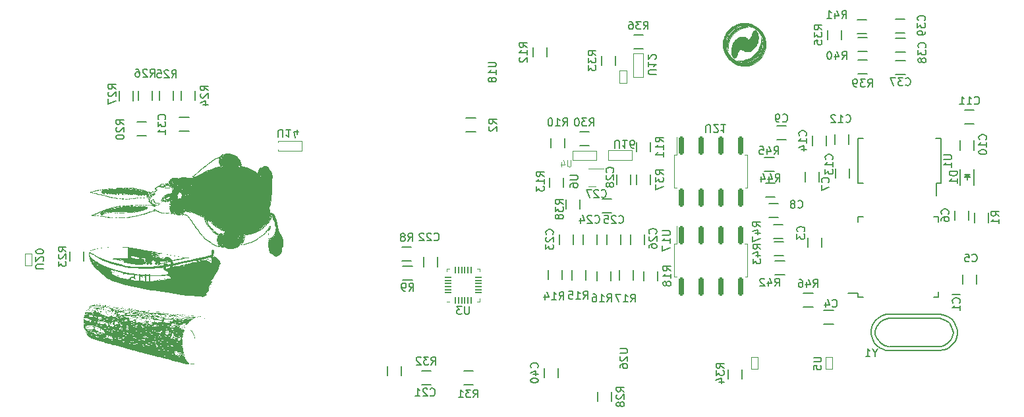
<source format=gbo>
<<<<<<< HEAD:sirius/BMB/BMB-B_Silkscreen.gbr
%TF.GenerationSoftware,KiCad,Pcbnew,7.0.7*%
%TF.CreationDate,2023-11-14T12:33:42-05:00*%
%TF.ProjectId,BMB,424d422e-6b69-4636-9164-5f7063625858,rev?*%
%TF.SameCoordinates,Original*%
%TF.FileFunction,Legend,Bot*%
%TF.FilePolarity,Positive*%
%FSLAX46Y46*%
G04 Gerber Fmt 4.6, Leading zero omitted, Abs format (unit mm)*
G04 Created by KiCad (PCBNEW 7.0.7) date 2023-11-14 12:33:42*
=======
G04 #@! TF.GenerationSoftware,KiCad,Pcbnew,7.0.8*
G04 #@! TF.CreationDate,2023-11-18T20:48:15-05:00*
G04 #@! TF.ProjectId,BMB,424d422e-6b69-4636-9164-5f7063625858,rev?*
G04 #@! TF.SameCoordinates,Original*
G04 #@! TF.FileFunction,Legend,Bot*
G04 #@! TF.FilePolarity,Positive*
%FSLAX46Y46*%
G04 Gerber Fmt 4.6, Leading zero omitted, Abs format (unit mm)*
G04 Created by KiCad (PCBNEW 7.0.8) date 2023-11-18 20:48:15*
>>>>>>> 65deff486ed9ad387c3739b0de2a9b27093dad2d:sirius/BMB/BMB-gerbers/BMB-B_Silkscreen.gbo
%MOMM*%
%LPD*%
G01*
G04 APERTURE LIST*
G04 Aperture macros list*
%AMRoundRect*
0 Rectangle with rounded corners*
0 $1 Rounding radius*
0 $2 $3 $4 $5 $6 $7 $8 $9 X,Y pos of 4 corners*
0 Add a 4 corners polygon primitive as box body*
4,1,4,$2,$3,$4,$5,$6,$7,$8,$9,$2,$3,0*
0 Add four circle primitives for the rounded corners*
1,1,$1+$1,$2,$3*
1,1,$1+$1,$4,$5*
1,1,$1+$1,$6,$7*
1,1,$1+$1,$8,$9*
0 Add four rect primitives between the rounded corners*
20,1,$1+$1,$2,$3,$4,$5,0*
20,1,$1+$1,$4,$5,$6,$7,0*
20,1,$1+$1,$6,$7,$8,$9,0*
20,1,$1+$1,$8,$9,$2,$3,0*%
%AMFreePoly0*
4,1,14,0.385355,0.085355,0.400000,0.050000,0.400000,0.020711,0.385355,-0.014645,0.314644,-0.085355,0.279289,-0.100000,-0.350000,-0.100000,-0.385355,-0.085355,-0.400000,-0.050000,-0.400000,0.050000,-0.385355,0.085355,-0.350000,0.100000,0.350000,0.100000,0.385355,0.085355,0.385355,0.085355,$1*%
%AMFreePoly1*
4,1,14,0.314644,0.085355,0.385355,0.014644,0.400000,-0.020711,0.400000,-0.050000,0.385355,-0.085355,0.350000,-0.100000,-0.350000,-0.100000,-0.385355,-0.085355,-0.400000,-0.050000,-0.400000,0.050000,-0.385355,0.085355,-0.350000,0.100000,0.279289,0.100000,0.314644,0.085355,0.314644,0.085355,$1*%
%AMFreePoly2*
4,1,14,0.085355,0.385355,0.100000,0.350000,0.100000,-0.350000,0.085355,-0.385355,0.050000,-0.400000,0.020711,-0.400000,-0.014645,-0.385355,-0.085355,-0.314644,-0.100000,-0.279289,-0.100000,0.350000,-0.085355,0.385355,-0.050000,0.400000,0.050000,0.400000,0.085355,0.385355,0.085355,0.385355,$1*%
%AMFreePoly3*
4,1,14,0.085355,0.385355,0.100000,0.350000,0.100000,-0.279289,0.085355,-0.314645,0.014644,-0.385355,-0.020711,-0.400000,-0.050000,-0.400000,-0.085355,-0.385355,-0.100000,-0.350000,-0.100000,0.350000,-0.085355,0.385355,-0.050000,0.400000,0.050000,0.400000,0.085355,0.385355,0.085355,0.385355,$1*%
%AMFreePoly4*
4,1,14,0.385355,0.085355,0.400000,0.050000,0.400000,-0.050000,0.385355,-0.085355,0.350000,-0.100000,-0.350000,-0.100000,-0.385355,-0.085355,-0.400000,-0.050000,-0.400000,-0.020711,-0.385355,0.014644,-0.314645,0.085355,-0.279289,0.100000,0.350000,0.100000,0.385355,0.085355,0.385355,0.085355,$1*%
%AMFreePoly5*
4,1,14,0.385355,0.085355,0.400000,0.050000,0.400000,-0.050000,0.385355,-0.085355,0.350000,-0.100000,-0.279289,-0.100000,-0.314645,-0.085355,-0.385355,-0.014644,-0.400000,0.020711,-0.400000,0.050000,-0.385355,0.085355,-0.350000,0.100000,0.350000,0.100000,0.385355,0.085355,0.385355,0.085355,$1*%
%AMFreePoly6*
4,1,14,0.014644,0.385355,0.085355,0.314644,0.100000,0.279289,0.100000,-0.350000,0.085355,-0.385355,0.050000,-0.400000,-0.050000,-0.400000,-0.085355,-0.385355,-0.100000,-0.350000,-0.100000,0.350000,-0.085355,0.385355,-0.050000,0.400000,-0.020711,0.400000,0.014644,0.385355,0.014644,0.385355,$1*%
%AMFreePoly7*
4,1,14,0.085355,0.385355,0.100000,0.350000,0.100000,-0.350000,0.085355,-0.385355,0.050000,-0.400000,-0.050000,-0.400000,-0.085355,-0.385355,-0.100000,-0.350000,-0.100000,0.279289,-0.085355,0.314644,-0.014645,0.385355,0.020711,0.400000,0.050000,0.400000,0.085355,0.385355,0.085355,0.385355,$1*%
G04 Aperture macros list end*
%ADD10C,0.150000*%
%ADD11C,0.125000*%
%ADD12C,0.300000*%
%ADD13C,0.010000*%
%ADD14C,0.120000*%
%ADD15C,1.905000*%
%ADD16R,1.727200X1.727200*%
%ADD17O,1.727200X1.727200*%
%ADD18C,5.080000*%
%ADD19C,5.600000*%
%ADD20R,1.700000X1.700000*%
%ADD21O,1.700000X1.700000*%
%ADD22C,1.524000*%
%ADD23R,0.635000X0.838200*%
%ADD24R,1.524000X1.270000*%
%ADD25R,0.838200X0.635000*%
%ADD26RoundRect,0.162500X-0.162500X1.012500X-0.162500X-1.012500X0.162500X-1.012500X0.162500X1.012500X0*%
%ADD27R,1.500000X0.550000*%
%ADD28R,0.550000X1.500000*%
%ADD29C,1.501140*%
%ADD30R,1.270000X1.524000*%
%ADD31R,0.701040X0.400050*%
%ADD32R,0.500000X0.250000*%
%ADD33R,0.900000X1.600000*%
%ADD34R,0.450000X1.750000*%
%ADD35FreePoly0,0.000000*%
%ADD36RoundRect,0.050000X-0.350000X-0.050000X0.350000X-0.050000X0.350000X0.050000X-0.350000X0.050000X0*%
%ADD37FreePoly1,0.000000*%
%ADD38FreePoly2,0.000000*%
%ADD39RoundRect,0.050000X-0.050000X-0.350000X0.050000X-0.350000X0.050000X0.350000X-0.050000X0.350000X0*%
%ADD40FreePoly3,0.000000*%
%ADD41FreePoly4,0.000000*%
%ADD42FreePoly5,0.000000*%
%ADD43FreePoly6,0.000000*%
%ADD44FreePoly7,0.000000*%
%ADD45R,2.650000X2.650000*%
G04 APERTURE END LIST*
D10*
X110661294Y-107531819D02*
X110661294Y-108341342D01*
X110661294Y-108341342D02*
X110613675Y-108436580D01*
X110613675Y-108436580D02*
X110566056Y-108484200D01*
X110566056Y-108484200D02*
X110470818Y-108531819D01*
X110470818Y-108531819D02*
X110280342Y-108531819D01*
X110280342Y-108531819D02*
X110185104Y-108484200D01*
X110185104Y-108484200D02*
X110137485Y-108436580D01*
X110137485Y-108436580D02*
X110089866Y-108341342D01*
X110089866Y-108341342D02*
X110089866Y-107531819D01*
X109089866Y-108531819D02*
X109661294Y-108531819D01*
X109375580Y-108531819D02*
X109375580Y-107531819D01*
X109375580Y-107531819D02*
X109470818Y-107674676D01*
X109470818Y-107674676D02*
X109566056Y-107769914D01*
X109566056Y-107769914D02*
X109661294Y-107817533D01*
X108185104Y-107531819D02*
X108661294Y-107531819D01*
X108661294Y-107531819D02*
X108708913Y-108008009D01*
X108708913Y-108008009D02*
X108661294Y-107960390D01*
X108661294Y-107960390D02*
X108566056Y-107912771D01*
X108566056Y-107912771D02*
X108327961Y-107912771D01*
X108327961Y-107912771D02*
X108232723Y-107960390D01*
X108232723Y-107960390D02*
X108185104Y-108008009D01*
X108185104Y-108008009D02*
X108137485Y-108103247D01*
X108137485Y-108103247D02*
X108137485Y-108341342D01*
X108137485Y-108341342D02*
X108185104Y-108436580D01*
X108185104Y-108436580D02*
X108232723Y-108484200D01*
X108232723Y-108484200D02*
X108327961Y-108531819D01*
X108327961Y-108531819D02*
X108566056Y-108531819D01*
X108566056Y-108531819D02*
X108661294Y-108484200D01*
X108661294Y-108484200D02*
X108708913Y-108436580D01*
D11*
X164769723Y-92883195D02*
X164769723Y-93530814D01*
X164769723Y-93530814D02*
X164731628Y-93607004D01*
X164731628Y-93607004D02*
X164693533Y-93645100D01*
X164693533Y-93645100D02*
X164617342Y-93683195D01*
X164617342Y-93683195D02*
X164464961Y-93683195D01*
X164464961Y-93683195D02*
X164388771Y-93645100D01*
X164388771Y-93645100D02*
X164350676Y-93607004D01*
X164350676Y-93607004D02*
X164312580Y-93530814D01*
X164312580Y-93530814D02*
X164312580Y-92883195D01*
X163588771Y-93149861D02*
X163588771Y-93683195D01*
X163779247Y-92845100D02*
X163969724Y-93416528D01*
X163969724Y-93416528D02*
X163474485Y-93416528D01*
D10*
X146692857Y-123092380D02*
X146740476Y-123140000D01*
X146740476Y-123140000D02*
X146883333Y-123187619D01*
X146883333Y-123187619D02*
X146978571Y-123187619D01*
X146978571Y-123187619D02*
X147121428Y-123140000D01*
X147121428Y-123140000D02*
X147216666Y-123044761D01*
X147216666Y-123044761D02*
X147264285Y-122949523D01*
X147264285Y-122949523D02*
X147311904Y-122759047D01*
X147311904Y-122759047D02*
X147311904Y-122616190D01*
X147311904Y-122616190D02*
X147264285Y-122425714D01*
X147264285Y-122425714D02*
X147216666Y-122330476D01*
X147216666Y-122330476D02*
X147121428Y-122235238D01*
X147121428Y-122235238D02*
X146978571Y-122187619D01*
X146978571Y-122187619D02*
X146883333Y-122187619D01*
X146883333Y-122187619D02*
X146740476Y-122235238D01*
X146740476Y-122235238D02*
X146692857Y-122282857D01*
X146311904Y-122282857D02*
X146264285Y-122235238D01*
X146264285Y-122235238D02*
X146169047Y-122187619D01*
X146169047Y-122187619D02*
X145930952Y-122187619D01*
X145930952Y-122187619D02*
X145835714Y-122235238D01*
X145835714Y-122235238D02*
X145788095Y-122282857D01*
X145788095Y-122282857D02*
X145740476Y-122378095D01*
X145740476Y-122378095D02*
X145740476Y-122473333D01*
X145740476Y-122473333D02*
X145788095Y-122616190D01*
X145788095Y-122616190D02*
X146359523Y-123187619D01*
X146359523Y-123187619D02*
X145740476Y-123187619D01*
X144788095Y-123187619D02*
X145359523Y-123187619D01*
X145073809Y-123187619D02*
X145073809Y-122187619D01*
X145073809Y-122187619D02*
X145169047Y-122330476D01*
X145169047Y-122330476D02*
X145264285Y-122425714D01*
X145264285Y-122425714D02*
X145359523Y-122473333D01*
X175703580Y-81832294D02*
X174894057Y-81832294D01*
X174894057Y-81832294D02*
X174798819Y-81784675D01*
X174798819Y-81784675D02*
X174751200Y-81737056D01*
X174751200Y-81737056D02*
X174703580Y-81641818D01*
X174703580Y-81641818D02*
X174703580Y-81451342D01*
X174703580Y-81451342D02*
X174751200Y-81356104D01*
X174751200Y-81356104D02*
X174798819Y-81308485D01*
X174798819Y-81308485D02*
X174894057Y-81260866D01*
X174894057Y-81260866D02*
X175703580Y-81260866D01*
X174703580Y-80260866D02*
X174703580Y-80832294D01*
X174703580Y-80546580D02*
X175703580Y-80546580D01*
X175703580Y-80546580D02*
X175560723Y-80641818D01*
X175560723Y-80641818D02*
X175465485Y-80737056D01*
X175465485Y-80737056D02*
X175417866Y-80832294D01*
X175608342Y-79879913D02*
X175655961Y-79832294D01*
X175655961Y-79832294D02*
X175703580Y-79737056D01*
X175703580Y-79737056D02*
X175703580Y-79498961D01*
X175703580Y-79498961D02*
X175655961Y-79403723D01*
X175655961Y-79403723D02*
X175608342Y-79356104D01*
X175608342Y-79356104D02*
X175513104Y-79308485D01*
X175513104Y-79308485D02*
X175417866Y-79308485D01*
X175417866Y-79308485D02*
X175275009Y-79356104D01*
X175275009Y-79356104D02*
X174703580Y-79927532D01*
X174703580Y-79927532D02*
X174703580Y-79308485D01*
X176543619Y-101936705D02*
X177353142Y-101936705D01*
X177353142Y-101936705D02*
X177448380Y-101984324D01*
X177448380Y-101984324D02*
X177496000Y-102031943D01*
X177496000Y-102031943D02*
X177543619Y-102127181D01*
X177543619Y-102127181D02*
X177543619Y-102317657D01*
X177543619Y-102317657D02*
X177496000Y-102412895D01*
X177496000Y-102412895D02*
X177448380Y-102460514D01*
X177448380Y-102460514D02*
X177353142Y-102508133D01*
X177353142Y-102508133D02*
X176543619Y-102508133D01*
X177543619Y-103508133D02*
X177543619Y-102936705D01*
X177543619Y-103222419D02*
X176543619Y-103222419D01*
X176543619Y-103222419D02*
X176686476Y-103127181D01*
X176686476Y-103127181D02*
X176781714Y-103031943D01*
X176781714Y-103031943D02*
X176829333Y-102936705D01*
X176543619Y-103841467D02*
X176543619Y-104508133D01*
X176543619Y-104508133D02*
X177543619Y-104079562D01*
X214780019Y-110148810D02*
X213780019Y-110148810D01*
X214684780Y-111196428D02*
X214732400Y-111148809D01*
X214732400Y-111148809D02*
X214780019Y-111005952D01*
X214780019Y-111005952D02*
X214780019Y-110910714D01*
X214780019Y-110910714D02*
X214732400Y-110767857D01*
X214732400Y-110767857D02*
X214637161Y-110672619D01*
X214637161Y-110672619D02*
X214541923Y-110625000D01*
X214541923Y-110625000D02*
X214351447Y-110577381D01*
X214351447Y-110577381D02*
X214208590Y-110577381D01*
X214208590Y-110577381D02*
X214018114Y-110625000D01*
X214018114Y-110625000D02*
X213922876Y-110672619D01*
X213922876Y-110672619D02*
X213827638Y-110767857D01*
X213827638Y-110767857D02*
X213780019Y-110910714D01*
X213780019Y-110910714D02*
X213780019Y-111005952D01*
X213780019Y-111005952D02*
X213827638Y-111148809D01*
X213827638Y-111148809D02*
X213875257Y-111196428D01*
X214780019Y-112148809D02*
X214780019Y-111577381D01*
X214780019Y-111863095D02*
X213780019Y-111863095D01*
X213780019Y-111863095D02*
X213922876Y-111767857D01*
X213922876Y-111767857D02*
X214018114Y-111672619D01*
X214018114Y-111672619D02*
X214065733Y-111577381D01*
X203828590Y-117631428D02*
X203828590Y-118107619D01*
X204161923Y-117107619D02*
X203828590Y-117631428D01*
X203828590Y-117631428D02*
X203495257Y-117107619D01*
X202638114Y-118107619D02*
X203209542Y-118107619D01*
X202923828Y-118107619D02*
X202923828Y-117107619D01*
X202923828Y-117107619D02*
X203019066Y-117250476D01*
X203019066Y-117250476D02*
X203114304Y-117345714D01*
X203114304Y-117345714D02*
X203209542Y-117393333D01*
X152230057Y-123382619D02*
X152563390Y-122906428D01*
X152801485Y-123382619D02*
X152801485Y-122382619D01*
X152801485Y-122382619D02*
X152420533Y-122382619D01*
X152420533Y-122382619D02*
X152325295Y-122430238D01*
X152325295Y-122430238D02*
X152277676Y-122477857D01*
X152277676Y-122477857D02*
X152230057Y-122573095D01*
X152230057Y-122573095D02*
X152230057Y-122715952D01*
X152230057Y-122715952D02*
X152277676Y-122811190D01*
X152277676Y-122811190D02*
X152325295Y-122858809D01*
X152325295Y-122858809D02*
X152420533Y-122906428D01*
X152420533Y-122906428D02*
X152801485Y-122906428D01*
X151896723Y-122382619D02*
X151277676Y-122382619D01*
X151277676Y-122382619D02*
X151611009Y-122763571D01*
X151611009Y-122763571D02*
X151468152Y-122763571D01*
X151468152Y-122763571D02*
X151372914Y-122811190D01*
X151372914Y-122811190D02*
X151325295Y-122858809D01*
X151325295Y-122858809D02*
X151277676Y-122954047D01*
X151277676Y-122954047D02*
X151277676Y-123192142D01*
X151277676Y-123192142D02*
X151325295Y-123287380D01*
X151325295Y-123287380D02*
X151372914Y-123335000D01*
X151372914Y-123335000D02*
X151468152Y-123382619D01*
X151468152Y-123382619D02*
X151753866Y-123382619D01*
X151753866Y-123382619D02*
X151849104Y-123335000D01*
X151849104Y-123335000D02*
X151896723Y-123287380D01*
X150325295Y-123382619D02*
X150896723Y-123382619D01*
X150611009Y-123382619D02*
X150611009Y-122382619D01*
X150611009Y-122382619D02*
X150706247Y-122525476D01*
X150706247Y-122525476D02*
X150801485Y-122620714D01*
X150801485Y-122620714D02*
X150896723Y-122668333D01*
X210214380Y-74896742D02*
X210262000Y-74849123D01*
X210262000Y-74849123D02*
X210309619Y-74706266D01*
X210309619Y-74706266D02*
X210309619Y-74611028D01*
X210309619Y-74611028D02*
X210262000Y-74468171D01*
X210262000Y-74468171D02*
X210166761Y-74372933D01*
X210166761Y-74372933D02*
X210071523Y-74325314D01*
X210071523Y-74325314D02*
X209881047Y-74277695D01*
X209881047Y-74277695D02*
X209738190Y-74277695D01*
X209738190Y-74277695D02*
X209547714Y-74325314D01*
X209547714Y-74325314D02*
X209452476Y-74372933D01*
X209452476Y-74372933D02*
X209357238Y-74468171D01*
X209357238Y-74468171D02*
X209309619Y-74611028D01*
X209309619Y-74611028D02*
X209309619Y-74706266D01*
X209309619Y-74706266D02*
X209357238Y-74849123D01*
X209357238Y-74849123D02*
X209404857Y-74896742D01*
X209309619Y-75230076D02*
X209309619Y-75849123D01*
X209309619Y-75849123D02*
X209690571Y-75515790D01*
X209690571Y-75515790D02*
X209690571Y-75658647D01*
X209690571Y-75658647D02*
X209738190Y-75753885D01*
X209738190Y-75753885D02*
X209785809Y-75801504D01*
X209785809Y-75801504D02*
X209881047Y-75849123D01*
X209881047Y-75849123D02*
X210119142Y-75849123D01*
X210119142Y-75849123D02*
X210214380Y-75801504D01*
X210214380Y-75801504D02*
X210262000Y-75753885D01*
X210262000Y-75753885D02*
X210309619Y-75658647D01*
X210309619Y-75658647D02*
X210309619Y-75372933D01*
X210309619Y-75372933D02*
X210262000Y-75277695D01*
X210262000Y-75277695D02*
X210214380Y-75230076D01*
X210309619Y-76325314D02*
X210309619Y-76515790D01*
X210309619Y-76515790D02*
X210262000Y-76611028D01*
X210262000Y-76611028D02*
X210214380Y-76658647D01*
X210214380Y-76658647D02*
X210071523Y-76753885D01*
X210071523Y-76753885D02*
X209881047Y-76801504D01*
X209881047Y-76801504D02*
X209500095Y-76801504D01*
X209500095Y-76801504D02*
X209404857Y-76753885D01*
X209404857Y-76753885D02*
X209357238Y-76706266D01*
X209357238Y-76706266D02*
X209309619Y-76611028D01*
X209309619Y-76611028D02*
X209309619Y-76420552D01*
X209309619Y-76420552D02*
X209357238Y-76325314D01*
X209357238Y-76325314D02*
X209404857Y-76277695D01*
X209404857Y-76277695D02*
X209500095Y-76230076D01*
X209500095Y-76230076D02*
X209738190Y-76230076D01*
X209738190Y-76230076D02*
X209833428Y-76277695D01*
X209833428Y-76277695D02*
X209881047Y-76325314D01*
X209881047Y-76325314D02*
X209928666Y-76420552D01*
X209928666Y-76420552D02*
X209928666Y-76611028D01*
X209928666Y-76611028D02*
X209881047Y-76706266D01*
X209881047Y-76706266D02*
X209833428Y-76753885D01*
X209833428Y-76753885D02*
X209738190Y-76801504D01*
X195892657Y-109200419D02*
X196225990Y-108724228D01*
X196464085Y-109200419D02*
X196464085Y-108200419D01*
X196464085Y-108200419D02*
X196083133Y-108200419D01*
X196083133Y-108200419D02*
X195987895Y-108248038D01*
X195987895Y-108248038D02*
X195940276Y-108295657D01*
X195940276Y-108295657D02*
X195892657Y-108390895D01*
X195892657Y-108390895D02*
X195892657Y-108533752D01*
X195892657Y-108533752D02*
X195940276Y-108628990D01*
X195940276Y-108628990D02*
X195987895Y-108676609D01*
X195987895Y-108676609D02*
X196083133Y-108724228D01*
X196083133Y-108724228D02*
X196464085Y-108724228D01*
X195035514Y-108533752D02*
X195035514Y-109200419D01*
X195273609Y-108152800D02*
X195511704Y-108867085D01*
X195511704Y-108867085D02*
X194892657Y-108867085D01*
X194083133Y-108200419D02*
X194273609Y-108200419D01*
X194273609Y-108200419D02*
X194368847Y-108248038D01*
X194368847Y-108248038D02*
X194416466Y-108295657D01*
X194416466Y-108295657D02*
X194511704Y-108438514D01*
X194511704Y-108438514D02*
X194559323Y-108628990D01*
X194559323Y-108628990D02*
X194559323Y-109009942D01*
X194559323Y-109009942D02*
X194511704Y-109105180D01*
X194511704Y-109105180D02*
X194464085Y-109152800D01*
X194464085Y-109152800D02*
X194368847Y-109200419D01*
X194368847Y-109200419D02*
X194178371Y-109200419D01*
X194178371Y-109200419D02*
X194083133Y-109152800D01*
X194083133Y-109152800D02*
X194035514Y-109105180D01*
X194035514Y-109105180D02*
X193987895Y-109009942D01*
X193987895Y-109009942D02*
X193987895Y-108771847D01*
X193987895Y-108771847D02*
X194035514Y-108676609D01*
X194035514Y-108676609D02*
X194083133Y-108628990D01*
X194083133Y-108628990D02*
X194178371Y-108581371D01*
X194178371Y-108581371D02*
X194368847Y-108581371D01*
X194368847Y-108581371D02*
X194464085Y-108628990D01*
X194464085Y-108628990D02*
X194511704Y-108676609D01*
X194511704Y-108676609D02*
X194559323Y-108771847D01*
X213245180Y-99782333D02*
X213292800Y-99734714D01*
X213292800Y-99734714D02*
X213340419Y-99591857D01*
X213340419Y-99591857D02*
X213340419Y-99496619D01*
X213340419Y-99496619D02*
X213292800Y-99353762D01*
X213292800Y-99353762D02*
X213197561Y-99258524D01*
X213197561Y-99258524D02*
X213102323Y-99210905D01*
X213102323Y-99210905D02*
X212911847Y-99163286D01*
X212911847Y-99163286D02*
X212768990Y-99163286D01*
X212768990Y-99163286D02*
X212578514Y-99210905D01*
X212578514Y-99210905D02*
X212483276Y-99258524D01*
X212483276Y-99258524D02*
X212388038Y-99353762D01*
X212388038Y-99353762D02*
X212340419Y-99496619D01*
X212340419Y-99496619D02*
X212340419Y-99591857D01*
X212340419Y-99591857D02*
X212388038Y-99734714D01*
X212388038Y-99734714D02*
X212435657Y-99782333D01*
X212340419Y-100639476D02*
X212340419Y-100449000D01*
X212340419Y-100449000D02*
X212388038Y-100353762D01*
X212388038Y-100353762D02*
X212435657Y-100306143D01*
X212435657Y-100306143D02*
X212578514Y-100210905D01*
X212578514Y-100210905D02*
X212768990Y-100163286D01*
X212768990Y-100163286D02*
X213149942Y-100163286D01*
X213149942Y-100163286D02*
X213245180Y-100210905D01*
X213245180Y-100210905D02*
X213292800Y-100258524D01*
X213292800Y-100258524D02*
X213340419Y-100353762D01*
X213340419Y-100353762D02*
X213340419Y-100544238D01*
X213340419Y-100544238D02*
X213292800Y-100639476D01*
X213292800Y-100639476D02*
X213245180Y-100687095D01*
X213245180Y-100687095D02*
X213149942Y-100734714D01*
X213149942Y-100734714D02*
X212911847Y-100734714D01*
X212911847Y-100734714D02*
X212816609Y-100687095D01*
X212816609Y-100687095D02*
X212768990Y-100639476D01*
X212768990Y-100639476D02*
X212721371Y-100544238D01*
X212721371Y-100544238D02*
X212721371Y-100353762D01*
X212721371Y-100353762D02*
X212768990Y-100258524D01*
X212768990Y-100258524D02*
X212816609Y-100210905D01*
X212816609Y-100210905D02*
X212911847Y-100163286D01*
X202903057Y-83453819D02*
X203236390Y-82977628D01*
X203474485Y-83453819D02*
X203474485Y-82453819D01*
X203474485Y-82453819D02*
X203093533Y-82453819D01*
X203093533Y-82453819D02*
X202998295Y-82501438D01*
X202998295Y-82501438D02*
X202950676Y-82549057D01*
X202950676Y-82549057D02*
X202903057Y-82644295D01*
X202903057Y-82644295D02*
X202903057Y-82787152D01*
X202903057Y-82787152D02*
X202950676Y-82882390D01*
X202950676Y-82882390D02*
X202998295Y-82930009D01*
X202998295Y-82930009D02*
X203093533Y-82977628D01*
X203093533Y-82977628D02*
X203474485Y-82977628D01*
X202569723Y-82453819D02*
X201950676Y-82453819D01*
X201950676Y-82453819D02*
X202284009Y-82834771D01*
X202284009Y-82834771D02*
X202141152Y-82834771D01*
X202141152Y-82834771D02*
X202045914Y-82882390D01*
X202045914Y-82882390D02*
X201998295Y-82930009D01*
X201998295Y-82930009D02*
X201950676Y-83025247D01*
X201950676Y-83025247D02*
X201950676Y-83263342D01*
X201950676Y-83263342D02*
X201998295Y-83358580D01*
X201998295Y-83358580D02*
X202045914Y-83406200D01*
X202045914Y-83406200D02*
X202141152Y-83453819D01*
X202141152Y-83453819D02*
X202426866Y-83453819D01*
X202426866Y-83453819D02*
X202522104Y-83406200D01*
X202522104Y-83406200D02*
X202569723Y-83358580D01*
X201474485Y-83453819D02*
X201284009Y-83453819D01*
X201284009Y-83453819D02*
X201188771Y-83406200D01*
X201188771Y-83406200D02*
X201141152Y-83358580D01*
X201141152Y-83358580D02*
X201045914Y-83215723D01*
X201045914Y-83215723D02*
X200998295Y-83025247D01*
X200998295Y-83025247D02*
X200998295Y-82644295D01*
X200998295Y-82644295D02*
X201045914Y-82549057D01*
X201045914Y-82549057D02*
X201093533Y-82501438D01*
X201093533Y-82501438D02*
X201188771Y-82453819D01*
X201188771Y-82453819D02*
X201379247Y-82453819D01*
X201379247Y-82453819D02*
X201474485Y-82501438D01*
X201474485Y-82501438D02*
X201522104Y-82549057D01*
X201522104Y-82549057D02*
X201569723Y-82644295D01*
X201569723Y-82644295D02*
X201569723Y-82882390D01*
X201569723Y-82882390D02*
X201522104Y-82977628D01*
X201522104Y-82977628D02*
X201474485Y-83025247D01*
X201474485Y-83025247D02*
X201379247Y-83072866D01*
X201379247Y-83072866D02*
X201188771Y-83072866D01*
X201188771Y-83072866D02*
X201093533Y-83025247D01*
X201093533Y-83025247D02*
X201045914Y-82977628D01*
X201045914Y-82977628D02*
X200998295Y-82882390D01*
X99921219Y-104589342D02*
X99445028Y-104256009D01*
X99921219Y-104017914D02*
X98921219Y-104017914D01*
X98921219Y-104017914D02*
X98921219Y-104398866D01*
X98921219Y-104398866D02*
X98968838Y-104494104D01*
X98968838Y-104494104D02*
X99016457Y-104541723D01*
X99016457Y-104541723D02*
X99111695Y-104589342D01*
X99111695Y-104589342D02*
X99254552Y-104589342D01*
X99254552Y-104589342D02*
X99349790Y-104541723D01*
X99349790Y-104541723D02*
X99397409Y-104494104D01*
X99397409Y-104494104D02*
X99445028Y-104398866D01*
X99445028Y-104398866D02*
X99445028Y-104017914D01*
X99016457Y-104970295D02*
X98968838Y-105017914D01*
X98968838Y-105017914D02*
X98921219Y-105113152D01*
X98921219Y-105113152D02*
X98921219Y-105351247D01*
X98921219Y-105351247D02*
X98968838Y-105446485D01*
X98968838Y-105446485D02*
X99016457Y-105494104D01*
X99016457Y-105494104D02*
X99111695Y-105541723D01*
X99111695Y-105541723D02*
X99206933Y-105541723D01*
X99206933Y-105541723D02*
X99349790Y-105494104D01*
X99349790Y-105494104D02*
X99921219Y-104922676D01*
X99921219Y-104922676D02*
X99921219Y-105541723D01*
X98921219Y-105875057D02*
X98921219Y-106494104D01*
X98921219Y-106494104D02*
X99302171Y-106160771D01*
X99302171Y-106160771D02*
X99302171Y-106303628D01*
X99302171Y-106303628D02*
X99349790Y-106398866D01*
X99349790Y-106398866D02*
X99397409Y-106446485D01*
X99397409Y-106446485D02*
X99492647Y-106494104D01*
X99492647Y-106494104D02*
X99730742Y-106494104D01*
X99730742Y-106494104D02*
X99825980Y-106446485D01*
X99825980Y-106446485D02*
X99873600Y-106398866D01*
X99873600Y-106398866D02*
X99921219Y-106303628D01*
X99921219Y-106303628D02*
X99921219Y-106017914D01*
X99921219Y-106017914D02*
X99873600Y-105922676D01*
X99873600Y-105922676D02*
X99825980Y-105875057D01*
X155217019Y-88174533D02*
X154740828Y-87841200D01*
X155217019Y-87603105D02*
X154217019Y-87603105D01*
X154217019Y-87603105D02*
X154217019Y-87984057D01*
X154217019Y-87984057D02*
X154264638Y-88079295D01*
X154264638Y-88079295D02*
X154312257Y-88126914D01*
X154312257Y-88126914D02*
X154407495Y-88174533D01*
X154407495Y-88174533D02*
X154550352Y-88174533D01*
X154550352Y-88174533D02*
X154645590Y-88126914D01*
X154645590Y-88126914D02*
X154693209Y-88079295D01*
X154693209Y-88079295D02*
X154740828Y-87984057D01*
X154740828Y-87984057D02*
X154740828Y-87603105D01*
X154312257Y-88555486D02*
X154264638Y-88603105D01*
X154264638Y-88603105D02*
X154217019Y-88698343D01*
X154217019Y-88698343D02*
X154217019Y-88936438D01*
X154217019Y-88936438D02*
X154264638Y-89031676D01*
X154264638Y-89031676D02*
X154312257Y-89079295D01*
X154312257Y-89079295D02*
X154407495Y-89126914D01*
X154407495Y-89126914D02*
X154502733Y-89126914D01*
X154502733Y-89126914D02*
X154645590Y-89079295D01*
X154645590Y-89079295D02*
X155217019Y-88507867D01*
X155217019Y-88507867D02*
X155217019Y-89126914D01*
X159136819Y-78351142D02*
X158660628Y-78017809D01*
X159136819Y-77779714D02*
X158136819Y-77779714D01*
X158136819Y-77779714D02*
X158136819Y-78160666D01*
X158136819Y-78160666D02*
X158184438Y-78255904D01*
X158184438Y-78255904D02*
X158232057Y-78303523D01*
X158232057Y-78303523D02*
X158327295Y-78351142D01*
X158327295Y-78351142D02*
X158470152Y-78351142D01*
X158470152Y-78351142D02*
X158565390Y-78303523D01*
X158565390Y-78303523D02*
X158613009Y-78255904D01*
X158613009Y-78255904D02*
X158660628Y-78160666D01*
X158660628Y-78160666D02*
X158660628Y-77779714D01*
X159136819Y-79303523D02*
X159136819Y-78732095D01*
X159136819Y-79017809D02*
X158136819Y-79017809D01*
X158136819Y-79017809D02*
X158279676Y-78922571D01*
X158279676Y-78922571D02*
X158374914Y-78827333D01*
X158374914Y-78827333D02*
X158422533Y-78732095D01*
X158232057Y-79684476D02*
X158184438Y-79732095D01*
X158184438Y-79732095D02*
X158136819Y-79827333D01*
X158136819Y-79827333D02*
X158136819Y-80065428D01*
X158136819Y-80065428D02*
X158184438Y-80160666D01*
X158184438Y-80160666D02*
X158232057Y-80208285D01*
X158232057Y-80208285D02*
X158327295Y-80255904D01*
X158327295Y-80255904D02*
X158422533Y-80255904D01*
X158422533Y-80255904D02*
X158565390Y-80208285D01*
X158565390Y-80208285D02*
X159136819Y-79636857D01*
X159136819Y-79636857D02*
X159136819Y-80255904D01*
X154169819Y-80295905D02*
X154979342Y-80295905D01*
X154979342Y-80295905D02*
X155074580Y-80343524D01*
X155074580Y-80343524D02*
X155122200Y-80391143D01*
X155122200Y-80391143D02*
X155169819Y-80486381D01*
X155169819Y-80486381D02*
X155169819Y-80676857D01*
X155169819Y-80676857D02*
X155122200Y-80772095D01*
X155122200Y-80772095D02*
X155074580Y-80819714D01*
X155074580Y-80819714D02*
X154979342Y-80867333D01*
X154979342Y-80867333D02*
X154169819Y-80867333D01*
X155169819Y-81867333D02*
X155169819Y-81295905D01*
X155169819Y-81581619D02*
X154169819Y-81581619D01*
X154169819Y-81581619D02*
X154312676Y-81486381D01*
X154312676Y-81486381D02*
X154407914Y-81391143D01*
X154407914Y-81391143D02*
X154455533Y-81295905D01*
X154598390Y-82438762D02*
X154550771Y-82343524D01*
X154550771Y-82343524D02*
X154503152Y-82295905D01*
X154503152Y-82295905D02*
X154407914Y-82248286D01*
X154407914Y-82248286D02*
X154360295Y-82248286D01*
X154360295Y-82248286D02*
X154265057Y-82295905D01*
X154265057Y-82295905D02*
X154217438Y-82343524D01*
X154217438Y-82343524D02*
X154169819Y-82438762D01*
X154169819Y-82438762D02*
X154169819Y-82629238D01*
X154169819Y-82629238D02*
X154217438Y-82724476D01*
X154217438Y-82724476D02*
X154265057Y-82772095D01*
X154265057Y-82772095D02*
X154360295Y-82819714D01*
X154360295Y-82819714D02*
X154407914Y-82819714D01*
X154407914Y-82819714D02*
X154503152Y-82772095D01*
X154503152Y-82772095D02*
X154550771Y-82724476D01*
X154550771Y-82724476D02*
X154598390Y-82629238D01*
X154598390Y-82629238D02*
X154598390Y-82438762D01*
X154598390Y-82438762D02*
X154646009Y-82343524D01*
X154646009Y-82343524D02*
X154693628Y-82295905D01*
X154693628Y-82295905D02*
X154788866Y-82248286D01*
X154788866Y-82248286D02*
X154979342Y-82248286D01*
X154979342Y-82248286D02*
X155074580Y-82295905D01*
X155074580Y-82295905D02*
X155122200Y-82343524D01*
X155122200Y-82343524D02*
X155169819Y-82438762D01*
X155169819Y-82438762D02*
X155169819Y-82629238D01*
X155169819Y-82629238D02*
X155122200Y-82724476D01*
X155122200Y-82724476D02*
X155074580Y-82772095D01*
X155074580Y-82772095D02*
X154979342Y-82819714D01*
X154979342Y-82819714D02*
X154788866Y-82819714D01*
X154788866Y-82819714D02*
X154693628Y-82772095D01*
X154693628Y-82772095D02*
X154646009Y-82724476D01*
X154646009Y-82724476D02*
X154598390Y-82629238D01*
X199575657Y-74648219D02*
X199908990Y-74172028D01*
X200147085Y-74648219D02*
X200147085Y-73648219D01*
X200147085Y-73648219D02*
X199766133Y-73648219D01*
X199766133Y-73648219D02*
X199670895Y-73695838D01*
X199670895Y-73695838D02*
X199623276Y-73743457D01*
X199623276Y-73743457D02*
X199575657Y-73838695D01*
X199575657Y-73838695D02*
X199575657Y-73981552D01*
X199575657Y-73981552D02*
X199623276Y-74076790D01*
X199623276Y-74076790D02*
X199670895Y-74124409D01*
X199670895Y-74124409D02*
X199766133Y-74172028D01*
X199766133Y-74172028D02*
X200147085Y-74172028D01*
X198718514Y-73981552D02*
X198718514Y-74648219D01*
X198956609Y-73600600D02*
X199194704Y-74314885D01*
X199194704Y-74314885D02*
X198575657Y-74314885D01*
X197670895Y-74648219D02*
X198242323Y-74648219D01*
X197956609Y-74648219D02*
X197956609Y-73648219D01*
X197956609Y-73648219D02*
X198051847Y-73791076D01*
X198051847Y-73791076D02*
X198147085Y-73886314D01*
X198147085Y-73886314D02*
X198242323Y-73933933D01*
X106322019Y-83735942D02*
X105845828Y-83402609D01*
X106322019Y-83164514D02*
X105322019Y-83164514D01*
X105322019Y-83164514D02*
X105322019Y-83545466D01*
X105322019Y-83545466D02*
X105369638Y-83640704D01*
X105369638Y-83640704D02*
X105417257Y-83688323D01*
X105417257Y-83688323D02*
X105512495Y-83735942D01*
X105512495Y-83735942D02*
X105655352Y-83735942D01*
X105655352Y-83735942D02*
X105750590Y-83688323D01*
X105750590Y-83688323D02*
X105798209Y-83640704D01*
X105798209Y-83640704D02*
X105845828Y-83545466D01*
X105845828Y-83545466D02*
X105845828Y-83164514D01*
X105417257Y-84116895D02*
X105369638Y-84164514D01*
X105369638Y-84164514D02*
X105322019Y-84259752D01*
X105322019Y-84259752D02*
X105322019Y-84497847D01*
X105322019Y-84497847D02*
X105369638Y-84593085D01*
X105369638Y-84593085D02*
X105417257Y-84640704D01*
X105417257Y-84640704D02*
X105512495Y-84688323D01*
X105512495Y-84688323D02*
X105607733Y-84688323D01*
X105607733Y-84688323D02*
X105750590Y-84640704D01*
X105750590Y-84640704D02*
X106322019Y-84069276D01*
X106322019Y-84069276D02*
X106322019Y-84688323D01*
X105322019Y-85021657D02*
X105322019Y-85688323D01*
X105322019Y-85688323D02*
X106322019Y-85259752D01*
X163253657Y-110817819D02*
X163586990Y-110341628D01*
X163825085Y-110817819D02*
X163825085Y-109817819D01*
X163825085Y-109817819D02*
X163444133Y-109817819D01*
X163444133Y-109817819D02*
X163348895Y-109865438D01*
X163348895Y-109865438D02*
X163301276Y-109913057D01*
X163301276Y-109913057D02*
X163253657Y-110008295D01*
X163253657Y-110008295D02*
X163253657Y-110151152D01*
X163253657Y-110151152D02*
X163301276Y-110246390D01*
X163301276Y-110246390D02*
X163348895Y-110294009D01*
X163348895Y-110294009D02*
X163444133Y-110341628D01*
X163444133Y-110341628D02*
X163825085Y-110341628D01*
X162301276Y-110817819D02*
X162872704Y-110817819D01*
X162586990Y-110817819D02*
X162586990Y-109817819D01*
X162586990Y-109817819D02*
X162682228Y-109960676D01*
X162682228Y-109960676D02*
X162777466Y-110055914D01*
X162777466Y-110055914D02*
X162872704Y-110103533D01*
X161444133Y-110151152D02*
X161444133Y-110817819D01*
X161682228Y-109770200D02*
X161920323Y-110484485D01*
X161920323Y-110484485D02*
X161301276Y-110484485D01*
X175695780Y-102303342D02*
X175743400Y-102255723D01*
X175743400Y-102255723D02*
X175791019Y-102112866D01*
X175791019Y-102112866D02*
X175791019Y-102017628D01*
X175791019Y-102017628D02*
X175743400Y-101874771D01*
X175743400Y-101874771D02*
X175648161Y-101779533D01*
X175648161Y-101779533D02*
X175552923Y-101731914D01*
X175552923Y-101731914D02*
X175362447Y-101684295D01*
X175362447Y-101684295D02*
X175219590Y-101684295D01*
X175219590Y-101684295D02*
X175029114Y-101731914D01*
X175029114Y-101731914D02*
X174933876Y-101779533D01*
X174933876Y-101779533D02*
X174838638Y-101874771D01*
X174838638Y-101874771D02*
X174791019Y-102017628D01*
X174791019Y-102017628D02*
X174791019Y-102112866D01*
X174791019Y-102112866D02*
X174838638Y-102255723D01*
X174838638Y-102255723D02*
X174886257Y-102303342D01*
X174886257Y-102684295D02*
X174838638Y-102731914D01*
X174838638Y-102731914D02*
X174791019Y-102827152D01*
X174791019Y-102827152D02*
X174791019Y-103065247D01*
X174791019Y-103065247D02*
X174838638Y-103160485D01*
X174838638Y-103160485D02*
X174886257Y-103208104D01*
X174886257Y-103208104D02*
X174981495Y-103255723D01*
X174981495Y-103255723D02*
X175076733Y-103255723D01*
X175076733Y-103255723D02*
X175219590Y-103208104D01*
X175219590Y-103208104D02*
X175791019Y-102636676D01*
X175791019Y-102636676D02*
X175791019Y-103255723D01*
X174791019Y-104112866D02*
X174791019Y-103922390D01*
X174791019Y-103922390D02*
X174838638Y-103827152D01*
X174838638Y-103827152D02*
X174886257Y-103779533D01*
X174886257Y-103779533D02*
X175029114Y-103684295D01*
X175029114Y-103684295D02*
X175219590Y-103636676D01*
X175219590Y-103636676D02*
X175600542Y-103636676D01*
X175600542Y-103636676D02*
X175695780Y-103684295D01*
X175695780Y-103684295D02*
X175743400Y-103731914D01*
X175743400Y-103731914D02*
X175791019Y-103827152D01*
X175791019Y-103827152D02*
X175791019Y-104017628D01*
X175791019Y-104017628D02*
X175743400Y-104112866D01*
X175743400Y-104112866D02*
X175695780Y-104160485D01*
X175695780Y-104160485D02*
X175600542Y-104208104D01*
X175600542Y-104208104D02*
X175362447Y-104208104D01*
X175362447Y-104208104D02*
X175267209Y-104160485D01*
X175267209Y-104160485D02*
X175219590Y-104112866D01*
X175219590Y-104112866D02*
X175171971Y-104017628D01*
X175171971Y-104017628D02*
X175171971Y-103827152D01*
X175171971Y-103827152D02*
X175219590Y-103731914D01*
X175219590Y-103731914D02*
X175267209Y-103684295D01*
X175267209Y-103684295D02*
X175362447Y-103636676D01*
D12*
X111633627Y-114413357D02*
X111776485Y-114341928D01*
X111776485Y-114341928D02*
X111990770Y-114341928D01*
X111990770Y-114341928D02*
X112205056Y-114413357D01*
X112205056Y-114413357D02*
X112347913Y-114556214D01*
X112347913Y-114556214D02*
X112419342Y-114699071D01*
X112419342Y-114699071D02*
X112490770Y-114984785D01*
X112490770Y-114984785D02*
X112490770Y-115199071D01*
X112490770Y-115199071D02*
X112419342Y-115484785D01*
X112419342Y-115484785D02*
X112347913Y-115627642D01*
X112347913Y-115627642D02*
X112205056Y-115770500D01*
X112205056Y-115770500D02*
X111990770Y-115841928D01*
X111990770Y-115841928D02*
X111847913Y-115841928D01*
X111847913Y-115841928D02*
X111633627Y-115770500D01*
X111633627Y-115770500D02*
X111562199Y-115699071D01*
X111562199Y-115699071D02*
X111562199Y-115199071D01*
X111562199Y-115199071D02*
X111847913Y-115199071D01*
X110705056Y-114341928D02*
X110705056Y-114699071D01*
X111062199Y-114556214D02*
X110705056Y-114699071D01*
X110705056Y-114699071D02*
X110347913Y-114556214D01*
X110919342Y-114984785D02*
X110705056Y-114699071D01*
X110705056Y-114699071D02*
X110490770Y-114984785D01*
X109562199Y-114341928D02*
X109562199Y-114699071D01*
X109919342Y-114556214D02*
X109562199Y-114699071D01*
X109562199Y-114699071D02*
X109205056Y-114556214D01*
X109776485Y-114984785D02*
X109562199Y-114699071D01*
X109562199Y-114699071D02*
X109347913Y-114984785D01*
X108419342Y-114341928D02*
X108419342Y-114699071D01*
X108776485Y-114556214D02*
X108419342Y-114699071D01*
X108419342Y-114699071D02*
X108062199Y-114556214D01*
X108633628Y-114984785D02*
X108419342Y-114699071D01*
X108419342Y-114699071D02*
X108205056Y-114984785D01*
D10*
X190965057Y-109065219D02*
X191298390Y-108589028D01*
X191536485Y-109065219D02*
X191536485Y-108065219D01*
X191536485Y-108065219D02*
X191155533Y-108065219D01*
X191155533Y-108065219D02*
X191060295Y-108112838D01*
X191060295Y-108112838D02*
X191012676Y-108160457D01*
X191012676Y-108160457D02*
X190965057Y-108255695D01*
X190965057Y-108255695D02*
X190965057Y-108398552D01*
X190965057Y-108398552D02*
X191012676Y-108493790D01*
X191012676Y-108493790D02*
X191060295Y-108541409D01*
X191060295Y-108541409D02*
X191155533Y-108589028D01*
X191155533Y-108589028D02*
X191536485Y-108589028D01*
X190107914Y-108398552D02*
X190107914Y-109065219D01*
X190346009Y-108017600D02*
X190584104Y-108731885D01*
X190584104Y-108731885D02*
X189965057Y-108731885D01*
X189631723Y-108160457D02*
X189584104Y-108112838D01*
X189584104Y-108112838D02*
X189488866Y-108065219D01*
X189488866Y-108065219D02*
X189250771Y-108065219D01*
X189250771Y-108065219D02*
X189155533Y-108112838D01*
X189155533Y-108112838D02*
X189107914Y-108160457D01*
X189107914Y-108160457D02*
X189060295Y-108255695D01*
X189060295Y-108255695D02*
X189060295Y-108350933D01*
X189060295Y-108350933D02*
X189107914Y-108493790D01*
X189107914Y-108493790D02*
X189679342Y-109065219D01*
X189679342Y-109065219D02*
X189060295Y-109065219D01*
X110701057Y-82166619D02*
X111034390Y-81690428D01*
X111272485Y-82166619D02*
X111272485Y-81166619D01*
X111272485Y-81166619D02*
X110891533Y-81166619D01*
X110891533Y-81166619D02*
X110796295Y-81214238D01*
X110796295Y-81214238D02*
X110748676Y-81261857D01*
X110748676Y-81261857D02*
X110701057Y-81357095D01*
X110701057Y-81357095D02*
X110701057Y-81499952D01*
X110701057Y-81499952D02*
X110748676Y-81595190D01*
X110748676Y-81595190D02*
X110796295Y-81642809D01*
X110796295Y-81642809D02*
X110891533Y-81690428D01*
X110891533Y-81690428D02*
X111272485Y-81690428D01*
X110320104Y-81261857D02*
X110272485Y-81214238D01*
X110272485Y-81214238D02*
X110177247Y-81166619D01*
X110177247Y-81166619D02*
X109939152Y-81166619D01*
X109939152Y-81166619D02*
X109843914Y-81214238D01*
X109843914Y-81214238D02*
X109796295Y-81261857D01*
X109796295Y-81261857D02*
X109748676Y-81357095D01*
X109748676Y-81357095D02*
X109748676Y-81452333D01*
X109748676Y-81452333D02*
X109796295Y-81595190D01*
X109796295Y-81595190D02*
X110367723Y-82166619D01*
X110367723Y-82166619D02*
X109748676Y-82166619D01*
X108891533Y-81166619D02*
X109082009Y-81166619D01*
X109082009Y-81166619D02*
X109177247Y-81214238D01*
X109177247Y-81214238D02*
X109224866Y-81261857D01*
X109224866Y-81261857D02*
X109320104Y-81404714D01*
X109320104Y-81404714D02*
X109367723Y-81595190D01*
X109367723Y-81595190D02*
X109367723Y-81976142D01*
X109367723Y-81976142D02*
X109320104Y-82071380D01*
X109320104Y-82071380D02*
X109272485Y-82119000D01*
X109272485Y-82119000D02*
X109177247Y-82166619D01*
X109177247Y-82166619D02*
X108986771Y-82166619D01*
X108986771Y-82166619D02*
X108891533Y-82119000D01*
X108891533Y-82119000D02*
X108843914Y-82071380D01*
X108843914Y-82071380D02*
X108796295Y-81976142D01*
X108796295Y-81976142D02*
X108796295Y-81738047D01*
X108796295Y-81738047D02*
X108843914Y-81642809D01*
X108843914Y-81642809D02*
X108891533Y-81595190D01*
X108891533Y-81595190D02*
X108986771Y-81547571D01*
X108986771Y-81547571D02*
X109177247Y-81547571D01*
X109177247Y-81547571D02*
X109272485Y-81595190D01*
X109272485Y-81595190D02*
X109320104Y-81642809D01*
X109320104Y-81642809D02*
X109367723Y-81738047D01*
X176632619Y-90525942D02*
X176156428Y-90192609D01*
X176632619Y-89954514D02*
X175632619Y-89954514D01*
X175632619Y-89954514D02*
X175632619Y-90335466D01*
X175632619Y-90335466D02*
X175680238Y-90430704D01*
X175680238Y-90430704D02*
X175727857Y-90478323D01*
X175727857Y-90478323D02*
X175823095Y-90525942D01*
X175823095Y-90525942D02*
X175965952Y-90525942D01*
X175965952Y-90525942D02*
X176061190Y-90478323D01*
X176061190Y-90478323D02*
X176108809Y-90430704D01*
X176108809Y-90430704D02*
X176156428Y-90335466D01*
X176156428Y-90335466D02*
X176156428Y-89954514D01*
X176632619Y-91478323D02*
X176632619Y-90906895D01*
X176632619Y-91192609D02*
X175632619Y-91192609D01*
X175632619Y-91192609D02*
X175775476Y-91097371D01*
X175775476Y-91097371D02*
X175870714Y-91002133D01*
X175870714Y-91002133D02*
X175918333Y-90906895D01*
X176632619Y-92430704D02*
X176632619Y-91859276D01*
X176632619Y-92144990D02*
X175632619Y-92144990D01*
X175632619Y-92144990D02*
X175775476Y-92049752D01*
X175775476Y-92049752D02*
X175870714Y-91954514D01*
X175870714Y-91954514D02*
X175918333Y-91859276D01*
X143956066Y-109674819D02*
X144289399Y-109198628D01*
X144527494Y-109674819D02*
X144527494Y-108674819D01*
X144527494Y-108674819D02*
X144146542Y-108674819D01*
X144146542Y-108674819D02*
X144051304Y-108722438D01*
X144051304Y-108722438D02*
X144003685Y-108770057D01*
X144003685Y-108770057D02*
X143956066Y-108865295D01*
X143956066Y-108865295D02*
X143956066Y-109008152D01*
X143956066Y-109008152D02*
X144003685Y-109103390D01*
X144003685Y-109103390D02*
X144051304Y-109151009D01*
X144051304Y-109151009D02*
X144146542Y-109198628D01*
X144146542Y-109198628D02*
X144527494Y-109198628D01*
X143479875Y-109674819D02*
X143289399Y-109674819D01*
X143289399Y-109674819D02*
X143194161Y-109627200D01*
X143194161Y-109627200D02*
X143146542Y-109579580D01*
X143146542Y-109579580D02*
X143051304Y-109436723D01*
X143051304Y-109436723D02*
X143003685Y-109246247D01*
X143003685Y-109246247D02*
X143003685Y-108865295D01*
X143003685Y-108865295D02*
X143051304Y-108770057D01*
X143051304Y-108770057D02*
X143098923Y-108722438D01*
X143098923Y-108722438D02*
X143194161Y-108674819D01*
X143194161Y-108674819D02*
X143384637Y-108674819D01*
X143384637Y-108674819D02*
X143479875Y-108722438D01*
X143479875Y-108722438D02*
X143527494Y-108770057D01*
X143527494Y-108770057D02*
X143575113Y-108865295D01*
X143575113Y-108865295D02*
X143575113Y-109103390D01*
X143575113Y-109103390D02*
X143527494Y-109198628D01*
X143527494Y-109198628D02*
X143479875Y-109246247D01*
X143479875Y-109246247D02*
X143384637Y-109293866D01*
X143384637Y-109293866D02*
X143194161Y-109293866D01*
X143194161Y-109293866D02*
X143098923Y-109246247D01*
X143098923Y-109246247D02*
X143051304Y-109198628D01*
X143051304Y-109198628D02*
X143003685Y-109103390D01*
X197033619Y-76115942D02*
X196557428Y-75782609D01*
X197033619Y-75544514D02*
X196033619Y-75544514D01*
X196033619Y-75544514D02*
X196033619Y-75925466D01*
X196033619Y-75925466D02*
X196081238Y-76020704D01*
X196081238Y-76020704D02*
X196128857Y-76068323D01*
X196128857Y-76068323D02*
X196224095Y-76115942D01*
X196224095Y-76115942D02*
X196366952Y-76115942D01*
X196366952Y-76115942D02*
X196462190Y-76068323D01*
X196462190Y-76068323D02*
X196509809Y-76020704D01*
X196509809Y-76020704D02*
X196557428Y-75925466D01*
X196557428Y-75925466D02*
X196557428Y-75544514D01*
X196033619Y-76449276D02*
X196033619Y-77068323D01*
X196033619Y-77068323D02*
X196414571Y-76734990D01*
X196414571Y-76734990D02*
X196414571Y-76877847D01*
X196414571Y-76877847D02*
X196462190Y-76973085D01*
X196462190Y-76973085D02*
X196509809Y-77020704D01*
X196509809Y-77020704D02*
X196605047Y-77068323D01*
X196605047Y-77068323D02*
X196843142Y-77068323D01*
X196843142Y-77068323D02*
X196938380Y-77020704D01*
X196938380Y-77020704D02*
X196986000Y-76973085D01*
X196986000Y-76973085D02*
X197033619Y-76877847D01*
X197033619Y-76877847D02*
X197033619Y-76592133D01*
X197033619Y-76592133D02*
X196986000Y-76496895D01*
X196986000Y-76496895D02*
X196938380Y-76449276D01*
X196033619Y-77973085D02*
X196033619Y-77496895D01*
X196033619Y-77496895D02*
X196509809Y-77449276D01*
X196509809Y-77449276D02*
X196462190Y-77496895D01*
X196462190Y-77496895D02*
X196414571Y-77592133D01*
X196414571Y-77592133D02*
X196414571Y-77830228D01*
X196414571Y-77830228D02*
X196462190Y-77925466D01*
X196462190Y-77925466D02*
X196509809Y-77973085D01*
X196509809Y-77973085D02*
X196605047Y-78020704D01*
X196605047Y-78020704D02*
X196843142Y-78020704D01*
X196843142Y-78020704D02*
X196938380Y-77973085D01*
X196938380Y-77973085D02*
X196986000Y-77925466D01*
X196986000Y-77925466D02*
X197033619Y-77830228D01*
X197033619Y-77830228D02*
X197033619Y-77592133D01*
X197033619Y-77592133D02*
X196986000Y-77496895D01*
X196986000Y-77496895D02*
X196938380Y-77449276D01*
X171055819Y-117100505D02*
X171865342Y-117100505D01*
X171865342Y-117100505D02*
X171960580Y-117148124D01*
X171960580Y-117148124D02*
X172008200Y-117195743D01*
X172008200Y-117195743D02*
X172055819Y-117290981D01*
X172055819Y-117290981D02*
X172055819Y-117481457D01*
X172055819Y-117481457D02*
X172008200Y-117576695D01*
X172008200Y-117576695D02*
X171960580Y-117624314D01*
X171960580Y-117624314D02*
X171865342Y-117671933D01*
X171865342Y-117671933D02*
X171055819Y-117671933D01*
X171151057Y-118100505D02*
X171103438Y-118148124D01*
X171103438Y-118148124D02*
X171055819Y-118243362D01*
X171055819Y-118243362D02*
X171055819Y-118481457D01*
X171055819Y-118481457D02*
X171103438Y-118576695D01*
X171103438Y-118576695D02*
X171151057Y-118624314D01*
X171151057Y-118624314D02*
X171246295Y-118671933D01*
X171246295Y-118671933D02*
X171341533Y-118671933D01*
X171341533Y-118671933D02*
X171484390Y-118624314D01*
X171484390Y-118624314D02*
X172055819Y-118052886D01*
X172055819Y-118052886D02*
X172055819Y-118671933D01*
X171055819Y-119529076D02*
X171055819Y-119338600D01*
X171055819Y-119338600D02*
X171103438Y-119243362D01*
X171103438Y-119243362D02*
X171151057Y-119195743D01*
X171151057Y-119195743D02*
X171293914Y-119100505D01*
X171293914Y-119100505D02*
X171484390Y-119052886D01*
X171484390Y-119052886D02*
X171865342Y-119052886D01*
X171865342Y-119052886D02*
X171960580Y-119100505D01*
X171960580Y-119100505D02*
X172008200Y-119148124D01*
X172008200Y-119148124D02*
X172055819Y-119243362D01*
X172055819Y-119243362D02*
X172055819Y-119433838D01*
X172055819Y-119433838D02*
X172008200Y-119529076D01*
X172008200Y-119529076D02*
X171960580Y-119576695D01*
X171960580Y-119576695D02*
X171865342Y-119624314D01*
X171865342Y-119624314D02*
X171627247Y-119624314D01*
X171627247Y-119624314D02*
X171532009Y-119576695D01*
X171532009Y-119576695D02*
X171484390Y-119529076D01*
X171484390Y-119529076D02*
X171436771Y-119433838D01*
X171436771Y-119433838D02*
X171436771Y-119243362D01*
X171436771Y-119243362D02*
X171484390Y-119148124D01*
X171484390Y-119148124D02*
X171532009Y-119100505D01*
X171532009Y-119100505D02*
X171627247Y-119052886D01*
X207779857Y-83188980D02*
X207827476Y-83236600D01*
X207827476Y-83236600D02*
X207970333Y-83284219D01*
X207970333Y-83284219D02*
X208065571Y-83284219D01*
X208065571Y-83284219D02*
X208208428Y-83236600D01*
X208208428Y-83236600D02*
X208303666Y-83141361D01*
X208303666Y-83141361D02*
X208351285Y-83046123D01*
X208351285Y-83046123D02*
X208398904Y-82855647D01*
X208398904Y-82855647D02*
X208398904Y-82712790D01*
X208398904Y-82712790D02*
X208351285Y-82522314D01*
X208351285Y-82522314D02*
X208303666Y-82427076D01*
X208303666Y-82427076D02*
X208208428Y-82331838D01*
X208208428Y-82331838D02*
X208065571Y-82284219D01*
X208065571Y-82284219D02*
X207970333Y-82284219D01*
X207970333Y-82284219D02*
X207827476Y-82331838D01*
X207827476Y-82331838D02*
X207779857Y-82379457D01*
X207446523Y-82284219D02*
X206827476Y-82284219D01*
X206827476Y-82284219D02*
X207160809Y-82665171D01*
X207160809Y-82665171D02*
X207017952Y-82665171D01*
X207017952Y-82665171D02*
X206922714Y-82712790D01*
X206922714Y-82712790D02*
X206875095Y-82760409D01*
X206875095Y-82760409D02*
X206827476Y-82855647D01*
X206827476Y-82855647D02*
X206827476Y-83093742D01*
X206827476Y-83093742D02*
X206875095Y-83188980D01*
X206875095Y-83188980D02*
X206922714Y-83236600D01*
X206922714Y-83236600D02*
X207017952Y-83284219D01*
X207017952Y-83284219D02*
X207303666Y-83284219D01*
X207303666Y-83284219D02*
X207398904Y-83236600D01*
X207398904Y-83236600D02*
X207446523Y-83188980D01*
X206494142Y-82284219D02*
X205827476Y-82284219D01*
X205827476Y-82284219D02*
X206256047Y-83284219D01*
X107312619Y-88282542D02*
X106836428Y-87949209D01*
X107312619Y-87711114D02*
X106312619Y-87711114D01*
X106312619Y-87711114D02*
X106312619Y-88092066D01*
X106312619Y-88092066D02*
X106360238Y-88187304D01*
X106360238Y-88187304D02*
X106407857Y-88234923D01*
X106407857Y-88234923D02*
X106503095Y-88282542D01*
X106503095Y-88282542D02*
X106645952Y-88282542D01*
X106645952Y-88282542D02*
X106741190Y-88234923D01*
X106741190Y-88234923D02*
X106788809Y-88187304D01*
X106788809Y-88187304D02*
X106836428Y-88092066D01*
X106836428Y-88092066D02*
X106836428Y-87711114D01*
X106407857Y-88663495D02*
X106360238Y-88711114D01*
X106360238Y-88711114D02*
X106312619Y-88806352D01*
X106312619Y-88806352D02*
X106312619Y-89044447D01*
X106312619Y-89044447D02*
X106360238Y-89139685D01*
X106360238Y-89139685D02*
X106407857Y-89187304D01*
X106407857Y-89187304D02*
X106503095Y-89234923D01*
X106503095Y-89234923D02*
X106598333Y-89234923D01*
X106598333Y-89234923D02*
X106741190Y-89187304D01*
X106741190Y-89187304D02*
X107312619Y-88615876D01*
X107312619Y-88615876D02*
X107312619Y-89234923D01*
X106312619Y-89853971D02*
X106312619Y-89949209D01*
X106312619Y-89949209D02*
X106360238Y-90044447D01*
X106360238Y-90044447D02*
X106407857Y-90092066D01*
X106407857Y-90092066D02*
X106503095Y-90139685D01*
X106503095Y-90139685D02*
X106693571Y-90187304D01*
X106693571Y-90187304D02*
X106931666Y-90187304D01*
X106931666Y-90187304D02*
X107122142Y-90139685D01*
X107122142Y-90139685D02*
X107217380Y-90092066D01*
X107217380Y-90092066D02*
X107265000Y-90044447D01*
X107265000Y-90044447D02*
X107312619Y-89949209D01*
X107312619Y-89949209D02*
X107312619Y-89853971D01*
X107312619Y-89853971D02*
X107265000Y-89758733D01*
X107265000Y-89758733D02*
X107217380Y-89711114D01*
X107217380Y-89711114D02*
X107122142Y-89663495D01*
X107122142Y-89663495D02*
X106931666Y-89615876D01*
X106931666Y-89615876D02*
X106693571Y-89615876D01*
X106693571Y-89615876D02*
X106503095Y-89663495D01*
X106503095Y-89663495D02*
X106407857Y-89711114D01*
X106407857Y-89711114D02*
X106360238Y-89758733D01*
X106360238Y-89758733D02*
X106312619Y-89853971D01*
X147200857Y-103127980D02*
X147248476Y-103175600D01*
X147248476Y-103175600D02*
X147391333Y-103223219D01*
X147391333Y-103223219D02*
X147486571Y-103223219D01*
X147486571Y-103223219D02*
X147629428Y-103175600D01*
X147629428Y-103175600D02*
X147724666Y-103080361D01*
X147724666Y-103080361D02*
X147772285Y-102985123D01*
X147772285Y-102985123D02*
X147819904Y-102794647D01*
X147819904Y-102794647D02*
X147819904Y-102651790D01*
X147819904Y-102651790D02*
X147772285Y-102461314D01*
X147772285Y-102461314D02*
X147724666Y-102366076D01*
X147724666Y-102366076D02*
X147629428Y-102270838D01*
X147629428Y-102270838D02*
X147486571Y-102223219D01*
X147486571Y-102223219D02*
X147391333Y-102223219D01*
X147391333Y-102223219D02*
X147248476Y-102270838D01*
X147248476Y-102270838D02*
X147200857Y-102318457D01*
X146819904Y-102318457D02*
X146772285Y-102270838D01*
X146772285Y-102270838D02*
X146677047Y-102223219D01*
X146677047Y-102223219D02*
X146438952Y-102223219D01*
X146438952Y-102223219D02*
X146343714Y-102270838D01*
X146343714Y-102270838D02*
X146296095Y-102318457D01*
X146296095Y-102318457D02*
X146248476Y-102413695D01*
X146248476Y-102413695D02*
X146248476Y-102508933D01*
X146248476Y-102508933D02*
X146296095Y-102651790D01*
X146296095Y-102651790D02*
X146867523Y-103223219D01*
X146867523Y-103223219D02*
X146248476Y-103223219D01*
X145867523Y-102318457D02*
X145819904Y-102270838D01*
X145819904Y-102270838D02*
X145724666Y-102223219D01*
X145724666Y-102223219D02*
X145486571Y-102223219D01*
X145486571Y-102223219D02*
X145391333Y-102270838D01*
X145391333Y-102270838D02*
X145343714Y-102318457D01*
X145343714Y-102318457D02*
X145296095Y-102413695D01*
X145296095Y-102413695D02*
X145296095Y-102508933D01*
X145296095Y-102508933D02*
X145343714Y-102651790D01*
X145343714Y-102651790D02*
X145915142Y-103223219D01*
X145915142Y-103223219D02*
X145296095Y-103223219D01*
X210290580Y-78401942D02*
X210338200Y-78354323D01*
X210338200Y-78354323D02*
X210385819Y-78211466D01*
X210385819Y-78211466D02*
X210385819Y-78116228D01*
X210385819Y-78116228D02*
X210338200Y-77973371D01*
X210338200Y-77973371D02*
X210242961Y-77878133D01*
X210242961Y-77878133D02*
X210147723Y-77830514D01*
X210147723Y-77830514D02*
X209957247Y-77782895D01*
X209957247Y-77782895D02*
X209814390Y-77782895D01*
X209814390Y-77782895D02*
X209623914Y-77830514D01*
X209623914Y-77830514D02*
X209528676Y-77878133D01*
X209528676Y-77878133D02*
X209433438Y-77973371D01*
X209433438Y-77973371D02*
X209385819Y-78116228D01*
X209385819Y-78116228D02*
X209385819Y-78211466D01*
X209385819Y-78211466D02*
X209433438Y-78354323D01*
X209433438Y-78354323D02*
X209481057Y-78401942D01*
X209385819Y-78735276D02*
X209385819Y-79354323D01*
X209385819Y-79354323D02*
X209766771Y-79020990D01*
X209766771Y-79020990D02*
X209766771Y-79163847D01*
X209766771Y-79163847D02*
X209814390Y-79259085D01*
X209814390Y-79259085D02*
X209862009Y-79306704D01*
X209862009Y-79306704D02*
X209957247Y-79354323D01*
X209957247Y-79354323D02*
X210195342Y-79354323D01*
X210195342Y-79354323D02*
X210290580Y-79306704D01*
X210290580Y-79306704D02*
X210338200Y-79259085D01*
X210338200Y-79259085D02*
X210385819Y-79163847D01*
X210385819Y-79163847D02*
X210385819Y-78878133D01*
X210385819Y-78878133D02*
X210338200Y-78782895D01*
X210338200Y-78782895D02*
X210290580Y-78735276D01*
X209814390Y-79925752D02*
X209766771Y-79830514D01*
X209766771Y-79830514D02*
X209719152Y-79782895D01*
X209719152Y-79782895D02*
X209623914Y-79735276D01*
X209623914Y-79735276D02*
X209576295Y-79735276D01*
X209576295Y-79735276D02*
X209481057Y-79782895D01*
X209481057Y-79782895D02*
X209433438Y-79830514D01*
X209433438Y-79830514D02*
X209385819Y-79925752D01*
X209385819Y-79925752D02*
X209385819Y-80116228D01*
X209385819Y-80116228D02*
X209433438Y-80211466D01*
X209433438Y-80211466D02*
X209481057Y-80259085D01*
X209481057Y-80259085D02*
X209576295Y-80306704D01*
X209576295Y-80306704D02*
X209623914Y-80306704D01*
X209623914Y-80306704D02*
X209719152Y-80259085D01*
X209719152Y-80259085D02*
X209766771Y-80211466D01*
X209766771Y-80211466D02*
X209814390Y-80116228D01*
X209814390Y-80116228D02*
X209814390Y-79925752D01*
X209814390Y-79925752D02*
X209862009Y-79830514D01*
X209862009Y-79830514D02*
X209909628Y-79782895D01*
X209909628Y-79782895D02*
X210004866Y-79735276D01*
X210004866Y-79735276D02*
X210195342Y-79735276D01*
X210195342Y-79735276D02*
X210290580Y-79782895D01*
X210290580Y-79782895D02*
X210338200Y-79830514D01*
X210338200Y-79830514D02*
X210385819Y-79925752D01*
X210385819Y-79925752D02*
X210385819Y-80116228D01*
X210385819Y-80116228D02*
X210338200Y-80211466D01*
X210338200Y-80211466D02*
X210290580Y-80259085D01*
X210290580Y-80259085D02*
X210195342Y-80306704D01*
X210195342Y-80306704D02*
X210004866Y-80306704D01*
X210004866Y-80306704D02*
X209909628Y-80259085D01*
X209909628Y-80259085D02*
X209862009Y-80211466D01*
X209862009Y-80211466D02*
X209814390Y-80116228D01*
X118175619Y-83913742D02*
X117699428Y-83580409D01*
X118175619Y-83342314D02*
X117175619Y-83342314D01*
X117175619Y-83342314D02*
X117175619Y-83723266D01*
X117175619Y-83723266D02*
X117223238Y-83818504D01*
X117223238Y-83818504D02*
X117270857Y-83866123D01*
X117270857Y-83866123D02*
X117366095Y-83913742D01*
X117366095Y-83913742D02*
X117508952Y-83913742D01*
X117508952Y-83913742D02*
X117604190Y-83866123D01*
X117604190Y-83866123D02*
X117651809Y-83818504D01*
X117651809Y-83818504D02*
X117699428Y-83723266D01*
X117699428Y-83723266D02*
X117699428Y-83342314D01*
X117270857Y-84294695D02*
X117223238Y-84342314D01*
X117223238Y-84342314D02*
X117175619Y-84437552D01*
X117175619Y-84437552D02*
X117175619Y-84675647D01*
X117175619Y-84675647D02*
X117223238Y-84770885D01*
X117223238Y-84770885D02*
X117270857Y-84818504D01*
X117270857Y-84818504D02*
X117366095Y-84866123D01*
X117366095Y-84866123D02*
X117461333Y-84866123D01*
X117461333Y-84866123D02*
X117604190Y-84818504D01*
X117604190Y-84818504D02*
X118175619Y-84247076D01*
X118175619Y-84247076D02*
X118175619Y-84866123D01*
X117508952Y-85723266D02*
X118175619Y-85723266D01*
X117128000Y-85485171D02*
X117842285Y-85247076D01*
X117842285Y-85247076D02*
X117842285Y-85866123D01*
X182124505Y-89318180D02*
X182124505Y-88508657D01*
X182124505Y-88508657D02*
X182172124Y-88413419D01*
X182172124Y-88413419D02*
X182219743Y-88365800D01*
X182219743Y-88365800D02*
X182314981Y-88318180D01*
X182314981Y-88318180D02*
X182505457Y-88318180D01*
X182505457Y-88318180D02*
X182600695Y-88365800D01*
X182600695Y-88365800D02*
X182648314Y-88413419D01*
X182648314Y-88413419D02*
X182695933Y-88508657D01*
X182695933Y-88508657D02*
X182695933Y-89318180D01*
X183124505Y-89222942D02*
X183172124Y-89270561D01*
X183172124Y-89270561D02*
X183267362Y-89318180D01*
X183267362Y-89318180D02*
X183505457Y-89318180D01*
X183505457Y-89318180D02*
X183600695Y-89270561D01*
X183600695Y-89270561D02*
X183648314Y-89222942D01*
X183648314Y-89222942D02*
X183695933Y-89127704D01*
X183695933Y-89127704D02*
X183695933Y-89032466D01*
X183695933Y-89032466D02*
X183648314Y-88889609D01*
X183648314Y-88889609D02*
X183076886Y-88318180D01*
X183076886Y-88318180D02*
X183695933Y-88318180D01*
X184648314Y-88318180D02*
X184076886Y-88318180D01*
X184362600Y-88318180D02*
X184362600Y-89318180D01*
X184362600Y-89318180D02*
X184267362Y-89175323D01*
X184267362Y-89175323D02*
X184172124Y-89080085D01*
X184172124Y-89080085D02*
X184076886Y-89032466D01*
X198352580Y-92752942D02*
X198400200Y-92705323D01*
X198400200Y-92705323D02*
X198447819Y-92562466D01*
X198447819Y-92562466D02*
X198447819Y-92467228D01*
X198447819Y-92467228D02*
X198400200Y-92324371D01*
X198400200Y-92324371D02*
X198304961Y-92229133D01*
X198304961Y-92229133D02*
X198209723Y-92181514D01*
X198209723Y-92181514D02*
X198019247Y-92133895D01*
X198019247Y-92133895D02*
X197876390Y-92133895D01*
X197876390Y-92133895D02*
X197685914Y-92181514D01*
X197685914Y-92181514D02*
X197590676Y-92229133D01*
X197590676Y-92229133D02*
X197495438Y-92324371D01*
X197495438Y-92324371D02*
X197447819Y-92467228D01*
X197447819Y-92467228D02*
X197447819Y-92562466D01*
X197447819Y-92562466D02*
X197495438Y-92705323D01*
X197495438Y-92705323D02*
X197543057Y-92752942D01*
X198447819Y-93705323D02*
X198447819Y-93133895D01*
X198447819Y-93419609D02*
X197447819Y-93419609D01*
X197447819Y-93419609D02*
X197590676Y-93324371D01*
X197590676Y-93324371D02*
X197685914Y-93229133D01*
X197685914Y-93229133D02*
X197733533Y-93133895D01*
X197447819Y-94038657D02*
X197447819Y-94657704D01*
X197447819Y-94657704D02*
X197828771Y-94324371D01*
X197828771Y-94324371D02*
X197828771Y-94467228D01*
X197828771Y-94467228D02*
X197876390Y-94562466D01*
X197876390Y-94562466D02*
X197924009Y-94610085D01*
X197924009Y-94610085D02*
X198019247Y-94657704D01*
X198019247Y-94657704D02*
X198257342Y-94657704D01*
X198257342Y-94657704D02*
X198352580Y-94610085D01*
X198352580Y-94610085D02*
X198400200Y-94562466D01*
X198400200Y-94562466D02*
X198447819Y-94467228D01*
X198447819Y-94467228D02*
X198447819Y-94181514D01*
X198447819Y-94181514D02*
X198400200Y-94086276D01*
X198400200Y-94086276D02*
X198352580Y-94038657D01*
X193943266Y-98936980D02*
X193990885Y-98984600D01*
X193990885Y-98984600D02*
X194133742Y-99032219D01*
X194133742Y-99032219D02*
X194228980Y-99032219D01*
X194228980Y-99032219D02*
X194371837Y-98984600D01*
X194371837Y-98984600D02*
X194467075Y-98889361D01*
X194467075Y-98889361D02*
X194514694Y-98794123D01*
X194514694Y-98794123D02*
X194562313Y-98603647D01*
X194562313Y-98603647D02*
X194562313Y-98460790D01*
X194562313Y-98460790D02*
X194514694Y-98270314D01*
X194514694Y-98270314D02*
X194467075Y-98175076D01*
X194467075Y-98175076D02*
X194371837Y-98079838D01*
X194371837Y-98079838D02*
X194228980Y-98032219D01*
X194228980Y-98032219D02*
X194133742Y-98032219D01*
X194133742Y-98032219D02*
X193990885Y-98079838D01*
X193990885Y-98079838D02*
X193943266Y-98127457D01*
X193371837Y-98460790D02*
X193467075Y-98413171D01*
X193467075Y-98413171D02*
X193514694Y-98365552D01*
X193514694Y-98365552D02*
X193562313Y-98270314D01*
X193562313Y-98270314D02*
X193562313Y-98222695D01*
X193562313Y-98222695D02*
X193514694Y-98127457D01*
X193514694Y-98127457D02*
X193467075Y-98079838D01*
X193467075Y-98079838D02*
X193371837Y-98032219D01*
X193371837Y-98032219D02*
X193181361Y-98032219D01*
X193181361Y-98032219D02*
X193086123Y-98079838D01*
X193086123Y-98079838D02*
X193038504Y-98127457D01*
X193038504Y-98127457D02*
X192990885Y-98222695D01*
X192990885Y-98222695D02*
X192990885Y-98270314D01*
X192990885Y-98270314D02*
X193038504Y-98365552D01*
X193038504Y-98365552D02*
X193086123Y-98413171D01*
X193086123Y-98413171D02*
X193181361Y-98460790D01*
X193181361Y-98460790D02*
X193371837Y-98460790D01*
X193371837Y-98460790D02*
X193467075Y-98508409D01*
X193467075Y-98508409D02*
X193514694Y-98556028D01*
X193514694Y-98556028D02*
X193562313Y-98651266D01*
X193562313Y-98651266D02*
X193562313Y-98841742D01*
X193562313Y-98841742D02*
X193514694Y-98936980D01*
X193514694Y-98936980D02*
X193467075Y-98984600D01*
X193467075Y-98984600D02*
X193371837Y-99032219D01*
X193371837Y-99032219D02*
X193181361Y-99032219D01*
X193181361Y-99032219D02*
X193086123Y-98984600D01*
X193086123Y-98984600D02*
X193038504Y-98936980D01*
X193038504Y-98936980D02*
X192990885Y-98841742D01*
X192990885Y-98841742D02*
X192990885Y-98651266D01*
X192990885Y-98651266D02*
X193038504Y-98556028D01*
X193038504Y-98556028D02*
X193086123Y-98508409D01*
X193086123Y-98508409D02*
X193181361Y-98460790D01*
X143829066Y-103282219D02*
X144162399Y-102806028D01*
X144400494Y-103282219D02*
X144400494Y-102282219D01*
X144400494Y-102282219D02*
X144019542Y-102282219D01*
X144019542Y-102282219D02*
X143924304Y-102329838D01*
X143924304Y-102329838D02*
X143876685Y-102377457D01*
X143876685Y-102377457D02*
X143829066Y-102472695D01*
X143829066Y-102472695D02*
X143829066Y-102615552D01*
X143829066Y-102615552D02*
X143876685Y-102710790D01*
X143876685Y-102710790D02*
X143924304Y-102758409D01*
X143924304Y-102758409D02*
X144019542Y-102806028D01*
X144019542Y-102806028D02*
X144400494Y-102806028D01*
X143257637Y-102710790D02*
X143352875Y-102663171D01*
X143352875Y-102663171D02*
X143400494Y-102615552D01*
X143400494Y-102615552D02*
X143448113Y-102520314D01*
X143448113Y-102520314D02*
X143448113Y-102472695D01*
X143448113Y-102472695D02*
X143400494Y-102377457D01*
X143400494Y-102377457D02*
X143352875Y-102329838D01*
X143352875Y-102329838D02*
X143257637Y-102282219D01*
X143257637Y-102282219D02*
X143067161Y-102282219D01*
X143067161Y-102282219D02*
X142971923Y-102329838D01*
X142971923Y-102329838D02*
X142924304Y-102377457D01*
X142924304Y-102377457D02*
X142876685Y-102472695D01*
X142876685Y-102472695D02*
X142876685Y-102520314D01*
X142876685Y-102520314D02*
X142924304Y-102615552D01*
X142924304Y-102615552D02*
X142971923Y-102663171D01*
X142971923Y-102663171D02*
X143067161Y-102710790D01*
X143067161Y-102710790D02*
X143257637Y-102710790D01*
X143257637Y-102710790D02*
X143352875Y-102758409D01*
X143352875Y-102758409D02*
X143400494Y-102806028D01*
X143400494Y-102806028D02*
X143448113Y-102901266D01*
X143448113Y-102901266D02*
X143448113Y-103091742D01*
X143448113Y-103091742D02*
X143400494Y-103186980D01*
X143400494Y-103186980D02*
X143352875Y-103234600D01*
X143352875Y-103234600D02*
X143257637Y-103282219D01*
X143257637Y-103282219D02*
X143067161Y-103282219D01*
X143067161Y-103282219D02*
X142971923Y-103234600D01*
X142971923Y-103234600D02*
X142924304Y-103186980D01*
X142924304Y-103186980D02*
X142876685Y-103091742D01*
X142876685Y-103091742D02*
X142876685Y-102901266D01*
X142876685Y-102901266D02*
X142924304Y-102806028D01*
X142924304Y-102806028D02*
X142971923Y-102758409D01*
X142971923Y-102758409D02*
X143067161Y-102710790D01*
X190863457Y-92123419D02*
X191196790Y-91647228D01*
X191434885Y-92123419D02*
X191434885Y-91123419D01*
X191434885Y-91123419D02*
X191053933Y-91123419D01*
X191053933Y-91123419D02*
X190958695Y-91171038D01*
X190958695Y-91171038D02*
X190911076Y-91218657D01*
X190911076Y-91218657D02*
X190863457Y-91313895D01*
X190863457Y-91313895D02*
X190863457Y-91456752D01*
X190863457Y-91456752D02*
X190911076Y-91551990D01*
X190911076Y-91551990D02*
X190958695Y-91599609D01*
X190958695Y-91599609D02*
X191053933Y-91647228D01*
X191053933Y-91647228D02*
X191434885Y-91647228D01*
X190006314Y-91456752D02*
X190006314Y-92123419D01*
X190244409Y-91075800D02*
X190482504Y-91790085D01*
X190482504Y-91790085D02*
X189863457Y-91790085D01*
X189006314Y-91123419D02*
X189482504Y-91123419D01*
X189482504Y-91123419D02*
X189530123Y-91599609D01*
X189530123Y-91599609D02*
X189482504Y-91551990D01*
X189482504Y-91551990D02*
X189387266Y-91504371D01*
X189387266Y-91504371D02*
X189149171Y-91504371D01*
X189149171Y-91504371D02*
X189053933Y-91551990D01*
X189053933Y-91551990D02*
X189006314Y-91599609D01*
X189006314Y-91599609D02*
X188958695Y-91694847D01*
X188958695Y-91694847D02*
X188958695Y-91932942D01*
X188958695Y-91932942D02*
X189006314Y-92028180D01*
X189006314Y-92028180D02*
X189053933Y-92075800D01*
X189053933Y-92075800D02*
X189149171Y-92123419D01*
X189149171Y-92123419D02*
X189387266Y-92123419D01*
X189387266Y-92123419D02*
X189482504Y-92075800D01*
X189482504Y-92075800D02*
X189530123Y-92028180D01*
X200083657Y-87938780D02*
X200131276Y-87986400D01*
X200131276Y-87986400D02*
X200274133Y-88034019D01*
X200274133Y-88034019D02*
X200369371Y-88034019D01*
X200369371Y-88034019D02*
X200512228Y-87986400D01*
X200512228Y-87986400D02*
X200607466Y-87891161D01*
X200607466Y-87891161D02*
X200655085Y-87795923D01*
X200655085Y-87795923D02*
X200702704Y-87605447D01*
X200702704Y-87605447D02*
X200702704Y-87462590D01*
X200702704Y-87462590D02*
X200655085Y-87272114D01*
X200655085Y-87272114D02*
X200607466Y-87176876D01*
X200607466Y-87176876D02*
X200512228Y-87081638D01*
X200512228Y-87081638D02*
X200369371Y-87034019D01*
X200369371Y-87034019D02*
X200274133Y-87034019D01*
X200274133Y-87034019D02*
X200131276Y-87081638D01*
X200131276Y-87081638D02*
X200083657Y-87129257D01*
X199131276Y-88034019D02*
X199702704Y-88034019D01*
X199416990Y-88034019D02*
X199416990Y-87034019D01*
X199416990Y-87034019D02*
X199512228Y-87176876D01*
X199512228Y-87176876D02*
X199607466Y-87272114D01*
X199607466Y-87272114D02*
X199702704Y-87319733D01*
X198750323Y-87129257D02*
X198702704Y-87081638D01*
X198702704Y-87081638D02*
X198607466Y-87034019D01*
X198607466Y-87034019D02*
X198369371Y-87034019D01*
X198369371Y-87034019D02*
X198274133Y-87081638D01*
X198274133Y-87081638D02*
X198226514Y-87129257D01*
X198226514Y-87129257D02*
X198178895Y-87224495D01*
X198178895Y-87224495D02*
X198178895Y-87319733D01*
X198178895Y-87319733D02*
X198226514Y-87462590D01*
X198226514Y-87462590D02*
X198797942Y-88034019D01*
X198797942Y-88034019D02*
X198178895Y-88034019D01*
X184427019Y-119575342D02*
X183950828Y-119242009D01*
X184427019Y-119003914D02*
X183427019Y-119003914D01*
X183427019Y-119003914D02*
X183427019Y-119384866D01*
X183427019Y-119384866D02*
X183474638Y-119480104D01*
X183474638Y-119480104D02*
X183522257Y-119527723D01*
X183522257Y-119527723D02*
X183617495Y-119575342D01*
X183617495Y-119575342D02*
X183760352Y-119575342D01*
X183760352Y-119575342D02*
X183855590Y-119527723D01*
X183855590Y-119527723D02*
X183903209Y-119480104D01*
X183903209Y-119480104D02*
X183950828Y-119384866D01*
X183950828Y-119384866D02*
X183950828Y-119003914D01*
X183427019Y-119908676D02*
X183427019Y-120527723D01*
X183427019Y-120527723D02*
X183807971Y-120194390D01*
X183807971Y-120194390D02*
X183807971Y-120337247D01*
X183807971Y-120337247D02*
X183855590Y-120432485D01*
X183855590Y-120432485D02*
X183903209Y-120480104D01*
X183903209Y-120480104D02*
X183998447Y-120527723D01*
X183998447Y-120527723D02*
X184236542Y-120527723D01*
X184236542Y-120527723D02*
X184331780Y-120480104D01*
X184331780Y-120480104D02*
X184379400Y-120432485D01*
X184379400Y-120432485D02*
X184427019Y-120337247D01*
X184427019Y-120337247D02*
X184427019Y-120051533D01*
X184427019Y-120051533D02*
X184379400Y-119956295D01*
X184379400Y-119956295D02*
X184331780Y-119908676D01*
X183760352Y-121384866D02*
X184427019Y-121384866D01*
X183379400Y-121146771D02*
X184093685Y-120908676D01*
X184093685Y-120908676D02*
X184093685Y-121527723D01*
X189151419Y-104284542D02*
X188675228Y-103951209D01*
X189151419Y-103713114D02*
X188151419Y-103713114D01*
X188151419Y-103713114D02*
X188151419Y-104094066D01*
X188151419Y-104094066D02*
X188199038Y-104189304D01*
X188199038Y-104189304D02*
X188246657Y-104236923D01*
X188246657Y-104236923D02*
X188341895Y-104284542D01*
X188341895Y-104284542D02*
X188484752Y-104284542D01*
X188484752Y-104284542D02*
X188579990Y-104236923D01*
X188579990Y-104236923D02*
X188627609Y-104189304D01*
X188627609Y-104189304D02*
X188675228Y-104094066D01*
X188675228Y-104094066D02*
X188675228Y-103713114D01*
X188484752Y-105141685D02*
X189151419Y-105141685D01*
X188103800Y-104903590D02*
X188818085Y-104665495D01*
X188818085Y-104665495D02*
X188818085Y-105284542D01*
X188151419Y-105570257D02*
X188151419Y-106189304D01*
X188151419Y-106189304D02*
X188532371Y-105855971D01*
X188532371Y-105855971D02*
X188532371Y-105998828D01*
X188532371Y-105998828D02*
X188579990Y-106094066D01*
X188579990Y-106094066D02*
X188627609Y-106141685D01*
X188627609Y-106141685D02*
X188722847Y-106189304D01*
X188722847Y-106189304D02*
X188960942Y-106189304D01*
X188960942Y-106189304D02*
X189056180Y-106141685D01*
X189056180Y-106141685D02*
X189103800Y-106094066D01*
X189103800Y-106094066D02*
X189151419Y-105998828D01*
X189151419Y-105998828D02*
X189151419Y-105713114D01*
X189151419Y-105713114D02*
X189103800Y-105617876D01*
X189103800Y-105617876D02*
X189056180Y-105570257D01*
X160489380Y-119549942D02*
X160537000Y-119502323D01*
X160537000Y-119502323D02*
X160584619Y-119359466D01*
X160584619Y-119359466D02*
X160584619Y-119264228D01*
X160584619Y-119264228D02*
X160537000Y-119121371D01*
X160537000Y-119121371D02*
X160441761Y-119026133D01*
X160441761Y-119026133D02*
X160346523Y-118978514D01*
X160346523Y-118978514D02*
X160156047Y-118930895D01*
X160156047Y-118930895D02*
X160013190Y-118930895D01*
X160013190Y-118930895D02*
X159822714Y-118978514D01*
X159822714Y-118978514D02*
X159727476Y-119026133D01*
X159727476Y-119026133D02*
X159632238Y-119121371D01*
X159632238Y-119121371D02*
X159584619Y-119264228D01*
X159584619Y-119264228D02*
X159584619Y-119359466D01*
X159584619Y-119359466D02*
X159632238Y-119502323D01*
X159632238Y-119502323D02*
X159679857Y-119549942D01*
X159917952Y-120407085D02*
X160584619Y-120407085D01*
X159537000Y-120168990D02*
X160251285Y-119930895D01*
X160251285Y-119930895D02*
X160251285Y-120549942D01*
X159584619Y-121121371D02*
X159584619Y-121216609D01*
X159584619Y-121216609D02*
X159632238Y-121311847D01*
X159632238Y-121311847D02*
X159679857Y-121359466D01*
X159679857Y-121359466D02*
X159775095Y-121407085D01*
X159775095Y-121407085D02*
X159965571Y-121454704D01*
X159965571Y-121454704D02*
X160203666Y-121454704D01*
X160203666Y-121454704D02*
X160394142Y-121407085D01*
X160394142Y-121407085D02*
X160489380Y-121359466D01*
X160489380Y-121359466D02*
X160537000Y-121311847D01*
X160537000Y-121311847D02*
X160584619Y-121216609D01*
X160584619Y-121216609D02*
X160584619Y-121121371D01*
X160584619Y-121121371D02*
X160537000Y-121026133D01*
X160537000Y-121026133D02*
X160489380Y-120978514D01*
X160489380Y-120978514D02*
X160394142Y-120930895D01*
X160394142Y-120930895D02*
X160203666Y-120883276D01*
X160203666Y-120883276D02*
X159965571Y-120883276D01*
X159965571Y-120883276D02*
X159775095Y-120930895D01*
X159775095Y-120930895D02*
X159679857Y-120978514D01*
X159679857Y-120978514D02*
X159632238Y-121026133D01*
X159632238Y-121026133D02*
X159584619Y-121121371D01*
X172448457Y-111097219D02*
X172781790Y-110621028D01*
X173019885Y-111097219D02*
X173019885Y-110097219D01*
X173019885Y-110097219D02*
X172638933Y-110097219D01*
X172638933Y-110097219D02*
X172543695Y-110144838D01*
X172543695Y-110144838D02*
X172496076Y-110192457D01*
X172496076Y-110192457D02*
X172448457Y-110287695D01*
X172448457Y-110287695D02*
X172448457Y-110430552D01*
X172448457Y-110430552D02*
X172496076Y-110525790D01*
X172496076Y-110525790D02*
X172543695Y-110573409D01*
X172543695Y-110573409D02*
X172638933Y-110621028D01*
X172638933Y-110621028D02*
X173019885Y-110621028D01*
X171496076Y-111097219D02*
X172067504Y-111097219D01*
X171781790Y-111097219D02*
X171781790Y-110097219D01*
X171781790Y-110097219D02*
X171877028Y-110240076D01*
X171877028Y-110240076D02*
X171972266Y-110335314D01*
X171972266Y-110335314D02*
X172067504Y-110382933D01*
X171162742Y-110097219D02*
X170496076Y-110097219D01*
X170496076Y-110097219D02*
X170924647Y-111097219D01*
X170924457Y-100892780D02*
X170972076Y-100940400D01*
X170972076Y-100940400D02*
X171114933Y-100988019D01*
X171114933Y-100988019D02*
X171210171Y-100988019D01*
X171210171Y-100988019D02*
X171353028Y-100940400D01*
X171353028Y-100940400D02*
X171448266Y-100845161D01*
X171448266Y-100845161D02*
X171495885Y-100749923D01*
X171495885Y-100749923D02*
X171543504Y-100559447D01*
X171543504Y-100559447D02*
X171543504Y-100416590D01*
X171543504Y-100416590D02*
X171495885Y-100226114D01*
X171495885Y-100226114D02*
X171448266Y-100130876D01*
X171448266Y-100130876D02*
X171353028Y-100035638D01*
X171353028Y-100035638D02*
X171210171Y-99988019D01*
X171210171Y-99988019D02*
X171114933Y-99988019D01*
X171114933Y-99988019D02*
X170972076Y-100035638D01*
X170972076Y-100035638D02*
X170924457Y-100083257D01*
X170543504Y-100083257D02*
X170495885Y-100035638D01*
X170495885Y-100035638D02*
X170400647Y-99988019D01*
X170400647Y-99988019D02*
X170162552Y-99988019D01*
X170162552Y-99988019D02*
X170067314Y-100035638D01*
X170067314Y-100035638D02*
X170019695Y-100083257D01*
X170019695Y-100083257D02*
X169972076Y-100178495D01*
X169972076Y-100178495D02*
X169972076Y-100273733D01*
X169972076Y-100273733D02*
X170019695Y-100416590D01*
X170019695Y-100416590D02*
X170591123Y-100988019D01*
X170591123Y-100988019D02*
X169972076Y-100988019D01*
X169067314Y-99988019D02*
X169543504Y-99988019D01*
X169543504Y-99988019D02*
X169591123Y-100464209D01*
X169591123Y-100464209D02*
X169543504Y-100416590D01*
X169543504Y-100416590D02*
X169448266Y-100368971D01*
X169448266Y-100368971D02*
X169210171Y-100368971D01*
X169210171Y-100368971D02*
X169114933Y-100416590D01*
X169114933Y-100416590D02*
X169067314Y-100464209D01*
X169067314Y-100464209D02*
X169019695Y-100559447D01*
X169019695Y-100559447D02*
X169019695Y-100797542D01*
X169019695Y-100797542D02*
X169067314Y-100892780D01*
X169067314Y-100892780D02*
X169114933Y-100940400D01*
X169114933Y-100940400D02*
X169210171Y-100988019D01*
X169210171Y-100988019D02*
X169448266Y-100988019D01*
X169448266Y-100988019D02*
X169543504Y-100940400D01*
X169543504Y-100940400D02*
X169591123Y-100892780D01*
X167825657Y-100867380D02*
X167873276Y-100915000D01*
X167873276Y-100915000D02*
X168016133Y-100962619D01*
X168016133Y-100962619D02*
X168111371Y-100962619D01*
X168111371Y-100962619D02*
X168254228Y-100915000D01*
X168254228Y-100915000D02*
X168349466Y-100819761D01*
X168349466Y-100819761D02*
X168397085Y-100724523D01*
X168397085Y-100724523D02*
X168444704Y-100534047D01*
X168444704Y-100534047D02*
X168444704Y-100391190D01*
X168444704Y-100391190D02*
X168397085Y-100200714D01*
X168397085Y-100200714D02*
X168349466Y-100105476D01*
X168349466Y-100105476D02*
X168254228Y-100010238D01*
X168254228Y-100010238D02*
X168111371Y-99962619D01*
X168111371Y-99962619D02*
X168016133Y-99962619D01*
X168016133Y-99962619D02*
X167873276Y-100010238D01*
X167873276Y-100010238D02*
X167825657Y-100057857D01*
X167444704Y-100057857D02*
X167397085Y-100010238D01*
X167397085Y-100010238D02*
X167301847Y-99962619D01*
X167301847Y-99962619D02*
X167063752Y-99962619D01*
X167063752Y-99962619D02*
X166968514Y-100010238D01*
X166968514Y-100010238D02*
X166920895Y-100057857D01*
X166920895Y-100057857D02*
X166873276Y-100153095D01*
X166873276Y-100153095D02*
X166873276Y-100248333D01*
X166873276Y-100248333D02*
X166920895Y-100391190D01*
X166920895Y-100391190D02*
X167492323Y-100962619D01*
X167492323Y-100962619D02*
X166873276Y-100962619D01*
X166016133Y-100295952D02*
X166016133Y-100962619D01*
X166254228Y-99915000D02*
X166492323Y-100629285D01*
X166492323Y-100629285D02*
X165873276Y-100629285D01*
X170183980Y-94429342D02*
X170231600Y-94381723D01*
X170231600Y-94381723D02*
X170279219Y-94238866D01*
X170279219Y-94238866D02*
X170279219Y-94143628D01*
X170279219Y-94143628D02*
X170231600Y-94000771D01*
X170231600Y-94000771D02*
X170136361Y-93905533D01*
X170136361Y-93905533D02*
X170041123Y-93857914D01*
X170041123Y-93857914D02*
X169850647Y-93810295D01*
X169850647Y-93810295D02*
X169707790Y-93810295D01*
X169707790Y-93810295D02*
X169517314Y-93857914D01*
X169517314Y-93857914D02*
X169422076Y-93905533D01*
X169422076Y-93905533D02*
X169326838Y-94000771D01*
X169326838Y-94000771D02*
X169279219Y-94143628D01*
X169279219Y-94143628D02*
X169279219Y-94238866D01*
X169279219Y-94238866D02*
X169326838Y-94381723D01*
X169326838Y-94381723D02*
X169374457Y-94429342D01*
X169374457Y-94810295D02*
X169326838Y-94857914D01*
X169326838Y-94857914D02*
X169279219Y-94953152D01*
X169279219Y-94953152D02*
X169279219Y-95191247D01*
X169279219Y-95191247D02*
X169326838Y-95286485D01*
X169326838Y-95286485D02*
X169374457Y-95334104D01*
X169374457Y-95334104D02*
X169469695Y-95381723D01*
X169469695Y-95381723D02*
X169564933Y-95381723D01*
X169564933Y-95381723D02*
X169707790Y-95334104D01*
X169707790Y-95334104D02*
X170279219Y-94762676D01*
X170279219Y-94762676D02*
X170279219Y-95381723D01*
X169707790Y-95953152D02*
X169660171Y-95857914D01*
X169660171Y-95857914D02*
X169612552Y-95810295D01*
X169612552Y-95810295D02*
X169517314Y-95762676D01*
X169517314Y-95762676D02*
X169469695Y-95762676D01*
X169469695Y-95762676D02*
X169374457Y-95810295D01*
X169374457Y-95810295D02*
X169326838Y-95857914D01*
X169326838Y-95857914D02*
X169279219Y-95953152D01*
X169279219Y-95953152D02*
X169279219Y-96143628D01*
X169279219Y-96143628D02*
X169326838Y-96238866D01*
X169326838Y-96238866D02*
X169374457Y-96286485D01*
X169374457Y-96286485D02*
X169469695Y-96334104D01*
X169469695Y-96334104D02*
X169517314Y-96334104D01*
X169517314Y-96334104D02*
X169612552Y-96286485D01*
X169612552Y-96286485D02*
X169660171Y-96238866D01*
X169660171Y-96238866D02*
X169707790Y-96143628D01*
X169707790Y-96143628D02*
X169707790Y-95953152D01*
X169707790Y-95953152D02*
X169755409Y-95857914D01*
X169755409Y-95857914D02*
X169803028Y-95810295D01*
X169803028Y-95810295D02*
X169898266Y-95762676D01*
X169898266Y-95762676D02*
X170088742Y-95762676D01*
X170088742Y-95762676D02*
X170183980Y-95810295D01*
X170183980Y-95810295D02*
X170231600Y-95857914D01*
X170231600Y-95857914D02*
X170279219Y-95953152D01*
X170279219Y-95953152D02*
X170279219Y-96143628D01*
X170279219Y-96143628D02*
X170231600Y-96238866D01*
X170231600Y-96238866D02*
X170183980Y-96286485D01*
X170183980Y-96286485D02*
X170088742Y-96334104D01*
X170088742Y-96334104D02*
X169898266Y-96334104D01*
X169898266Y-96334104D02*
X169803028Y-96286485D01*
X169803028Y-96286485D02*
X169755409Y-96238866D01*
X169755409Y-96238866D02*
X169707790Y-96143628D01*
X167981019Y-79417942D02*
X167504828Y-79084609D01*
X167981019Y-78846514D02*
X166981019Y-78846514D01*
X166981019Y-78846514D02*
X166981019Y-79227466D01*
X166981019Y-79227466D02*
X167028638Y-79322704D01*
X167028638Y-79322704D02*
X167076257Y-79370323D01*
X167076257Y-79370323D02*
X167171495Y-79417942D01*
X167171495Y-79417942D02*
X167314352Y-79417942D01*
X167314352Y-79417942D02*
X167409590Y-79370323D01*
X167409590Y-79370323D02*
X167457209Y-79322704D01*
X167457209Y-79322704D02*
X167504828Y-79227466D01*
X167504828Y-79227466D02*
X167504828Y-78846514D01*
X166981019Y-79751276D02*
X166981019Y-80370323D01*
X166981019Y-80370323D02*
X167361971Y-80036990D01*
X167361971Y-80036990D02*
X167361971Y-80179847D01*
X167361971Y-80179847D02*
X167409590Y-80275085D01*
X167409590Y-80275085D02*
X167457209Y-80322704D01*
X167457209Y-80322704D02*
X167552447Y-80370323D01*
X167552447Y-80370323D02*
X167790542Y-80370323D01*
X167790542Y-80370323D02*
X167885780Y-80322704D01*
X167885780Y-80322704D02*
X167933400Y-80275085D01*
X167933400Y-80275085D02*
X167981019Y-80179847D01*
X167981019Y-80179847D02*
X167981019Y-79894133D01*
X167981019Y-79894133D02*
X167933400Y-79798895D01*
X167933400Y-79798895D02*
X167885780Y-79751276D01*
X166981019Y-80703657D02*
X166981019Y-81322704D01*
X166981019Y-81322704D02*
X167361971Y-80989371D01*
X167361971Y-80989371D02*
X167361971Y-81132228D01*
X167361971Y-81132228D02*
X167409590Y-81227466D01*
X167409590Y-81227466D02*
X167457209Y-81275085D01*
X167457209Y-81275085D02*
X167552447Y-81322704D01*
X167552447Y-81322704D02*
X167790542Y-81322704D01*
X167790542Y-81322704D02*
X167885780Y-81275085D01*
X167885780Y-81275085D02*
X167933400Y-81227466D01*
X167933400Y-81227466D02*
X167981019Y-81132228D01*
X167981019Y-81132228D02*
X167981019Y-80846514D01*
X167981019Y-80846514D02*
X167933400Y-80751276D01*
X167933400Y-80751276D02*
X167885780Y-80703657D01*
X169400457Y-111071819D02*
X169733790Y-110595628D01*
X169971885Y-111071819D02*
X169971885Y-110071819D01*
X169971885Y-110071819D02*
X169590933Y-110071819D01*
X169590933Y-110071819D02*
X169495695Y-110119438D01*
X169495695Y-110119438D02*
X169448076Y-110167057D01*
X169448076Y-110167057D02*
X169400457Y-110262295D01*
X169400457Y-110262295D02*
X169400457Y-110405152D01*
X169400457Y-110405152D02*
X169448076Y-110500390D01*
X169448076Y-110500390D02*
X169495695Y-110548009D01*
X169495695Y-110548009D02*
X169590933Y-110595628D01*
X169590933Y-110595628D02*
X169971885Y-110595628D01*
X168448076Y-111071819D02*
X169019504Y-111071819D01*
X168733790Y-111071819D02*
X168733790Y-110071819D01*
X168733790Y-110071819D02*
X168829028Y-110214676D01*
X168829028Y-110214676D02*
X168924266Y-110309914D01*
X168924266Y-110309914D02*
X169019504Y-110357533D01*
X167590933Y-110071819D02*
X167781409Y-110071819D01*
X167781409Y-110071819D02*
X167876647Y-110119438D01*
X167876647Y-110119438D02*
X167924266Y-110167057D01*
X167924266Y-110167057D02*
X168019504Y-110309914D01*
X168019504Y-110309914D02*
X168067123Y-110500390D01*
X168067123Y-110500390D02*
X168067123Y-110881342D01*
X168067123Y-110881342D02*
X168019504Y-110976580D01*
X168019504Y-110976580D02*
X167971885Y-111024200D01*
X167971885Y-111024200D02*
X167876647Y-111071819D01*
X167876647Y-111071819D02*
X167686171Y-111071819D01*
X167686171Y-111071819D02*
X167590933Y-111024200D01*
X167590933Y-111024200D02*
X167543314Y-110976580D01*
X167543314Y-110976580D02*
X167495695Y-110881342D01*
X167495695Y-110881342D02*
X167495695Y-110643247D01*
X167495695Y-110643247D02*
X167543314Y-110548009D01*
X167543314Y-110548009D02*
X167590933Y-110500390D01*
X167590933Y-110500390D02*
X167686171Y-110452771D01*
X167686171Y-110452771D02*
X167876647Y-110452771D01*
X167876647Y-110452771D02*
X167971885Y-110500390D01*
X167971885Y-110500390D02*
X168019504Y-110548009D01*
X168019504Y-110548009D02*
X168067123Y-110643247D01*
X197869980Y-95743733D02*
X197917600Y-95696114D01*
X197917600Y-95696114D02*
X197965219Y-95553257D01*
X197965219Y-95553257D02*
X197965219Y-95458019D01*
X197965219Y-95458019D02*
X197917600Y-95315162D01*
X197917600Y-95315162D02*
X197822361Y-95219924D01*
X197822361Y-95219924D02*
X197727123Y-95172305D01*
X197727123Y-95172305D02*
X197536647Y-95124686D01*
X197536647Y-95124686D02*
X197393790Y-95124686D01*
X197393790Y-95124686D02*
X197203314Y-95172305D01*
X197203314Y-95172305D02*
X197108076Y-95219924D01*
X197108076Y-95219924D02*
X197012838Y-95315162D01*
X197012838Y-95315162D02*
X196965219Y-95458019D01*
X196965219Y-95458019D02*
X196965219Y-95553257D01*
X196965219Y-95553257D02*
X197012838Y-95696114D01*
X197012838Y-95696114D02*
X197060457Y-95743733D01*
X196965219Y-96077067D02*
X196965219Y-96743733D01*
X196965219Y-96743733D02*
X197965219Y-96315162D01*
X216320666Y-105845780D02*
X216368285Y-105893400D01*
X216368285Y-105893400D02*
X216511142Y-105941019D01*
X216511142Y-105941019D02*
X216606380Y-105941019D01*
X216606380Y-105941019D02*
X216749237Y-105893400D01*
X216749237Y-105893400D02*
X216844475Y-105798161D01*
X216844475Y-105798161D02*
X216892094Y-105702923D01*
X216892094Y-105702923D02*
X216939713Y-105512447D01*
X216939713Y-105512447D02*
X216939713Y-105369590D01*
X216939713Y-105369590D02*
X216892094Y-105179114D01*
X216892094Y-105179114D02*
X216844475Y-105083876D01*
X216844475Y-105083876D02*
X216749237Y-104988638D01*
X216749237Y-104988638D02*
X216606380Y-104941019D01*
X216606380Y-104941019D02*
X216511142Y-104941019D01*
X216511142Y-104941019D02*
X216368285Y-104988638D01*
X216368285Y-104988638D02*
X216320666Y-105036257D01*
X215415904Y-104941019D02*
X215892094Y-104941019D01*
X215892094Y-104941019D02*
X215939713Y-105417209D01*
X215939713Y-105417209D02*
X215892094Y-105369590D01*
X215892094Y-105369590D02*
X215796856Y-105321971D01*
X215796856Y-105321971D02*
X215558761Y-105321971D01*
X215558761Y-105321971D02*
X215463523Y-105369590D01*
X215463523Y-105369590D02*
X215415904Y-105417209D01*
X215415904Y-105417209D02*
X215368285Y-105512447D01*
X215368285Y-105512447D02*
X215368285Y-105750542D01*
X215368285Y-105750542D02*
X215415904Y-105845780D01*
X215415904Y-105845780D02*
X215463523Y-105893400D01*
X215463523Y-105893400D02*
X215558761Y-105941019D01*
X215558761Y-105941019D02*
X215796856Y-105941019D01*
X215796856Y-105941019D02*
X215892094Y-105893400D01*
X215892094Y-105893400D02*
X215939713Y-105845780D01*
X112602180Y-87622142D02*
X112649800Y-87574523D01*
X112649800Y-87574523D02*
X112697419Y-87431666D01*
X112697419Y-87431666D02*
X112697419Y-87336428D01*
X112697419Y-87336428D02*
X112649800Y-87193571D01*
X112649800Y-87193571D02*
X112554561Y-87098333D01*
X112554561Y-87098333D02*
X112459323Y-87050714D01*
X112459323Y-87050714D02*
X112268847Y-87003095D01*
X112268847Y-87003095D02*
X112125990Y-87003095D01*
X112125990Y-87003095D02*
X111935514Y-87050714D01*
X111935514Y-87050714D02*
X111840276Y-87098333D01*
X111840276Y-87098333D02*
X111745038Y-87193571D01*
X111745038Y-87193571D02*
X111697419Y-87336428D01*
X111697419Y-87336428D02*
X111697419Y-87431666D01*
X111697419Y-87431666D02*
X111745038Y-87574523D01*
X111745038Y-87574523D02*
X111792657Y-87622142D01*
X111697419Y-87955476D02*
X111697419Y-88574523D01*
X111697419Y-88574523D02*
X112078371Y-88241190D01*
X112078371Y-88241190D02*
X112078371Y-88384047D01*
X112078371Y-88384047D02*
X112125990Y-88479285D01*
X112125990Y-88479285D02*
X112173609Y-88526904D01*
X112173609Y-88526904D02*
X112268847Y-88574523D01*
X112268847Y-88574523D02*
X112506942Y-88574523D01*
X112506942Y-88574523D02*
X112602180Y-88526904D01*
X112602180Y-88526904D02*
X112649800Y-88479285D01*
X112649800Y-88479285D02*
X112697419Y-88384047D01*
X112697419Y-88384047D02*
X112697419Y-88098333D01*
X112697419Y-88098333D02*
X112649800Y-88003095D01*
X112649800Y-88003095D02*
X112602180Y-87955476D01*
X112697419Y-89526904D02*
X112697419Y-88955476D01*
X112697419Y-89241190D02*
X111697419Y-89241190D01*
X111697419Y-89241190D02*
X111840276Y-89145952D01*
X111840276Y-89145952D02*
X111935514Y-89050714D01*
X111935514Y-89050714D02*
X111983133Y-88955476D01*
X113469657Y-82268219D02*
X113802990Y-81792028D01*
X114041085Y-82268219D02*
X114041085Y-81268219D01*
X114041085Y-81268219D02*
X113660133Y-81268219D01*
X113660133Y-81268219D02*
X113564895Y-81315838D01*
X113564895Y-81315838D02*
X113517276Y-81363457D01*
X113517276Y-81363457D02*
X113469657Y-81458695D01*
X113469657Y-81458695D02*
X113469657Y-81601552D01*
X113469657Y-81601552D02*
X113517276Y-81696790D01*
X113517276Y-81696790D02*
X113564895Y-81744409D01*
X113564895Y-81744409D02*
X113660133Y-81792028D01*
X113660133Y-81792028D02*
X114041085Y-81792028D01*
X113088704Y-81363457D02*
X113041085Y-81315838D01*
X113041085Y-81315838D02*
X112945847Y-81268219D01*
X112945847Y-81268219D02*
X112707752Y-81268219D01*
X112707752Y-81268219D02*
X112612514Y-81315838D01*
X112612514Y-81315838D02*
X112564895Y-81363457D01*
X112564895Y-81363457D02*
X112517276Y-81458695D01*
X112517276Y-81458695D02*
X112517276Y-81553933D01*
X112517276Y-81553933D02*
X112564895Y-81696790D01*
X112564895Y-81696790D02*
X113136323Y-82268219D01*
X113136323Y-82268219D02*
X112517276Y-82268219D01*
X111612514Y-81268219D02*
X112088704Y-81268219D01*
X112088704Y-81268219D02*
X112136323Y-81744409D01*
X112136323Y-81744409D02*
X112088704Y-81696790D01*
X112088704Y-81696790D02*
X111993466Y-81649171D01*
X111993466Y-81649171D02*
X111755371Y-81649171D01*
X111755371Y-81649171D02*
X111660133Y-81696790D01*
X111660133Y-81696790D02*
X111612514Y-81744409D01*
X111612514Y-81744409D02*
X111564895Y-81839647D01*
X111564895Y-81839647D02*
X111564895Y-82077742D01*
X111564895Y-82077742D02*
X111612514Y-82172980D01*
X111612514Y-82172980D02*
X111660133Y-82220600D01*
X111660133Y-82220600D02*
X111755371Y-82268219D01*
X111755371Y-82268219D02*
X111993466Y-82268219D01*
X111993466Y-82268219D02*
X112088704Y-82220600D01*
X112088704Y-82220600D02*
X112136323Y-82172980D01*
X219783819Y-100061733D02*
X219307628Y-99728400D01*
X219783819Y-99490305D02*
X218783819Y-99490305D01*
X218783819Y-99490305D02*
X218783819Y-99871257D01*
X218783819Y-99871257D02*
X218831438Y-99966495D01*
X218831438Y-99966495D02*
X218879057Y-100014114D01*
X218879057Y-100014114D02*
X218974295Y-100061733D01*
X218974295Y-100061733D02*
X219117152Y-100061733D01*
X219117152Y-100061733D02*
X219212390Y-100014114D01*
X219212390Y-100014114D02*
X219260009Y-99966495D01*
X219260009Y-99966495D02*
X219307628Y-99871257D01*
X219307628Y-99871257D02*
X219307628Y-99490305D01*
X219783819Y-101014114D02*
X219783819Y-100442686D01*
X219783819Y-100728400D02*
X218783819Y-100728400D01*
X218783819Y-100728400D02*
X218926676Y-100633162D01*
X218926676Y-100633162D02*
X219021914Y-100537924D01*
X219021914Y-100537924D02*
X219069533Y-100442686D01*
X167139857Y-88474019D02*
X167473190Y-87997828D01*
X167711285Y-88474019D02*
X167711285Y-87474019D01*
X167711285Y-87474019D02*
X167330333Y-87474019D01*
X167330333Y-87474019D02*
X167235095Y-87521638D01*
X167235095Y-87521638D02*
X167187476Y-87569257D01*
X167187476Y-87569257D02*
X167139857Y-87664495D01*
X167139857Y-87664495D02*
X167139857Y-87807352D01*
X167139857Y-87807352D02*
X167187476Y-87902590D01*
X167187476Y-87902590D02*
X167235095Y-87950209D01*
X167235095Y-87950209D02*
X167330333Y-87997828D01*
X167330333Y-87997828D02*
X167711285Y-87997828D01*
X166806523Y-87474019D02*
X166187476Y-87474019D01*
X166187476Y-87474019D02*
X166520809Y-87854971D01*
X166520809Y-87854971D02*
X166377952Y-87854971D01*
X166377952Y-87854971D02*
X166282714Y-87902590D01*
X166282714Y-87902590D02*
X166235095Y-87950209D01*
X166235095Y-87950209D02*
X166187476Y-88045447D01*
X166187476Y-88045447D02*
X166187476Y-88283542D01*
X166187476Y-88283542D02*
X166235095Y-88378780D01*
X166235095Y-88378780D02*
X166282714Y-88426400D01*
X166282714Y-88426400D02*
X166377952Y-88474019D01*
X166377952Y-88474019D02*
X166663666Y-88474019D01*
X166663666Y-88474019D02*
X166758904Y-88426400D01*
X166758904Y-88426400D02*
X166806523Y-88378780D01*
X165568428Y-87474019D02*
X165473190Y-87474019D01*
X165473190Y-87474019D02*
X165377952Y-87521638D01*
X165377952Y-87521638D02*
X165330333Y-87569257D01*
X165330333Y-87569257D02*
X165282714Y-87664495D01*
X165282714Y-87664495D02*
X165235095Y-87854971D01*
X165235095Y-87854971D02*
X165235095Y-88093066D01*
X165235095Y-88093066D02*
X165282714Y-88283542D01*
X165282714Y-88283542D02*
X165330333Y-88378780D01*
X165330333Y-88378780D02*
X165377952Y-88426400D01*
X165377952Y-88426400D02*
X165473190Y-88474019D01*
X165473190Y-88474019D02*
X165568428Y-88474019D01*
X165568428Y-88474019D02*
X165663666Y-88426400D01*
X165663666Y-88426400D02*
X165711285Y-88378780D01*
X165711285Y-88378780D02*
X165758904Y-88283542D01*
X165758904Y-88283542D02*
X165806523Y-88093066D01*
X165806523Y-88093066D02*
X165806523Y-87854971D01*
X165806523Y-87854971D02*
X165758904Y-87664495D01*
X165758904Y-87664495D02*
X165711285Y-87569257D01*
X165711285Y-87569257D02*
X165663666Y-87521638D01*
X165663666Y-87521638D02*
X165568428Y-87474019D01*
X218088380Y-90212942D02*
X218136000Y-90165323D01*
X218136000Y-90165323D02*
X218183619Y-90022466D01*
X218183619Y-90022466D02*
X218183619Y-89927228D01*
X218183619Y-89927228D02*
X218136000Y-89784371D01*
X218136000Y-89784371D02*
X218040761Y-89689133D01*
X218040761Y-89689133D02*
X217945523Y-89641514D01*
X217945523Y-89641514D02*
X217755047Y-89593895D01*
X217755047Y-89593895D02*
X217612190Y-89593895D01*
X217612190Y-89593895D02*
X217421714Y-89641514D01*
X217421714Y-89641514D02*
X217326476Y-89689133D01*
X217326476Y-89689133D02*
X217231238Y-89784371D01*
X217231238Y-89784371D02*
X217183619Y-89927228D01*
X217183619Y-89927228D02*
X217183619Y-90022466D01*
X217183619Y-90022466D02*
X217231238Y-90165323D01*
X217231238Y-90165323D02*
X217278857Y-90212942D01*
X218183619Y-91165323D02*
X218183619Y-90593895D01*
X218183619Y-90879609D02*
X217183619Y-90879609D01*
X217183619Y-90879609D02*
X217326476Y-90784371D01*
X217326476Y-90784371D02*
X217421714Y-90689133D01*
X217421714Y-90689133D02*
X217469333Y-90593895D01*
X217183619Y-91784371D02*
X217183619Y-91879609D01*
X217183619Y-91879609D02*
X217231238Y-91974847D01*
X217231238Y-91974847D02*
X217278857Y-92022466D01*
X217278857Y-92022466D02*
X217374095Y-92070085D01*
X217374095Y-92070085D02*
X217564571Y-92117704D01*
X217564571Y-92117704D02*
X217802666Y-92117704D01*
X217802666Y-92117704D02*
X217993142Y-92070085D01*
X217993142Y-92070085D02*
X218088380Y-92022466D01*
X218088380Y-92022466D02*
X218136000Y-91974847D01*
X218136000Y-91974847D02*
X218183619Y-91879609D01*
X218183619Y-91879609D02*
X218183619Y-91784371D01*
X218183619Y-91784371D02*
X218136000Y-91689133D01*
X218136000Y-91689133D02*
X218088380Y-91641514D01*
X218088380Y-91641514D02*
X217993142Y-91593895D01*
X217993142Y-91593895D02*
X217802666Y-91546276D01*
X217802666Y-91546276D02*
X217564571Y-91546276D01*
X217564571Y-91546276D02*
X217374095Y-91593895D01*
X217374095Y-91593895D02*
X217278857Y-91641514D01*
X217278857Y-91641514D02*
X217231238Y-91689133D01*
X217231238Y-91689133D02*
X217183619Y-91784371D01*
D12*
X112624227Y-105548757D02*
X112767085Y-105477328D01*
X112767085Y-105477328D02*
X112981370Y-105477328D01*
X112981370Y-105477328D02*
X113195656Y-105548757D01*
X113195656Y-105548757D02*
X113338513Y-105691614D01*
X113338513Y-105691614D02*
X113409942Y-105834471D01*
X113409942Y-105834471D02*
X113481370Y-106120185D01*
X113481370Y-106120185D02*
X113481370Y-106334471D01*
X113481370Y-106334471D02*
X113409942Y-106620185D01*
X113409942Y-106620185D02*
X113338513Y-106763042D01*
X113338513Y-106763042D02*
X113195656Y-106905900D01*
X113195656Y-106905900D02*
X112981370Y-106977328D01*
X112981370Y-106977328D02*
X112838513Y-106977328D01*
X112838513Y-106977328D02*
X112624227Y-106905900D01*
X112624227Y-106905900D02*
X112552799Y-106834471D01*
X112552799Y-106834471D02*
X112552799Y-106334471D01*
X112552799Y-106334471D02*
X112838513Y-106334471D01*
X111695656Y-105477328D02*
X111695656Y-105834471D01*
X112052799Y-105691614D02*
X111695656Y-105834471D01*
X111695656Y-105834471D02*
X111338513Y-105691614D01*
X111909942Y-106120185D02*
X111695656Y-105834471D01*
X111695656Y-105834471D02*
X111481370Y-106120185D01*
X110552799Y-105477328D02*
X110552799Y-105834471D01*
X110909942Y-105691614D02*
X110552799Y-105834471D01*
X110552799Y-105834471D02*
X110195656Y-105691614D01*
X110767085Y-106120185D02*
X110552799Y-105834471D01*
X110552799Y-105834471D02*
X110338513Y-106120185D01*
X109409942Y-105477328D02*
X109409942Y-105834471D01*
X109767085Y-105691614D02*
X109409942Y-105834471D01*
X109409942Y-105834471D02*
X109052799Y-105691614D01*
X109624228Y-106120185D02*
X109409942Y-105834471D01*
X109409942Y-105834471D02*
X109195656Y-106120185D01*
D10*
X195949219Y-118237096D02*
X196758742Y-118237096D01*
X196758742Y-118237096D02*
X196853980Y-118284715D01*
X196853980Y-118284715D02*
X196901600Y-118332334D01*
X196901600Y-118332334D02*
X196949219Y-118427572D01*
X196949219Y-118427572D02*
X196949219Y-118618048D01*
X196949219Y-118618048D02*
X196901600Y-118713286D01*
X196901600Y-118713286D02*
X196853980Y-118760905D01*
X196853980Y-118760905D02*
X196758742Y-118808524D01*
X196758742Y-118808524D02*
X195949219Y-118808524D01*
X195949219Y-119760905D02*
X195949219Y-119284715D01*
X195949219Y-119284715D02*
X196425409Y-119237096D01*
X196425409Y-119237096D02*
X196377790Y-119284715D01*
X196377790Y-119284715D02*
X196330171Y-119379953D01*
X196330171Y-119379953D02*
X196330171Y-119618048D01*
X196330171Y-119618048D02*
X196377790Y-119713286D01*
X196377790Y-119713286D02*
X196425409Y-119760905D01*
X196425409Y-119760905D02*
X196520647Y-119808524D01*
X196520647Y-119808524D02*
X196758742Y-119808524D01*
X196758742Y-119808524D02*
X196853980Y-119760905D01*
X196853980Y-119760905D02*
X196901600Y-119713286D01*
X196901600Y-119713286D02*
X196949219Y-119618048D01*
X196949219Y-119618048D02*
X196949219Y-119379953D01*
X196949219Y-119379953D02*
X196901600Y-119284715D01*
X196901600Y-119284715D02*
X196853980Y-119237096D01*
X127184305Y-89927780D02*
X127184305Y-89118257D01*
X127184305Y-89118257D02*
X127231924Y-89023019D01*
X127231924Y-89023019D02*
X127279543Y-88975400D01*
X127279543Y-88975400D02*
X127374781Y-88927780D01*
X127374781Y-88927780D02*
X127565257Y-88927780D01*
X127565257Y-88927780D02*
X127660495Y-88975400D01*
X127660495Y-88975400D02*
X127708114Y-89023019D01*
X127708114Y-89023019D02*
X127755733Y-89118257D01*
X127755733Y-89118257D02*
X127755733Y-89927780D01*
X128755733Y-88927780D02*
X128184305Y-88927780D01*
X128470019Y-88927780D02*
X128470019Y-89927780D01*
X128470019Y-89927780D02*
X128374781Y-89784923D01*
X128374781Y-89784923D02*
X128279543Y-89689685D01*
X128279543Y-89689685D02*
X128184305Y-89642066D01*
X129612876Y-89594447D02*
X129612876Y-88927780D01*
X129374781Y-89975400D02*
X129136686Y-89261114D01*
X129136686Y-89261114D02*
X129755733Y-89261114D01*
X171617219Y-122623342D02*
X171141028Y-122290009D01*
X171617219Y-122051914D02*
X170617219Y-122051914D01*
X170617219Y-122051914D02*
X170617219Y-122432866D01*
X170617219Y-122432866D02*
X170664838Y-122528104D01*
X170664838Y-122528104D02*
X170712457Y-122575723D01*
X170712457Y-122575723D02*
X170807695Y-122623342D01*
X170807695Y-122623342D02*
X170950552Y-122623342D01*
X170950552Y-122623342D02*
X171045790Y-122575723D01*
X171045790Y-122575723D02*
X171093409Y-122528104D01*
X171093409Y-122528104D02*
X171141028Y-122432866D01*
X171141028Y-122432866D02*
X171141028Y-122051914D01*
X170712457Y-123004295D02*
X170664838Y-123051914D01*
X170664838Y-123051914D02*
X170617219Y-123147152D01*
X170617219Y-123147152D02*
X170617219Y-123385247D01*
X170617219Y-123385247D02*
X170664838Y-123480485D01*
X170664838Y-123480485D02*
X170712457Y-123528104D01*
X170712457Y-123528104D02*
X170807695Y-123575723D01*
X170807695Y-123575723D02*
X170902933Y-123575723D01*
X170902933Y-123575723D02*
X171045790Y-123528104D01*
X171045790Y-123528104D02*
X171617219Y-122956676D01*
X171617219Y-122956676D02*
X171617219Y-123575723D01*
X171045790Y-124147152D02*
X170998171Y-124051914D01*
X170998171Y-124051914D02*
X170950552Y-124004295D01*
X170950552Y-124004295D02*
X170855314Y-123956676D01*
X170855314Y-123956676D02*
X170807695Y-123956676D01*
X170807695Y-123956676D02*
X170712457Y-124004295D01*
X170712457Y-124004295D02*
X170664838Y-124051914D01*
X170664838Y-124051914D02*
X170617219Y-124147152D01*
X170617219Y-124147152D02*
X170617219Y-124337628D01*
X170617219Y-124337628D02*
X170664838Y-124432866D01*
X170664838Y-124432866D02*
X170712457Y-124480485D01*
X170712457Y-124480485D02*
X170807695Y-124528104D01*
X170807695Y-124528104D02*
X170855314Y-124528104D01*
X170855314Y-124528104D02*
X170950552Y-124480485D01*
X170950552Y-124480485D02*
X170998171Y-124432866D01*
X170998171Y-124432866D02*
X171045790Y-124337628D01*
X171045790Y-124337628D02*
X171045790Y-124147152D01*
X171045790Y-124147152D02*
X171093409Y-124051914D01*
X171093409Y-124051914D02*
X171141028Y-124004295D01*
X171141028Y-124004295D02*
X171236266Y-123956676D01*
X171236266Y-123956676D02*
X171426742Y-123956676D01*
X171426742Y-123956676D02*
X171521980Y-124004295D01*
X171521980Y-124004295D02*
X171569600Y-124051914D01*
X171569600Y-124051914D02*
X171617219Y-124147152D01*
X171617219Y-124147152D02*
X171617219Y-124337628D01*
X171617219Y-124337628D02*
X171569600Y-124432866D01*
X171569600Y-124432866D02*
X171521980Y-124480485D01*
X171521980Y-124480485D02*
X171426742Y-124528104D01*
X171426742Y-124528104D02*
X171236266Y-124528104D01*
X171236266Y-124528104D02*
X171141028Y-124480485D01*
X171141028Y-124480485D02*
X171093409Y-124432866D01*
X171093409Y-124432866D02*
X171045790Y-124337628D01*
X216619057Y-85610180D02*
X216666676Y-85657800D01*
X216666676Y-85657800D02*
X216809533Y-85705419D01*
X216809533Y-85705419D02*
X216904771Y-85705419D01*
X216904771Y-85705419D02*
X217047628Y-85657800D01*
X217047628Y-85657800D02*
X217142866Y-85562561D01*
X217142866Y-85562561D02*
X217190485Y-85467323D01*
X217190485Y-85467323D02*
X217238104Y-85276847D01*
X217238104Y-85276847D02*
X217238104Y-85133990D01*
X217238104Y-85133990D02*
X217190485Y-84943514D01*
X217190485Y-84943514D02*
X217142866Y-84848276D01*
X217142866Y-84848276D02*
X217047628Y-84753038D01*
X217047628Y-84753038D02*
X216904771Y-84705419D01*
X216904771Y-84705419D02*
X216809533Y-84705419D01*
X216809533Y-84705419D02*
X216666676Y-84753038D01*
X216666676Y-84753038D02*
X216619057Y-84800657D01*
X215666676Y-85705419D02*
X216238104Y-85705419D01*
X215952390Y-85705419D02*
X215952390Y-84705419D01*
X215952390Y-84705419D02*
X216047628Y-84848276D01*
X216047628Y-84848276D02*
X216142866Y-84943514D01*
X216142866Y-84943514D02*
X216238104Y-84991133D01*
X214714295Y-85705419D02*
X215285723Y-85705419D01*
X215000009Y-85705419D02*
X215000009Y-84705419D01*
X215000009Y-84705419D02*
X215095247Y-84848276D01*
X215095247Y-84848276D02*
X215190485Y-84943514D01*
X215190485Y-84943514D02*
X215285723Y-84991133D01*
X97014380Y-106851294D02*
X96204857Y-106851294D01*
X96204857Y-106851294D02*
X96109619Y-106803675D01*
X96109619Y-106803675D02*
X96062000Y-106756056D01*
X96062000Y-106756056D02*
X96014380Y-106660818D01*
X96014380Y-106660818D02*
X96014380Y-106470342D01*
X96014380Y-106470342D02*
X96062000Y-106375104D01*
X96062000Y-106375104D02*
X96109619Y-106327485D01*
X96109619Y-106327485D02*
X96204857Y-106279866D01*
X96204857Y-106279866D02*
X97014380Y-106279866D01*
X96919142Y-105851294D02*
X96966761Y-105803675D01*
X96966761Y-105803675D02*
X97014380Y-105708437D01*
X97014380Y-105708437D02*
X97014380Y-105470342D01*
X97014380Y-105470342D02*
X96966761Y-105375104D01*
X96966761Y-105375104D02*
X96919142Y-105327485D01*
X96919142Y-105327485D02*
X96823904Y-105279866D01*
X96823904Y-105279866D02*
X96728666Y-105279866D01*
X96728666Y-105279866D02*
X96585809Y-105327485D01*
X96585809Y-105327485D02*
X96014380Y-105898913D01*
X96014380Y-105898913D02*
X96014380Y-105279866D01*
X97014380Y-104660818D02*
X97014380Y-104565580D01*
X97014380Y-104565580D02*
X96966761Y-104470342D01*
X96966761Y-104470342D02*
X96919142Y-104422723D01*
X96919142Y-104422723D02*
X96823904Y-104375104D01*
X96823904Y-104375104D02*
X96633428Y-104327485D01*
X96633428Y-104327485D02*
X96395333Y-104327485D01*
X96395333Y-104327485D02*
X96204857Y-104375104D01*
X96204857Y-104375104D02*
X96109619Y-104422723D01*
X96109619Y-104422723D02*
X96062000Y-104470342D01*
X96062000Y-104470342D02*
X96014380Y-104565580D01*
X96014380Y-104565580D02*
X96014380Y-104660818D01*
X96014380Y-104660818D02*
X96062000Y-104756056D01*
X96062000Y-104756056D02*
X96109619Y-104803675D01*
X96109619Y-104803675D02*
X96204857Y-104851294D01*
X96204857Y-104851294D02*
X96395333Y-104898913D01*
X96395333Y-104898913D02*
X96633428Y-104898913D01*
X96633428Y-104898913D02*
X96823904Y-104851294D01*
X96823904Y-104851294D02*
X96919142Y-104803675D01*
X96919142Y-104803675D02*
X96966761Y-104756056D01*
X96966761Y-104756056D02*
X97014380Y-104660818D01*
X164656419Y-94818295D02*
X165465942Y-94818295D01*
X165465942Y-94818295D02*
X165561180Y-94865914D01*
X165561180Y-94865914D02*
X165608800Y-94913533D01*
X165608800Y-94913533D02*
X165656419Y-95008771D01*
X165656419Y-95008771D02*
X165656419Y-95199247D01*
X165656419Y-95199247D02*
X165608800Y-95294485D01*
X165608800Y-95294485D02*
X165561180Y-95342104D01*
X165561180Y-95342104D02*
X165465942Y-95389723D01*
X165465942Y-95389723D02*
X164656419Y-95389723D01*
X164656419Y-96294485D02*
X164656419Y-96104009D01*
X164656419Y-96104009D02*
X164704038Y-96008771D01*
X164704038Y-96008771D02*
X164751657Y-95961152D01*
X164751657Y-95961152D02*
X164894514Y-95865914D01*
X164894514Y-95865914D02*
X165084990Y-95818295D01*
X165084990Y-95818295D02*
X165465942Y-95818295D01*
X165465942Y-95818295D02*
X165561180Y-95865914D01*
X165561180Y-95865914D02*
X165608800Y-95913533D01*
X165608800Y-95913533D02*
X165656419Y-96008771D01*
X165656419Y-96008771D02*
X165656419Y-96199247D01*
X165656419Y-96199247D02*
X165608800Y-96294485D01*
X165608800Y-96294485D02*
X165561180Y-96342104D01*
X165561180Y-96342104D02*
X165465942Y-96389723D01*
X165465942Y-96389723D02*
X165227847Y-96389723D01*
X165227847Y-96389723D02*
X165132609Y-96342104D01*
X165132609Y-96342104D02*
X165084990Y-96294485D01*
X165084990Y-96294485D02*
X165037371Y-96199247D01*
X165037371Y-96199247D02*
X165037371Y-96008771D01*
X165037371Y-96008771D02*
X165084990Y-95913533D01*
X165084990Y-95913533D02*
X165132609Y-95865914D01*
X165132609Y-95865914D02*
X165227847Y-95818295D01*
X198362866Y-111687780D02*
X198410485Y-111735400D01*
X198410485Y-111735400D02*
X198553342Y-111783019D01*
X198553342Y-111783019D02*
X198648580Y-111783019D01*
X198648580Y-111783019D02*
X198791437Y-111735400D01*
X198791437Y-111735400D02*
X198886675Y-111640161D01*
X198886675Y-111640161D02*
X198934294Y-111544923D01*
X198934294Y-111544923D02*
X198981913Y-111354447D01*
X198981913Y-111354447D02*
X198981913Y-111211590D01*
X198981913Y-111211590D02*
X198934294Y-111021114D01*
X198934294Y-111021114D02*
X198886675Y-110925876D01*
X198886675Y-110925876D02*
X198791437Y-110830638D01*
X198791437Y-110830638D02*
X198648580Y-110783019D01*
X198648580Y-110783019D02*
X198553342Y-110783019D01*
X198553342Y-110783019D02*
X198410485Y-110830638D01*
X198410485Y-110830638D02*
X198362866Y-110878257D01*
X197505723Y-111116352D02*
X197505723Y-111783019D01*
X197743818Y-110735400D02*
X197981913Y-111449685D01*
X197981913Y-111449685D02*
X197362866Y-111449685D01*
X166352457Y-110716219D02*
X166685790Y-110240028D01*
X166923885Y-110716219D02*
X166923885Y-109716219D01*
X166923885Y-109716219D02*
X166542933Y-109716219D01*
X166542933Y-109716219D02*
X166447695Y-109763838D01*
X166447695Y-109763838D02*
X166400076Y-109811457D01*
X166400076Y-109811457D02*
X166352457Y-109906695D01*
X166352457Y-109906695D02*
X166352457Y-110049552D01*
X166352457Y-110049552D02*
X166400076Y-110144790D01*
X166400076Y-110144790D02*
X166447695Y-110192409D01*
X166447695Y-110192409D02*
X166542933Y-110240028D01*
X166542933Y-110240028D02*
X166923885Y-110240028D01*
X165400076Y-110716219D02*
X165971504Y-110716219D01*
X165685790Y-110716219D02*
X165685790Y-109716219D01*
X165685790Y-109716219D02*
X165781028Y-109859076D01*
X165781028Y-109859076D02*
X165876266Y-109954314D01*
X165876266Y-109954314D02*
X165971504Y-110001933D01*
X164495314Y-109716219D02*
X164971504Y-109716219D01*
X164971504Y-109716219D02*
X165019123Y-110192409D01*
X165019123Y-110192409D02*
X164971504Y-110144790D01*
X164971504Y-110144790D02*
X164876266Y-110097171D01*
X164876266Y-110097171D02*
X164638171Y-110097171D01*
X164638171Y-110097171D02*
X164542933Y-110144790D01*
X164542933Y-110144790D02*
X164495314Y-110192409D01*
X164495314Y-110192409D02*
X164447695Y-110287647D01*
X164447695Y-110287647D02*
X164447695Y-110525742D01*
X164447695Y-110525742D02*
X164495314Y-110620980D01*
X164495314Y-110620980D02*
X164542933Y-110668600D01*
X164542933Y-110668600D02*
X164638171Y-110716219D01*
X164638171Y-110716219D02*
X164876266Y-110716219D01*
X164876266Y-110716219D02*
X164971504Y-110668600D01*
X164971504Y-110668600D02*
X165019123Y-110620980D01*
X199601057Y-79906019D02*
X199934390Y-79429828D01*
X200172485Y-79906019D02*
X200172485Y-78906019D01*
X200172485Y-78906019D02*
X199791533Y-78906019D01*
X199791533Y-78906019D02*
X199696295Y-78953638D01*
X199696295Y-78953638D02*
X199648676Y-79001257D01*
X199648676Y-79001257D02*
X199601057Y-79096495D01*
X199601057Y-79096495D02*
X199601057Y-79239352D01*
X199601057Y-79239352D02*
X199648676Y-79334590D01*
X199648676Y-79334590D02*
X199696295Y-79382209D01*
X199696295Y-79382209D02*
X199791533Y-79429828D01*
X199791533Y-79429828D02*
X200172485Y-79429828D01*
X198743914Y-79239352D02*
X198743914Y-79906019D01*
X198982009Y-78858400D02*
X199220104Y-79572685D01*
X199220104Y-79572685D02*
X198601057Y-79572685D01*
X198029628Y-78906019D02*
X197934390Y-78906019D01*
X197934390Y-78906019D02*
X197839152Y-78953638D01*
X197839152Y-78953638D02*
X197791533Y-79001257D01*
X197791533Y-79001257D02*
X197743914Y-79096495D01*
X197743914Y-79096495D02*
X197696295Y-79286971D01*
X197696295Y-79286971D02*
X197696295Y-79525066D01*
X197696295Y-79525066D02*
X197743914Y-79715542D01*
X197743914Y-79715542D02*
X197791533Y-79810780D01*
X197791533Y-79810780D02*
X197839152Y-79858400D01*
X197839152Y-79858400D02*
X197934390Y-79906019D01*
X197934390Y-79906019D02*
X198029628Y-79906019D01*
X198029628Y-79906019D02*
X198124866Y-79858400D01*
X198124866Y-79858400D02*
X198172485Y-79810780D01*
X198172485Y-79810780D02*
X198220104Y-79715542D01*
X198220104Y-79715542D02*
X198267723Y-79525066D01*
X198267723Y-79525066D02*
X198267723Y-79286971D01*
X198267723Y-79286971D02*
X198220104Y-79096495D01*
X198220104Y-79096495D02*
X198172485Y-79001257D01*
X198172485Y-79001257D02*
X198124866Y-78953638D01*
X198124866Y-78953638D02*
X198029628Y-78906019D01*
X191987466Y-87862580D02*
X192035085Y-87910200D01*
X192035085Y-87910200D02*
X192177942Y-87957819D01*
X192177942Y-87957819D02*
X192273180Y-87957819D01*
X192273180Y-87957819D02*
X192416037Y-87910200D01*
X192416037Y-87910200D02*
X192511275Y-87814961D01*
X192511275Y-87814961D02*
X192558894Y-87719723D01*
X192558894Y-87719723D02*
X192606513Y-87529247D01*
X192606513Y-87529247D02*
X192606513Y-87386390D01*
X192606513Y-87386390D02*
X192558894Y-87195914D01*
X192558894Y-87195914D02*
X192511275Y-87100676D01*
X192511275Y-87100676D02*
X192416037Y-87005438D01*
X192416037Y-87005438D02*
X192273180Y-86957819D01*
X192273180Y-86957819D02*
X192177942Y-86957819D01*
X192177942Y-86957819D02*
X192035085Y-87005438D01*
X192035085Y-87005438D02*
X191987466Y-87053057D01*
X191511275Y-87957819D02*
X191320799Y-87957819D01*
X191320799Y-87957819D02*
X191225561Y-87910200D01*
X191225561Y-87910200D02*
X191177942Y-87862580D01*
X191177942Y-87862580D02*
X191082704Y-87719723D01*
X191082704Y-87719723D02*
X191035085Y-87529247D01*
X191035085Y-87529247D02*
X191035085Y-87148295D01*
X191035085Y-87148295D02*
X191082704Y-87053057D01*
X191082704Y-87053057D02*
X191130323Y-87005438D01*
X191130323Y-87005438D02*
X191225561Y-86957819D01*
X191225561Y-86957819D02*
X191416037Y-86957819D01*
X191416037Y-86957819D02*
X191511275Y-87005438D01*
X191511275Y-87005438D02*
X191558894Y-87053057D01*
X191558894Y-87053057D02*
X191606513Y-87148295D01*
X191606513Y-87148295D02*
X191606513Y-87386390D01*
X191606513Y-87386390D02*
X191558894Y-87481628D01*
X191558894Y-87481628D02*
X191511275Y-87529247D01*
X191511275Y-87529247D02*
X191416037Y-87576866D01*
X191416037Y-87576866D02*
X191225561Y-87576866D01*
X191225561Y-87576866D02*
X191130323Y-87529247D01*
X191130323Y-87529247D02*
X191082704Y-87481628D01*
X191082704Y-87481628D02*
X191035085Y-87386390D01*
X212689419Y-92202095D02*
X213498942Y-92202095D01*
X213498942Y-92202095D02*
X213594180Y-92249714D01*
X213594180Y-92249714D02*
X213641800Y-92297333D01*
X213641800Y-92297333D02*
X213689419Y-92392571D01*
X213689419Y-92392571D02*
X213689419Y-92583047D01*
X213689419Y-92583047D02*
X213641800Y-92678285D01*
X213641800Y-92678285D02*
X213594180Y-92725904D01*
X213594180Y-92725904D02*
X213498942Y-92773523D01*
X213498942Y-92773523D02*
X212689419Y-92773523D01*
X213689419Y-93773523D02*
X213689419Y-93202095D01*
X213689419Y-93487809D02*
X212689419Y-93487809D01*
X212689419Y-93487809D02*
X212832276Y-93392571D01*
X212832276Y-93392571D02*
X212927514Y-93297333D01*
X212927514Y-93297333D02*
X212975133Y-93202095D01*
X151685704Y-111675819D02*
X151685704Y-112485342D01*
X151685704Y-112485342D02*
X151638085Y-112580580D01*
X151638085Y-112580580D02*
X151590466Y-112628200D01*
X151590466Y-112628200D02*
X151495228Y-112675819D01*
X151495228Y-112675819D02*
X151304752Y-112675819D01*
X151304752Y-112675819D02*
X151209514Y-112628200D01*
X151209514Y-112628200D02*
X151161895Y-112580580D01*
X151161895Y-112580580D02*
X151114276Y-112485342D01*
X151114276Y-112485342D02*
X151114276Y-111675819D01*
X150733323Y-111675819D02*
X150114276Y-111675819D01*
X150114276Y-111675819D02*
X150447609Y-112056771D01*
X150447609Y-112056771D02*
X150304752Y-112056771D01*
X150304752Y-112056771D02*
X150209514Y-112104390D01*
X150209514Y-112104390D02*
X150161895Y-112152009D01*
X150161895Y-112152009D02*
X150114276Y-112247247D01*
X150114276Y-112247247D02*
X150114276Y-112485342D01*
X150114276Y-112485342D02*
X150161895Y-112580580D01*
X150161895Y-112580580D02*
X150209514Y-112628200D01*
X150209514Y-112628200D02*
X150304752Y-112675819D01*
X150304752Y-112675819D02*
X150590466Y-112675819D01*
X150590466Y-112675819D02*
X150685704Y-112628200D01*
X150685704Y-112628200D02*
X150733323Y-112580580D01*
X170415105Y-91324780D02*
X170415105Y-90515257D01*
X170415105Y-90515257D02*
X170462724Y-90420019D01*
X170462724Y-90420019D02*
X170510343Y-90372400D01*
X170510343Y-90372400D02*
X170605581Y-90324780D01*
X170605581Y-90324780D02*
X170796057Y-90324780D01*
X170796057Y-90324780D02*
X170891295Y-90372400D01*
X170891295Y-90372400D02*
X170938914Y-90420019D01*
X170938914Y-90420019D02*
X170986533Y-90515257D01*
X170986533Y-90515257D02*
X170986533Y-91324780D01*
X171986533Y-90324780D02*
X171415105Y-90324780D01*
X171700819Y-90324780D02*
X171700819Y-91324780D01*
X171700819Y-91324780D02*
X171605581Y-91181923D01*
X171605581Y-91181923D02*
X171510343Y-91086685D01*
X171510343Y-91086685D02*
X171415105Y-91039066D01*
X172843676Y-91324780D02*
X172653200Y-91324780D01*
X172653200Y-91324780D02*
X172557962Y-91277161D01*
X172557962Y-91277161D02*
X172510343Y-91229542D01*
X172510343Y-91229542D02*
X172415105Y-91086685D01*
X172415105Y-91086685D02*
X172367486Y-90896209D01*
X172367486Y-90896209D02*
X172367486Y-90515257D01*
X172367486Y-90515257D02*
X172415105Y-90420019D01*
X172415105Y-90420019D02*
X172462724Y-90372400D01*
X172462724Y-90372400D02*
X172557962Y-90324780D01*
X172557962Y-90324780D02*
X172748438Y-90324780D01*
X172748438Y-90324780D02*
X172843676Y-90372400D01*
X172843676Y-90372400D02*
X172891295Y-90420019D01*
X172891295Y-90420019D02*
X172938914Y-90515257D01*
X172938914Y-90515257D02*
X172938914Y-90753352D01*
X172938914Y-90753352D02*
X172891295Y-90848590D01*
X172891295Y-90848590D02*
X172843676Y-90896209D01*
X172843676Y-90896209D02*
X172748438Y-90943828D01*
X172748438Y-90943828D02*
X172557962Y-90943828D01*
X172557962Y-90943828D02*
X172462724Y-90896209D01*
X172462724Y-90896209D02*
X172415105Y-90848590D01*
X172415105Y-90848590D02*
X172367486Y-90753352D01*
X146819857Y-119157219D02*
X147153190Y-118681028D01*
X147391285Y-119157219D02*
X147391285Y-118157219D01*
X147391285Y-118157219D02*
X147010333Y-118157219D01*
X147010333Y-118157219D02*
X146915095Y-118204838D01*
X146915095Y-118204838D02*
X146867476Y-118252457D01*
X146867476Y-118252457D02*
X146819857Y-118347695D01*
X146819857Y-118347695D02*
X146819857Y-118490552D01*
X146819857Y-118490552D02*
X146867476Y-118585790D01*
X146867476Y-118585790D02*
X146915095Y-118633409D01*
X146915095Y-118633409D02*
X147010333Y-118681028D01*
X147010333Y-118681028D02*
X147391285Y-118681028D01*
X146486523Y-118157219D02*
X145867476Y-118157219D01*
X145867476Y-118157219D02*
X146200809Y-118538171D01*
X146200809Y-118538171D02*
X146057952Y-118538171D01*
X146057952Y-118538171D02*
X145962714Y-118585790D01*
X145962714Y-118585790D02*
X145915095Y-118633409D01*
X145915095Y-118633409D02*
X145867476Y-118728647D01*
X145867476Y-118728647D02*
X145867476Y-118966742D01*
X145867476Y-118966742D02*
X145915095Y-119061980D01*
X145915095Y-119061980D02*
X145962714Y-119109600D01*
X145962714Y-119109600D02*
X146057952Y-119157219D01*
X146057952Y-119157219D02*
X146343666Y-119157219D01*
X146343666Y-119157219D02*
X146438904Y-119109600D01*
X146438904Y-119109600D02*
X146486523Y-119061980D01*
X145486523Y-118252457D02*
X145438904Y-118204838D01*
X145438904Y-118204838D02*
X145343666Y-118157219D01*
X145343666Y-118157219D02*
X145105571Y-118157219D01*
X145105571Y-118157219D02*
X145010333Y-118204838D01*
X145010333Y-118204838D02*
X144962714Y-118252457D01*
X144962714Y-118252457D02*
X144915095Y-118347695D01*
X144915095Y-118347695D02*
X144915095Y-118442933D01*
X144915095Y-118442933D02*
X144962714Y-118585790D01*
X144962714Y-118585790D02*
X145534142Y-119157219D01*
X145534142Y-119157219D02*
X144915095Y-119157219D01*
X174104457Y-76053419D02*
X174437790Y-75577228D01*
X174675885Y-76053419D02*
X174675885Y-75053419D01*
X174675885Y-75053419D02*
X174294933Y-75053419D01*
X174294933Y-75053419D02*
X174199695Y-75101038D01*
X174199695Y-75101038D02*
X174152076Y-75148657D01*
X174152076Y-75148657D02*
X174104457Y-75243895D01*
X174104457Y-75243895D02*
X174104457Y-75386752D01*
X174104457Y-75386752D02*
X174152076Y-75481990D01*
X174152076Y-75481990D02*
X174199695Y-75529609D01*
X174199695Y-75529609D02*
X174294933Y-75577228D01*
X174294933Y-75577228D02*
X174675885Y-75577228D01*
X173771123Y-75053419D02*
X173152076Y-75053419D01*
X173152076Y-75053419D02*
X173485409Y-75434371D01*
X173485409Y-75434371D02*
X173342552Y-75434371D01*
X173342552Y-75434371D02*
X173247314Y-75481990D01*
X173247314Y-75481990D02*
X173199695Y-75529609D01*
X173199695Y-75529609D02*
X173152076Y-75624847D01*
X173152076Y-75624847D02*
X173152076Y-75862942D01*
X173152076Y-75862942D02*
X173199695Y-75958180D01*
X173199695Y-75958180D02*
X173247314Y-76005800D01*
X173247314Y-76005800D02*
X173342552Y-76053419D01*
X173342552Y-76053419D02*
X173628266Y-76053419D01*
X173628266Y-76053419D02*
X173723504Y-76005800D01*
X173723504Y-76005800D02*
X173771123Y-75958180D01*
X172294933Y-75053419D02*
X172485409Y-75053419D01*
X172485409Y-75053419D02*
X172580647Y-75101038D01*
X172580647Y-75101038D02*
X172628266Y-75148657D01*
X172628266Y-75148657D02*
X172723504Y-75291514D01*
X172723504Y-75291514D02*
X172771123Y-75481990D01*
X172771123Y-75481990D02*
X172771123Y-75862942D01*
X172771123Y-75862942D02*
X172723504Y-75958180D01*
X172723504Y-75958180D02*
X172675885Y-76005800D01*
X172675885Y-76005800D02*
X172580647Y-76053419D01*
X172580647Y-76053419D02*
X172390171Y-76053419D01*
X172390171Y-76053419D02*
X172294933Y-76005800D01*
X172294933Y-76005800D02*
X172247314Y-75958180D01*
X172247314Y-75958180D02*
X172199695Y-75862942D01*
X172199695Y-75862942D02*
X172199695Y-75624847D01*
X172199695Y-75624847D02*
X172247314Y-75529609D01*
X172247314Y-75529609D02*
X172294933Y-75481990D01*
X172294933Y-75481990D02*
X172390171Y-75434371D01*
X172390171Y-75434371D02*
X172580647Y-75434371D01*
X172580647Y-75434371D02*
X172675885Y-75481990D01*
X172675885Y-75481990D02*
X172723504Y-75529609D01*
X172723504Y-75529609D02*
X172771123Y-75624847D01*
X194957180Y-89704942D02*
X195004800Y-89657323D01*
X195004800Y-89657323D02*
X195052419Y-89514466D01*
X195052419Y-89514466D02*
X195052419Y-89419228D01*
X195052419Y-89419228D02*
X195004800Y-89276371D01*
X195004800Y-89276371D02*
X194909561Y-89181133D01*
X194909561Y-89181133D02*
X194814323Y-89133514D01*
X194814323Y-89133514D02*
X194623847Y-89085895D01*
X194623847Y-89085895D02*
X194480990Y-89085895D01*
X194480990Y-89085895D02*
X194290514Y-89133514D01*
X194290514Y-89133514D02*
X194195276Y-89181133D01*
X194195276Y-89181133D02*
X194100038Y-89276371D01*
X194100038Y-89276371D02*
X194052419Y-89419228D01*
X194052419Y-89419228D02*
X194052419Y-89514466D01*
X194052419Y-89514466D02*
X194100038Y-89657323D01*
X194100038Y-89657323D02*
X194147657Y-89704942D01*
X195052419Y-90657323D02*
X195052419Y-90085895D01*
X195052419Y-90371609D02*
X194052419Y-90371609D01*
X194052419Y-90371609D02*
X194195276Y-90276371D01*
X194195276Y-90276371D02*
X194290514Y-90181133D01*
X194290514Y-90181133D02*
X194338133Y-90085895D01*
X194385752Y-91514466D02*
X195052419Y-91514466D01*
X194004800Y-91276371D02*
X194719085Y-91038276D01*
X194719085Y-91038276D02*
X194719085Y-91657323D01*
X194720380Y-102042933D02*
X194768000Y-101995314D01*
X194768000Y-101995314D02*
X194815619Y-101852457D01*
X194815619Y-101852457D02*
X194815619Y-101757219D01*
X194815619Y-101757219D02*
X194768000Y-101614362D01*
X194768000Y-101614362D02*
X194672761Y-101519124D01*
X194672761Y-101519124D02*
X194577523Y-101471505D01*
X194577523Y-101471505D02*
X194387047Y-101423886D01*
X194387047Y-101423886D02*
X194244190Y-101423886D01*
X194244190Y-101423886D02*
X194053714Y-101471505D01*
X194053714Y-101471505D02*
X193958476Y-101519124D01*
X193958476Y-101519124D02*
X193863238Y-101614362D01*
X193863238Y-101614362D02*
X193815619Y-101757219D01*
X193815619Y-101757219D02*
X193815619Y-101852457D01*
X193815619Y-101852457D02*
X193863238Y-101995314D01*
X193863238Y-101995314D02*
X193910857Y-102042933D01*
X193815619Y-102376267D02*
X193815619Y-102995314D01*
X193815619Y-102995314D02*
X194196571Y-102661981D01*
X194196571Y-102661981D02*
X194196571Y-102804838D01*
X194196571Y-102804838D02*
X194244190Y-102900076D01*
X194244190Y-102900076D02*
X194291809Y-102947695D01*
X194291809Y-102947695D02*
X194387047Y-102995314D01*
X194387047Y-102995314D02*
X194625142Y-102995314D01*
X194625142Y-102995314D02*
X194720380Y-102947695D01*
X194720380Y-102947695D02*
X194768000Y-102900076D01*
X194768000Y-102900076D02*
X194815619Y-102804838D01*
X194815619Y-102804838D02*
X194815619Y-102519124D01*
X194815619Y-102519124D02*
X194768000Y-102423886D01*
X194768000Y-102423886D02*
X194720380Y-102376267D01*
X214401619Y-94308705D02*
X213401619Y-94308705D01*
X213401619Y-94308705D02*
X213401619Y-94546800D01*
X213401619Y-94546800D02*
X213449238Y-94689657D01*
X213449238Y-94689657D02*
X213544476Y-94784895D01*
X213544476Y-94784895D02*
X213639714Y-94832514D01*
X213639714Y-94832514D02*
X213830190Y-94880133D01*
X213830190Y-94880133D02*
X213973047Y-94880133D01*
X213973047Y-94880133D02*
X214163523Y-94832514D01*
X214163523Y-94832514D02*
X214258761Y-94784895D01*
X214258761Y-94784895D02*
X214354000Y-94689657D01*
X214354000Y-94689657D02*
X214401619Y-94546800D01*
X214401619Y-94546800D02*
X214401619Y-94308705D01*
X214401619Y-95832514D02*
X214401619Y-95261086D01*
X214401619Y-95546800D02*
X213401619Y-95546800D01*
X213401619Y-95546800D02*
X213544476Y-95451562D01*
X213544476Y-95451562D02*
X213639714Y-95356324D01*
X213639714Y-95356324D02*
X213687333Y-95261086D01*
X189126019Y-101414342D02*
X188649828Y-101081009D01*
X189126019Y-100842914D02*
X188126019Y-100842914D01*
X188126019Y-100842914D02*
X188126019Y-101223866D01*
X188126019Y-101223866D02*
X188173638Y-101319104D01*
X188173638Y-101319104D02*
X188221257Y-101366723D01*
X188221257Y-101366723D02*
X188316495Y-101414342D01*
X188316495Y-101414342D02*
X188459352Y-101414342D01*
X188459352Y-101414342D02*
X188554590Y-101366723D01*
X188554590Y-101366723D02*
X188602209Y-101319104D01*
X188602209Y-101319104D02*
X188649828Y-101223866D01*
X188649828Y-101223866D02*
X188649828Y-100842914D01*
X188459352Y-102271485D02*
X189126019Y-102271485D01*
X188078400Y-102033390D02*
X188792685Y-101795295D01*
X188792685Y-101795295D02*
X188792685Y-102414342D01*
X188126019Y-102700057D02*
X188126019Y-103366723D01*
X188126019Y-103366723D02*
X189126019Y-102938152D01*
X176658019Y-94716942D02*
X176181828Y-94383609D01*
X176658019Y-94145514D02*
X175658019Y-94145514D01*
X175658019Y-94145514D02*
X175658019Y-94526466D01*
X175658019Y-94526466D02*
X175705638Y-94621704D01*
X175705638Y-94621704D02*
X175753257Y-94669323D01*
X175753257Y-94669323D02*
X175848495Y-94716942D01*
X175848495Y-94716942D02*
X175991352Y-94716942D01*
X175991352Y-94716942D02*
X176086590Y-94669323D01*
X176086590Y-94669323D02*
X176134209Y-94621704D01*
X176134209Y-94621704D02*
X176181828Y-94526466D01*
X176181828Y-94526466D02*
X176181828Y-94145514D01*
X175658019Y-95050276D02*
X175658019Y-95669323D01*
X175658019Y-95669323D02*
X176038971Y-95335990D01*
X176038971Y-95335990D02*
X176038971Y-95478847D01*
X176038971Y-95478847D02*
X176086590Y-95574085D01*
X176086590Y-95574085D02*
X176134209Y-95621704D01*
X176134209Y-95621704D02*
X176229447Y-95669323D01*
X176229447Y-95669323D02*
X176467542Y-95669323D01*
X176467542Y-95669323D02*
X176562780Y-95621704D01*
X176562780Y-95621704D02*
X176610400Y-95574085D01*
X176610400Y-95574085D02*
X176658019Y-95478847D01*
X176658019Y-95478847D02*
X176658019Y-95193133D01*
X176658019Y-95193133D02*
X176610400Y-95097895D01*
X176610400Y-95097895D02*
X176562780Y-95050276D01*
X175658019Y-96002657D02*
X175658019Y-96669323D01*
X175658019Y-96669323D02*
X176658019Y-96240752D01*
X162441180Y-102404942D02*
X162488800Y-102357323D01*
X162488800Y-102357323D02*
X162536419Y-102214466D01*
X162536419Y-102214466D02*
X162536419Y-102119228D01*
X162536419Y-102119228D02*
X162488800Y-101976371D01*
X162488800Y-101976371D02*
X162393561Y-101881133D01*
X162393561Y-101881133D02*
X162298323Y-101833514D01*
X162298323Y-101833514D02*
X162107847Y-101785895D01*
X162107847Y-101785895D02*
X161964990Y-101785895D01*
X161964990Y-101785895D02*
X161774514Y-101833514D01*
X161774514Y-101833514D02*
X161679276Y-101881133D01*
X161679276Y-101881133D02*
X161584038Y-101976371D01*
X161584038Y-101976371D02*
X161536419Y-102119228D01*
X161536419Y-102119228D02*
X161536419Y-102214466D01*
X161536419Y-102214466D02*
X161584038Y-102357323D01*
X161584038Y-102357323D02*
X161631657Y-102404942D01*
X161631657Y-102785895D02*
X161584038Y-102833514D01*
X161584038Y-102833514D02*
X161536419Y-102928752D01*
X161536419Y-102928752D02*
X161536419Y-103166847D01*
X161536419Y-103166847D02*
X161584038Y-103262085D01*
X161584038Y-103262085D02*
X161631657Y-103309704D01*
X161631657Y-103309704D02*
X161726895Y-103357323D01*
X161726895Y-103357323D02*
X161822133Y-103357323D01*
X161822133Y-103357323D02*
X161964990Y-103309704D01*
X161964990Y-103309704D02*
X162536419Y-102738276D01*
X162536419Y-102738276D02*
X162536419Y-103357323D01*
X161536419Y-103690657D02*
X161536419Y-104309704D01*
X161536419Y-104309704D02*
X161917371Y-103976371D01*
X161917371Y-103976371D02*
X161917371Y-104119228D01*
X161917371Y-104119228D02*
X161964990Y-104214466D01*
X161964990Y-104214466D02*
X162012609Y-104262085D01*
X162012609Y-104262085D02*
X162107847Y-104309704D01*
X162107847Y-104309704D02*
X162345942Y-104309704D01*
X162345942Y-104309704D02*
X162441180Y-104262085D01*
X162441180Y-104262085D02*
X162488800Y-104214466D01*
X162488800Y-104214466D02*
X162536419Y-104119228D01*
X162536419Y-104119228D02*
X162536419Y-103833514D01*
X162536419Y-103833514D02*
X162488800Y-103738276D01*
X162488800Y-103738276D02*
X162441180Y-103690657D01*
X191041257Y-95628619D02*
X191374590Y-95152428D01*
X191612685Y-95628619D02*
X191612685Y-94628619D01*
X191612685Y-94628619D02*
X191231733Y-94628619D01*
X191231733Y-94628619D02*
X191136495Y-94676238D01*
X191136495Y-94676238D02*
X191088876Y-94723857D01*
X191088876Y-94723857D02*
X191041257Y-94819095D01*
X191041257Y-94819095D02*
X191041257Y-94961952D01*
X191041257Y-94961952D02*
X191088876Y-95057190D01*
X191088876Y-95057190D02*
X191136495Y-95104809D01*
X191136495Y-95104809D02*
X191231733Y-95152428D01*
X191231733Y-95152428D02*
X191612685Y-95152428D01*
X190184114Y-94961952D02*
X190184114Y-95628619D01*
X190422209Y-94581000D02*
X190660304Y-95295285D01*
X190660304Y-95295285D02*
X190041257Y-95295285D01*
X189231733Y-94961952D02*
X189231733Y-95628619D01*
X189469828Y-94581000D02*
X189707923Y-95295285D01*
X189707923Y-95295285D02*
X189088876Y-95295285D01*
X177611619Y-107103942D02*
X177135428Y-106770609D01*
X177611619Y-106532514D02*
X176611619Y-106532514D01*
X176611619Y-106532514D02*
X176611619Y-106913466D01*
X176611619Y-106913466D02*
X176659238Y-107008704D01*
X176659238Y-107008704D02*
X176706857Y-107056323D01*
X176706857Y-107056323D02*
X176802095Y-107103942D01*
X176802095Y-107103942D02*
X176944952Y-107103942D01*
X176944952Y-107103942D02*
X177040190Y-107056323D01*
X177040190Y-107056323D02*
X177087809Y-107008704D01*
X177087809Y-107008704D02*
X177135428Y-106913466D01*
X177135428Y-106913466D02*
X177135428Y-106532514D01*
X177611619Y-108056323D02*
X177611619Y-107484895D01*
X177611619Y-107770609D02*
X176611619Y-107770609D01*
X176611619Y-107770609D02*
X176754476Y-107675371D01*
X176754476Y-107675371D02*
X176849714Y-107580133D01*
X176849714Y-107580133D02*
X176897333Y-107484895D01*
X177040190Y-108627752D02*
X176992571Y-108532514D01*
X176992571Y-108532514D02*
X176944952Y-108484895D01*
X176944952Y-108484895D02*
X176849714Y-108437276D01*
X176849714Y-108437276D02*
X176802095Y-108437276D01*
X176802095Y-108437276D02*
X176706857Y-108484895D01*
X176706857Y-108484895D02*
X176659238Y-108532514D01*
X176659238Y-108532514D02*
X176611619Y-108627752D01*
X176611619Y-108627752D02*
X176611619Y-108818228D01*
X176611619Y-108818228D02*
X176659238Y-108913466D01*
X176659238Y-108913466D02*
X176706857Y-108961085D01*
X176706857Y-108961085D02*
X176802095Y-109008704D01*
X176802095Y-109008704D02*
X176849714Y-109008704D01*
X176849714Y-109008704D02*
X176944952Y-108961085D01*
X176944952Y-108961085D02*
X176992571Y-108913466D01*
X176992571Y-108913466D02*
X177040190Y-108818228D01*
X177040190Y-108818228D02*
X177040190Y-108627752D01*
X177040190Y-108627752D02*
X177087809Y-108532514D01*
X177087809Y-108532514D02*
X177135428Y-108484895D01*
X177135428Y-108484895D02*
X177230666Y-108437276D01*
X177230666Y-108437276D02*
X177421142Y-108437276D01*
X177421142Y-108437276D02*
X177516380Y-108484895D01*
X177516380Y-108484895D02*
X177564000Y-108532514D01*
X177564000Y-108532514D02*
X177611619Y-108627752D01*
X177611619Y-108627752D02*
X177611619Y-108818228D01*
X177611619Y-108818228D02*
X177564000Y-108913466D01*
X177564000Y-108913466D02*
X177516380Y-108961085D01*
X177516380Y-108961085D02*
X177421142Y-109008704D01*
X177421142Y-109008704D02*
X177230666Y-109008704D01*
X177230666Y-109008704D02*
X177135428Y-108961085D01*
X177135428Y-108961085D02*
X177087809Y-108913466D01*
X177087809Y-108913466D02*
X177040190Y-108818228D01*
X161313019Y-94937342D02*
X160836828Y-94604009D01*
X161313019Y-94365914D02*
X160313019Y-94365914D01*
X160313019Y-94365914D02*
X160313019Y-94746866D01*
X160313019Y-94746866D02*
X160360638Y-94842104D01*
X160360638Y-94842104D02*
X160408257Y-94889723D01*
X160408257Y-94889723D02*
X160503495Y-94937342D01*
X160503495Y-94937342D02*
X160646352Y-94937342D01*
X160646352Y-94937342D02*
X160741590Y-94889723D01*
X160741590Y-94889723D02*
X160789209Y-94842104D01*
X160789209Y-94842104D02*
X160836828Y-94746866D01*
X160836828Y-94746866D02*
X160836828Y-94365914D01*
X161313019Y-95889723D02*
X161313019Y-95318295D01*
X161313019Y-95604009D02*
X160313019Y-95604009D01*
X160313019Y-95604009D02*
X160455876Y-95508771D01*
X160455876Y-95508771D02*
X160551114Y-95413533D01*
X160551114Y-95413533D02*
X160598733Y-95318295D01*
X160313019Y-96223057D02*
X160313019Y-96842104D01*
X160313019Y-96842104D02*
X160693971Y-96508771D01*
X160693971Y-96508771D02*
X160693971Y-96651628D01*
X160693971Y-96651628D02*
X160741590Y-96746866D01*
X160741590Y-96746866D02*
X160789209Y-96794485D01*
X160789209Y-96794485D02*
X160884447Y-96842104D01*
X160884447Y-96842104D02*
X161122542Y-96842104D01*
X161122542Y-96842104D02*
X161217780Y-96794485D01*
X161217780Y-96794485D02*
X161265400Y-96746866D01*
X161265400Y-96746866D02*
X161313019Y-96651628D01*
X161313019Y-96651628D02*
X161313019Y-96365914D01*
X161313019Y-96365914D02*
X161265400Y-96270676D01*
X161265400Y-96270676D02*
X161217780Y-96223057D01*
X163776819Y-98518742D02*
X163300628Y-98185409D01*
X163776819Y-97947314D02*
X162776819Y-97947314D01*
X162776819Y-97947314D02*
X162776819Y-98328266D01*
X162776819Y-98328266D02*
X162824438Y-98423504D01*
X162824438Y-98423504D02*
X162872057Y-98471123D01*
X162872057Y-98471123D02*
X162967295Y-98518742D01*
X162967295Y-98518742D02*
X163110152Y-98518742D01*
X163110152Y-98518742D02*
X163205390Y-98471123D01*
X163205390Y-98471123D02*
X163253009Y-98423504D01*
X163253009Y-98423504D02*
X163300628Y-98328266D01*
X163300628Y-98328266D02*
X163300628Y-97947314D01*
X162776819Y-98852076D02*
X162776819Y-99471123D01*
X162776819Y-99471123D02*
X163157771Y-99137790D01*
X163157771Y-99137790D02*
X163157771Y-99280647D01*
X163157771Y-99280647D02*
X163205390Y-99375885D01*
X163205390Y-99375885D02*
X163253009Y-99423504D01*
X163253009Y-99423504D02*
X163348247Y-99471123D01*
X163348247Y-99471123D02*
X163586342Y-99471123D01*
X163586342Y-99471123D02*
X163681580Y-99423504D01*
X163681580Y-99423504D02*
X163729200Y-99375885D01*
X163729200Y-99375885D02*
X163776819Y-99280647D01*
X163776819Y-99280647D02*
X163776819Y-98994933D01*
X163776819Y-98994933D02*
X163729200Y-98899695D01*
X163729200Y-98899695D02*
X163681580Y-98852076D01*
X163205390Y-100042552D02*
X163157771Y-99947314D01*
X163157771Y-99947314D02*
X163110152Y-99899695D01*
X163110152Y-99899695D02*
X163014914Y-99852076D01*
X163014914Y-99852076D02*
X162967295Y-99852076D01*
X162967295Y-99852076D02*
X162872057Y-99899695D01*
X162872057Y-99899695D02*
X162824438Y-99947314D01*
X162824438Y-99947314D02*
X162776819Y-100042552D01*
X162776819Y-100042552D02*
X162776819Y-100233028D01*
X162776819Y-100233028D02*
X162824438Y-100328266D01*
X162824438Y-100328266D02*
X162872057Y-100375885D01*
X162872057Y-100375885D02*
X162967295Y-100423504D01*
X162967295Y-100423504D02*
X163014914Y-100423504D01*
X163014914Y-100423504D02*
X163110152Y-100375885D01*
X163110152Y-100375885D02*
X163157771Y-100328266D01*
X163157771Y-100328266D02*
X163205390Y-100233028D01*
X163205390Y-100233028D02*
X163205390Y-100042552D01*
X163205390Y-100042552D02*
X163253009Y-99947314D01*
X163253009Y-99947314D02*
X163300628Y-99899695D01*
X163300628Y-99899695D02*
X163395866Y-99852076D01*
X163395866Y-99852076D02*
X163586342Y-99852076D01*
X163586342Y-99852076D02*
X163681580Y-99899695D01*
X163681580Y-99899695D02*
X163729200Y-99947314D01*
X163729200Y-99947314D02*
X163776819Y-100042552D01*
X163776819Y-100042552D02*
X163776819Y-100233028D01*
X163776819Y-100233028D02*
X163729200Y-100328266D01*
X163729200Y-100328266D02*
X163681580Y-100375885D01*
X163681580Y-100375885D02*
X163586342Y-100423504D01*
X163586342Y-100423504D02*
X163395866Y-100423504D01*
X163395866Y-100423504D02*
X163300628Y-100375885D01*
X163300628Y-100375885D02*
X163253009Y-100328266D01*
X163253009Y-100328266D02*
X163205390Y-100233028D01*
X168689257Y-97565380D02*
X168736876Y-97613000D01*
X168736876Y-97613000D02*
X168879733Y-97660619D01*
X168879733Y-97660619D02*
X168974971Y-97660619D01*
X168974971Y-97660619D02*
X169117828Y-97613000D01*
X169117828Y-97613000D02*
X169213066Y-97517761D01*
X169213066Y-97517761D02*
X169260685Y-97422523D01*
X169260685Y-97422523D02*
X169308304Y-97232047D01*
X169308304Y-97232047D02*
X169308304Y-97089190D01*
X169308304Y-97089190D02*
X169260685Y-96898714D01*
X169260685Y-96898714D02*
X169213066Y-96803476D01*
X169213066Y-96803476D02*
X169117828Y-96708238D01*
X169117828Y-96708238D02*
X168974971Y-96660619D01*
X168974971Y-96660619D02*
X168879733Y-96660619D01*
X168879733Y-96660619D02*
X168736876Y-96708238D01*
X168736876Y-96708238D02*
X168689257Y-96755857D01*
X168308304Y-96755857D02*
X168260685Y-96708238D01*
X168260685Y-96708238D02*
X168165447Y-96660619D01*
X168165447Y-96660619D02*
X167927352Y-96660619D01*
X167927352Y-96660619D02*
X167832114Y-96708238D01*
X167832114Y-96708238D02*
X167784495Y-96755857D01*
X167784495Y-96755857D02*
X167736876Y-96851095D01*
X167736876Y-96851095D02*
X167736876Y-96946333D01*
X167736876Y-96946333D02*
X167784495Y-97089190D01*
X167784495Y-97089190D02*
X168355923Y-97660619D01*
X168355923Y-97660619D02*
X167736876Y-97660619D01*
X167403542Y-96660619D02*
X166736876Y-96660619D01*
X166736876Y-96660619D02*
X167165447Y-97660619D01*
X163736257Y-88465819D02*
X164069590Y-87989628D01*
X164307685Y-88465819D02*
X164307685Y-87465819D01*
X164307685Y-87465819D02*
X163926733Y-87465819D01*
X163926733Y-87465819D02*
X163831495Y-87513438D01*
X163831495Y-87513438D02*
X163783876Y-87561057D01*
X163783876Y-87561057D02*
X163736257Y-87656295D01*
X163736257Y-87656295D02*
X163736257Y-87799152D01*
X163736257Y-87799152D02*
X163783876Y-87894390D01*
X163783876Y-87894390D02*
X163831495Y-87942009D01*
X163831495Y-87942009D02*
X163926733Y-87989628D01*
X163926733Y-87989628D02*
X164307685Y-87989628D01*
X162783876Y-88465819D02*
X163355304Y-88465819D01*
X163069590Y-88465819D02*
X163069590Y-87465819D01*
X163069590Y-87465819D02*
X163164828Y-87608676D01*
X163164828Y-87608676D02*
X163260066Y-87703914D01*
X163260066Y-87703914D02*
X163355304Y-87751533D01*
X162164828Y-87465819D02*
X162069590Y-87465819D01*
X162069590Y-87465819D02*
X161974352Y-87513438D01*
X161974352Y-87513438D02*
X161926733Y-87561057D01*
X161926733Y-87561057D02*
X161879114Y-87656295D01*
X161879114Y-87656295D02*
X161831495Y-87846771D01*
X161831495Y-87846771D02*
X161831495Y-88084866D01*
X161831495Y-88084866D02*
X161879114Y-88275342D01*
X161879114Y-88275342D02*
X161926733Y-88370580D01*
X161926733Y-88370580D02*
X161974352Y-88418200D01*
X161974352Y-88418200D02*
X162069590Y-88465819D01*
X162069590Y-88465819D02*
X162164828Y-88465819D01*
X162164828Y-88465819D02*
X162260066Y-88418200D01*
X162260066Y-88418200D02*
X162307685Y-88370580D01*
X162307685Y-88370580D02*
X162355304Y-88275342D01*
X162355304Y-88275342D02*
X162402923Y-88084866D01*
X162402923Y-88084866D02*
X162402923Y-87846771D01*
X162402923Y-87846771D02*
X162355304Y-87656295D01*
X162355304Y-87656295D02*
X162307685Y-87561057D01*
X162307685Y-87561057D02*
X162260066Y-87513438D01*
X162260066Y-87513438D02*
X162164828Y-87465819D01*
D13*
X119208177Y-103856117D02*
X119193236Y-103871059D01*
X119178294Y-103856117D01*
X119193236Y-103841176D01*
X119208177Y-103856117D01*
G36*
X119208177Y-103856117D02*
G01*
X119193236Y-103871059D01*
X119178294Y-103856117D01*
X119193236Y-103841176D01*
X119208177Y-103856117D01*
G37*
X118969118Y-103766470D02*
X118954177Y-103781411D01*
X118939236Y-103766470D01*
X118954177Y-103751529D01*
X118969118Y-103766470D01*
G36*
X118969118Y-103766470D02*
G01*
X118954177Y-103781411D01*
X118939236Y-103766470D01*
X118954177Y-103751529D01*
X118969118Y-103766470D01*
G37*
X119387471Y-103497529D02*
X119372530Y-103512470D01*
X119357589Y-103497529D01*
X119372530Y-103482588D01*
X119387471Y-103497529D01*
G36*
X119387471Y-103497529D02*
G01*
X119372530Y-103512470D01*
X119357589Y-103497529D01*
X119372530Y-103482588D01*
X119387471Y-103497529D01*
G37*
X118461118Y-103407882D02*
X118446177Y-103422823D01*
X118431236Y-103407882D01*
X118446177Y-103392941D01*
X118461118Y-103407882D01*
G36*
X118461118Y-103407882D02*
G01*
X118446177Y-103422823D01*
X118431236Y-103407882D01*
X118446177Y-103392941D01*
X118461118Y-103407882D01*
G37*
X122584883Y-103407882D02*
X122569941Y-103422823D01*
X122555000Y-103407882D01*
X122569941Y-103392941D01*
X122584883Y-103407882D01*
G36*
X122584883Y-103407882D02*
G01*
X122569941Y-103422823D01*
X122555000Y-103407882D01*
X122569941Y-103392941D01*
X122584883Y-103407882D01*
G37*
X123750294Y-103378000D02*
X123735353Y-103392941D01*
X123720412Y-103378000D01*
X123735353Y-103363059D01*
X123750294Y-103378000D01*
G36*
X123750294Y-103378000D02*
G01*
X123735353Y-103392941D01*
X123720412Y-103378000D01*
X123735353Y-103363059D01*
X123750294Y-103378000D01*
G37*
X122614765Y-103348117D02*
X122599824Y-103363059D01*
X122584883Y-103348117D01*
X122599824Y-103333176D01*
X122614765Y-103348117D01*
G36*
X122614765Y-103348117D02*
G01*
X122599824Y-103363059D01*
X122584883Y-103348117D01*
X122599824Y-103333176D01*
X122614765Y-103348117D01*
G37*
X123810059Y-103348117D02*
X123795118Y-103363059D01*
X123780177Y-103348117D01*
X123795118Y-103333176D01*
X123810059Y-103348117D01*
G36*
X123810059Y-103348117D02*
G01*
X123795118Y-103363059D01*
X123780177Y-103348117D01*
X123795118Y-103333176D01*
X123810059Y-103348117D01*
G37*
X123869824Y-103318235D02*
X123854883Y-103333176D01*
X123839941Y-103318235D01*
X123854883Y-103303294D01*
X123869824Y-103318235D01*
G36*
X123869824Y-103318235D02*
G01*
X123854883Y-103333176D01*
X123839941Y-103318235D01*
X123854883Y-103303294D01*
X123869824Y-103318235D01*
G37*
X123929589Y-103288353D02*
X123914647Y-103303294D01*
X123899706Y-103288353D01*
X123914647Y-103273411D01*
X123929589Y-103288353D01*
G36*
X123929589Y-103288353D02*
G01*
X123914647Y-103303294D01*
X123899706Y-103288353D01*
X123914647Y-103273411D01*
X123929589Y-103288353D01*
G37*
X118222059Y-103258470D02*
X118207118Y-103273411D01*
X118192177Y-103258470D01*
X118207118Y-103243529D01*
X118222059Y-103258470D01*
G36*
X118222059Y-103258470D02*
G01*
X118207118Y-103273411D01*
X118192177Y-103258470D01*
X118207118Y-103243529D01*
X118222059Y-103258470D01*
G37*
X123989353Y-103258470D02*
X123974412Y-103273411D01*
X123959471Y-103258470D01*
X123974412Y-103243529D01*
X123989353Y-103258470D01*
G36*
X123989353Y-103258470D02*
G01*
X123974412Y-103273411D01*
X123959471Y-103258470D01*
X123974412Y-103243529D01*
X123989353Y-103258470D01*
G37*
X118162294Y-103228588D02*
X118147353Y-103243529D01*
X118132412Y-103228588D01*
X118147353Y-103213647D01*
X118162294Y-103228588D01*
G36*
X118162294Y-103228588D02*
G01*
X118147353Y-103243529D01*
X118132412Y-103228588D01*
X118147353Y-103213647D01*
X118162294Y-103228588D01*
G37*
X124049118Y-103228588D02*
X124034177Y-103243529D01*
X124019236Y-103228588D01*
X124034177Y-103213647D01*
X124049118Y-103228588D01*
G36*
X124049118Y-103228588D02*
G01*
X124034177Y-103243529D01*
X124019236Y-103228588D01*
X124034177Y-103213647D01*
X124049118Y-103228588D01*
G37*
X124108883Y-103198706D02*
X124093941Y-103213647D01*
X124079000Y-103198706D01*
X124093941Y-103183764D01*
X124108883Y-103198706D01*
G36*
X124108883Y-103198706D02*
G01*
X124093941Y-103213647D01*
X124079000Y-103198706D01*
X124093941Y-103183764D01*
X124108883Y-103198706D01*
G37*
X118072647Y-103168823D02*
X118057706Y-103183764D01*
X118042765Y-103168823D01*
X118057706Y-103153882D01*
X118072647Y-103168823D01*
G36*
X118072647Y-103168823D02*
G01*
X118057706Y-103183764D01*
X118042765Y-103168823D01*
X118057706Y-103153882D01*
X118072647Y-103168823D01*
G37*
X118012883Y-103138941D02*
X117997941Y-103153882D01*
X117983000Y-103138941D01*
X117997941Y-103124000D01*
X118012883Y-103138941D01*
G36*
X118012883Y-103138941D02*
G01*
X117997941Y-103153882D01*
X117983000Y-103138941D01*
X117997941Y-103124000D01*
X118012883Y-103138941D01*
G37*
X119327706Y-103138941D02*
X119312765Y-103153882D01*
X119297824Y-103138941D01*
X119312765Y-103124000D01*
X119327706Y-103138941D01*
G36*
X119327706Y-103138941D02*
G01*
X119312765Y-103153882D01*
X119297824Y-103138941D01*
X119312765Y-103124000D01*
X119327706Y-103138941D01*
G37*
X124318059Y-103079176D02*
X124303118Y-103094117D01*
X124288177Y-103079176D01*
X124303118Y-103064235D01*
X124318059Y-103079176D01*
G36*
X124318059Y-103079176D02*
G01*
X124303118Y-103094117D01*
X124288177Y-103079176D01*
X124303118Y-103064235D01*
X124318059Y-103079176D01*
G37*
X124826059Y-102690706D02*
X124811118Y-102705647D01*
X124796177Y-102690706D01*
X124811118Y-102675764D01*
X124826059Y-102690706D01*
G36*
X124826059Y-102690706D02*
G01*
X124811118Y-102705647D01*
X124796177Y-102690706D01*
X124811118Y-102675764D01*
X124826059Y-102690706D01*
G37*
X124885824Y-102660823D02*
X124870883Y-102675764D01*
X124855941Y-102660823D01*
X124870883Y-102645882D01*
X124885824Y-102660823D01*
G36*
X124885824Y-102660823D02*
G01*
X124870883Y-102675764D01*
X124855941Y-102660823D01*
X124870883Y-102645882D01*
X124885824Y-102660823D01*
G37*
X119267941Y-102391882D02*
X119253000Y-102406823D01*
X119238059Y-102391882D01*
X119253000Y-102376941D01*
X119267941Y-102391882D01*
G36*
X119267941Y-102391882D02*
G01*
X119253000Y-102406823D01*
X119238059Y-102391882D01*
X119253000Y-102376941D01*
X119267941Y-102391882D01*
G37*
X126678765Y-102391882D02*
X126663824Y-102406823D01*
X126648883Y-102391882D01*
X126663824Y-102376941D01*
X126678765Y-102391882D01*
G36*
X126678765Y-102391882D02*
G01*
X126663824Y-102406823D01*
X126648883Y-102391882D01*
X126663824Y-102376941D01*
X126678765Y-102391882D01*
G37*
X119208177Y-102362000D02*
X119193236Y-102376941D01*
X119178294Y-102362000D01*
X119193236Y-102347059D01*
X119208177Y-102362000D01*
G36*
X119208177Y-102362000D02*
G01*
X119193236Y-102376941D01*
X119178294Y-102362000D01*
X119193236Y-102347059D01*
X119208177Y-102362000D01*
G37*
X119477118Y-102362000D02*
X119462177Y-102376941D01*
X119447236Y-102362000D01*
X119462177Y-102347059D01*
X119477118Y-102362000D01*
G36*
X119477118Y-102362000D02*
G01*
X119462177Y-102376941D01*
X119447236Y-102362000D01*
X119462177Y-102347059D01*
X119477118Y-102362000D01*
G37*
X119417353Y-102332117D02*
X119402412Y-102347059D01*
X119387471Y-102332117D01*
X119402412Y-102317176D01*
X119417353Y-102332117D01*
G36*
X119417353Y-102332117D02*
G01*
X119402412Y-102347059D01*
X119387471Y-102332117D01*
X119402412Y-102317176D01*
X119417353Y-102332117D01*
G37*
X119985118Y-102332117D02*
X119970177Y-102347059D01*
X119955236Y-102332117D01*
X119970177Y-102317176D01*
X119985118Y-102332117D01*
G36*
X119985118Y-102332117D02*
G01*
X119970177Y-102347059D01*
X119955236Y-102332117D01*
X119970177Y-102317176D01*
X119985118Y-102332117D01*
G37*
X126708647Y-102332117D02*
X126693706Y-102347059D01*
X126678765Y-102332117D01*
X126693706Y-102317176D01*
X126708647Y-102332117D01*
G36*
X126708647Y-102332117D02*
G01*
X126693706Y-102347059D01*
X126678765Y-102332117D01*
X126693706Y-102317176D01*
X126708647Y-102332117D01*
G37*
X119357589Y-102302235D02*
X119342647Y-102317176D01*
X119327706Y-102302235D01*
X119342647Y-102287294D01*
X119357589Y-102302235D01*
G36*
X119357589Y-102302235D02*
G01*
X119342647Y-102317176D01*
X119327706Y-102302235D01*
X119342647Y-102287294D01*
X119357589Y-102302235D01*
G37*
X119297824Y-102272353D02*
X119282883Y-102287294D01*
X119267941Y-102272353D01*
X119282883Y-102257411D01*
X119297824Y-102272353D01*
G36*
X119297824Y-102272353D02*
G01*
X119282883Y-102287294D01*
X119267941Y-102272353D01*
X119282883Y-102257411D01*
X119297824Y-102272353D01*
G37*
X123780177Y-102272353D02*
X123765236Y-102287294D01*
X123750294Y-102272353D01*
X123765236Y-102257411D01*
X123780177Y-102272353D01*
G36*
X123780177Y-102272353D02*
G01*
X123765236Y-102287294D01*
X123750294Y-102272353D01*
X123765236Y-102257411D01*
X123780177Y-102272353D01*
G37*
X123959471Y-102212588D02*
X123944530Y-102227529D01*
X123929589Y-102212588D01*
X123944530Y-102197647D01*
X123959471Y-102212588D01*
G36*
X123959471Y-102212588D02*
G01*
X123944530Y-102227529D01*
X123929589Y-102212588D01*
X123944530Y-102197647D01*
X123959471Y-102212588D01*
G37*
X124019236Y-102182706D02*
X124004294Y-102197647D01*
X123989353Y-102182706D01*
X124004294Y-102167764D01*
X124019236Y-102182706D01*
G36*
X124019236Y-102182706D02*
G01*
X124004294Y-102197647D01*
X123989353Y-102182706D01*
X124004294Y-102167764D01*
X124019236Y-102182706D01*
G37*
X124168647Y-102122941D02*
X124153706Y-102137882D01*
X124138765Y-102122941D01*
X124153706Y-102108000D01*
X124168647Y-102122941D01*
G36*
X124168647Y-102122941D02*
G01*
X124153706Y-102137882D01*
X124138765Y-102122941D01*
X124153706Y-102108000D01*
X124168647Y-102122941D01*
G37*
X120283941Y-102093059D02*
X120269000Y-102108000D01*
X120254059Y-102093059D01*
X120269000Y-102078117D01*
X120283941Y-102093059D01*
G36*
X120283941Y-102093059D02*
G01*
X120269000Y-102108000D01*
X120254059Y-102093059D01*
X120269000Y-102078117D01*
X120283941Y-102093059D01*
G37*
X124228412Y-102093059D02*
X124213471Y-102108000D01*
X124198530Y-102093059D01*
X124213471Y-102078117D01*
X124228412Y-102093059D01*
G36*
X124228412Y-102093059D02*
G01*
X124213471Y-102108000D01*
X124198530Y-102093059D01*
X124213471Y-102078117D01*
X124228412Y-102093059D01*
G37*
X120104647Y-101913764D02*
X120089706Y-101928706D01*
X120074765Y-101913764D01*
X120089706Y-101898823D01*
X120104647Y-101913764D01*
G36*
X120104647Y-101913764D02*
G01*
X120089706Y-101928706D01*
X120074765Y-101913764D01*
X120089706Y-101898823D01*
X120104647Y-101913764D01*
G37*
X124646765Y-101913764D02*
X124631824Y-101928706D01*
X124616883Y-101913764D01*
X124631824Y-101898823D01*
X124646765Y-101913764D01*
G36*
X124646765Y-101913764D02*
G01*
X124631824Y-101928706D01*
X124616883Y-101913764D01*
X124631824Y-101898823D01*
X124646765Y-101913764D01*
G37*
X120044883Y-101883882D02*
X120029941Y-101898823D01*
X120015000Y-101883882D01*
X120029941Y-101868941D01*
X120044883Y-101883882D01*
G36*
X120044883Y-101883882D02*
G01*
X120029941Y-101898823D01*
X120015000Y-101883882D01*
X120029941Y-101868941D01*
X120044883Y-101883882D01*
G37*
X124706530Y-101883882D02*
X124691589Y-101898823D01*
X124676647Y-101883882D01*
X124691589Y-101868941D01*
X124706530Y-101883882D01*
G36*
X124706530Y-101883882D02*
G01*
X124691589Y-101898823D01*
X124676647Y-101883882D01*
X124691589Y-101868941D01*
X124706530Y-101883882D01*
G37*
X119895471Y-101824117D02*
X119880530Y-101839059D01*
X119865589Y-101824117D01*
X119880530Y-101809176D01*
X119895471Y-101824117D01*
G36*
X119895471Y-101824117D02*
G01*
X119880530Y-101839059D01*
X119865589Y-101824117D01*
X119880530Y-101809176D01*
X119895471Y-101824117D01*
G37*
X124945589Y-101734470D02*
X124930647Y-101749411D01*
X124915706Y-101734470D01*
X124930647Y-101719529D01*
X124945589Y-101734470D01*
G36*
X124945589Y-101734470D02*
G01*
X124930647Y-101749411D01*
X124915706Y-101734470D01*
X124930647Y-101719529D01*
X124945589Y-101734470D01*
G37*
X126021353Y-101704588D02*
X126006412Y-101719529D01*
X125991471Y-101704588D01*
X126006412Y-101689647D01*
X126021353Y-101704588D01*
G36*
X126021353Y-101704588D02*
G01*
X126006412Y-101719529D01*
X125991471Y-101704588D01*
X126006412Y-101689647D01*
X126021353Y-101704588D01*
G37*
X119536883Y-101585059D02*
X119521941Y-101600000D01*
X119507000Y-101585059D01*
X119521941Y-101570117D01*
X119536883Y-101585059D01*
G36*
X119536883Y-101585059D02*
G01*
X119521941Y-101600000D01*
X119507000Y-101585059D01*
X119521941Y-101570117D01*
X119536883Y-101585059D01*
G37*
X119477118Y-101555176D02*
X119462177Y-101570117D01*
X119447236Y-101555176D01*
X119462177Y-101540235D01*
X119477118Y-101555176D01*
G36*
X119477118Y-101555176D02*
G01*
X119462177Y-101570117D01*
X119447236Y-101555176D01*
X119462177Y-101540235D01*
X119477118Y-101555176D01*
G37*
X125961589Y-101555176D02*
X125946647Y-101570117D01*
X125931706Y-101555176D01*
X125946647Y-101540235D01*
X125961589Y-101555176D01*
G36*
X125961589Y-101555176D02*
G01*
X125946647Y-101570117D01*
X125931706Y-101555176D01*
X125946647Y-101540235D01*
X125961589Y-101555176D01*
G37*
X119417353Y-101525294D02*
X119402412Y-101540235D01*
X119387471Y-101525294D01*
X119402412Y-101510353D01*
X119417353Y-101525294D01*
G36*
X119417353Y-101525294D02*
G01*
X119402412Y-101540235D01*
X119387471Y-101525294D01*
X119402412Y-101510353D01*
X119417353Y-101525294D01*
G37*
X119357589Y-101495411D02*
X119342647Y-101510353D01*
X119327706Y-101495411D01*
X119342647Y-101480470D01*
X119357589Y-101495411D01*
G36*
X119357589Y-101495411D02*
G01*
X119342647Y-101510353D01*
X119327706Y-101495411D01*
X119342647Y-101480470D01*
X119357589Y-101495411D01*
G37*
X118251941Y-101435647D02*
X118237000Y-101450588D01*
X118222059Y-101435647D01*
X118237000Y-101420706D01*
X118251941Y-101435647D01*
G36*
X118251941Y-101435647D02*
G01*
X118237000Y-101450588D01*
X118222059Y-101435647D01*
X118237000Y-101420706D01*
X118251941Y-101435647D01*
G37*
X126768412Y-101196588D02*
X126753471Y-101211529D01*
X126738530Y-101196588D01*
X126753471Y-101181647D01*
X126768412Y-101196588D01*
G36*
X126768412Y-101196588D02*
G01*
X126753471Y-101211529D01*
X126738530Y-101196588D01*
X126753471Y-101181647D01*
X126768412Y-101196588D01*
G37*
X125632883Y-101106941D02*
X125617941Y-101121882D01*
X125603000Y-101106941D01*
X125617941Y-101092000D01*
X125632883Y-101106941D01*
G36*
X125632883Y-101106941D02*
G01*
X125617941Y-101121882D01*
X125603000Y-101106941D01*
X125617941Y-101092000D01*
X125632883Y-101106941D01*
G37*
X117953118Y-101047176D02*
X117938177Y-101062117D01*
X117923236Y-101047176D01*
X117938177Y-101032235D01*
X117953118Y-101047176D01*
G36*
X117953118Y-101047176D02*
G01*
X117938177Y-101062117D01*
X117923236Y-101047176D01*
X117938177Y-101032235D01*
X117953118Y-101047176D01*
G37*
X117923236Y-100987411D02*
X117908294Y-101002353D01*
X117893353Y-100987411D01*
X117908294Y-100972470D01*
X117923236Y-100987411D01*
G36*
X117923236Y-100987411D02*
G01*
X117908294Y-101002353D01*
X117893353Y-100987411D01*
X117908294Y-100972470D01*
X117923236Y-100987411D01*
G37*
X118072647Y-100987411D02*
X118057706Y-101002353D01*
X118042765Y-100987411D01*
X118057706Y-100972470D01*
X118072647Y-100987411D01*
G36*
X118072647Y-100987411D02*
G01*
X118057706Y-101002353D01*
X118042765Y-100987411D01*
X118057706Y-100972470D01*
X118072647Y-100987411D01*
G37*
X125752412Y-100987411D02*
X125737471Y-101002353D01*
X125722530Y-100987411D01*
X125737471Y-100972470D01*
X125752412Y-100987411D01*
G36*
X125752412Y-100987411D02*
G01*
X125737471Y-101002353D01*
X125722530Y-100987411D01*
X125737471Y-100972470D01*
X125752412Y-100987411D01*
G37*
X118042765Y-100927647D02*
X118027824Y-100942588D01*
X118012883Y-100927647D01*
X118027824Y-100912706D01*
X118042765Y-100927647D01*
G36*
X118042765Y-100927647D02*
G01*
X118027824Y-100942588D01*
X118012883Y-100927647D01*
X118027824Y-100912706D01*
X118042765Y-100927647D01*
G37*
X116160177Y-100897764D02*
X116145236Y-100912706D01*
X116130294Y-100897764D01*
X116145236Y-100882823D01*
X116160177Y-100897764D01*
G36*
X116160177Y-100897764D02*
G01*
X116145236Y-100912706D01*
X116130294Y-100897764D01*
X116145236Y-100882823D01*
X116160177Y-100897764D01*
G37*
X117863471Y-100838000D02*
X117848530Y-100852941D01*
X117833589Y-100838000D01*
X117848530Y-100823059D01*
X117863471Y-100838000D01*
G36*
X117863471Y-100838000D02*
G01*
X117848530Y-100852941D01*
X117833589Y-100838000D01*
X117848530Y-100823059D01*
X117863471Y-100838000D01*
G37*
X118012883Y-100778235D02*
X117997941Y-100793176D01*
X117983000Y-100778235D01*
X117997941Y-100763294D01*
X118012883Y-100778235D01*
G36*
X118012883Y-100778235D02*
G01*
X117997941Y-100793176D01*
X117983000Y-100778235D01*
X117997941Y-100763294D01*
X118012883Y-100778235D01*
G37*
X116040647Y-100688588D02*
X116025706Y-100703529D01*
X116010765Y-100688588D01*
X116025706Y-100673647D01*
X116040647Y-100688588D01*
G36*
X116040647Y-100688588D02*
G01*
X116025706Y-100703529D01*
X116010765Y-100688588D01*
X116025706Y-100673647D01*
X116040647Y-100688588D01*
G37*
X126619000Y-100598941D02*
X126604059Y-100613882D01*
X126589118Y-100598941D01*
X126604059Y-100584000D01*
X126619000Y-100598941D01*
G36*
X126619000Y-100598941D02*
G01*
X126604059Y-100613882D01*
X126589118Y-100598941D01*
X126604059Y-100584000D01*
X126619000Y-100598941D01*
G37*
X126589118Y-100539176D02*
X126574177Y-100554117D01*
X126559236Y-100539176D01*
X126574177Y-100524235D01*
X126589118Y-100539176D01*
G36*
X126589118Y-100539176D02*
G01*
X126574177Y-100554117D01*
X126559236Y-100539176D01*
X126574177Y-100524235D01*
X126589118Y-100539176D01*
G37*
X117743941Y-100509294D02*
X117729000Y-100524235D01*
X117714059Y-100509294D01*
X117729000Y-100494353D01*
X117743941Y-100509294D01*
G36*
X117743941Y-100509294D02*
G01*
X117729000Y-100524235D01*
X117714059Y-100509294D01*
X117729000Y-100494353D01*
X117743941Y-100509294D01*
G37*
X117953118Y-100419647D02*
X117938177Y-100434588D01*
X117923236Y-100419647D01*
X117938177Y-100404706D01*
X117953118Y-100419647D01*
G36*
X117953118Y-100419647D02*
G01*
X117938177Y-100434588D01*
X117923236Y-100419647D01*
X117938177Y-100404706D01*
X117953118Y-100419647D01*
G37*
X126170765Y-100359882D02*
X126155824Y-100374823D01*
X126140883Y-100359882D01*
X126155824Y-100344941D01*
X126170765Y-100359882D01*
G36*
X126170765Y-100359882D02*
G01*
X126155824Y-100374823D01*
X126140883Y-100359882D01*
X126155824Y-100344941D01*
X126170765Y-100359882D01*
G37*
X126200647Y-100300117D02*
X126185706Y-100315059D01*
X126170765Y-100300117D01*
X126185706Y-100285176D01*
X126200647Y-100300117D01*
G36*
X126200647Y-100300117D02*
G01*
X126185706Y-100315059D01*
X126170765Y-100300117D01*
X126185706Y-100285176D01*
X126200647Y-100300117D01*
G37*
X107733353Y-100240353D02*
X107718412Y-100255294D01*
X107703471Y-100240353D01*
X107718412Y-100225411D01*
X107733353Y-100240353D01*
G36*
X107733353Y-100240353D02*
G01*
X107718412Y-100255294D01*
X107703471Y-100240353D01*
X107718412Y-100225411D01*
X107733353Y-100240353D01*
G37*
X126230530Y-100240353D02*
X126215589Y-100255294D01*
X126200647Y-100240353D01*
X126215589Y-100225411D01*
X126230530Y-100240353D01*
G36*
X126230530Y-100240353D02*
G01*
X126215589Y-100255294D01*
X126200647Y-100240353D01*
X126215589Y-100225411D01*
X126230530Y-100240353D01*
G37*
X117624412Y-100210470D02*
X117609471Y-100225411D01*
X117594530Y-100210470D01*
X117609471Y-100195529D01*
X117624412Y-100210470D01*
G36*
X117624412Y-100210470D02*
G01*
X117609471Y-100225411D01*
X117594530Y-100210470D01*
X117609471Y-100195529D01*
X117624412Y-100210470D01*
G37*
X117176177Y-100001294D02*
X117161236Y-100016235D01*
X117146294Y-100001294D01*
X117161236Y-99986353D01*
X117176177Y-100001294D01*
G36*
X117176177Y-100001294D02*
G01*
X117161236Y-100016235D01*
X117146294Y-100001294D01*
X117161236Y-99986353D01*
X117176177Y-100001294D01*
G37*
X103221118Y-99971411D02*
X103206177Y-99986353D01*
X103191236Y-99971411D01*
X103206177Y-99956470D01*
X103221118Y-99971411D01*
G36*
X103221118Y-99971411D02*
G01*
X103206177Y-99986353D01*
X103191236Y-99971411D01*
X103206177Y-99956470D01*
X103221118Y-99971411D01*
G37*
X117116412Y-99971411D02*
X117101471Y-99986353D01*
X117086530Y-99971411D01*
X117101471Y-99956470D01*
X117116412Y-99971411D01*
G36*
X117116412Y-99971411D02*
G01*
X117101471Y-99986353D01*
X117086530Y-99971411D01*
X117101471Y-99956470D01*
X117116412Y-99971411D01*
G37*
X117056647Y-99941529D02*
X117041706Y-99956470D01*
X117026765Y-99941529D01*
X117041706Y-99926588D01*
X117056647Y-99941529D01*
G36*
X117056647Y-99941529D02*
G01*
X117041706Y-99956470D01*
X117026765Y-99941529D01*
X117041706Y-99926588D01*
X117056647Y-99941529D01*
G37*
X116996883Y-99911647D02*
X116981941Y-99926588D01*
X116967000Y-99911647D01*
X116981941Y-99896706D01*
X116996883Y-99911647D01*
G36*
X116996883Y-99911647D02*
G01*
X116981941Y-99926588D01*
X116967000Y-99911647D01*
X116981941Y-99896706D01*
X116996883Y-99911647D01*
G37*
X116937118Y-99881764D02*
X116922177Y-99896706D01*
X116907236Y-99881764D01*
X116922177Y-99866823D01*
X116937118Y-99881764D01*
G36*
X116937118Y-99881764D02*
G01*
X116922177Y-99896706D01*
X116907236Y-99881764D01*
X116922177Y-99866823D01*
X116937118Y-99881764D01*
G37*
X104386530Y-99851882D02*
X104371589Y-99866823D01*
X104356647Y-99851882D01*
X104371589Y-99836941D01*
X104386530Y-99851882D01*
G36*
X104386530Y-99851882D02*
G01*
X104371589Y-99866823D01*
X104356647Y-99851882D01*
X104371589Y-99836941D01*
X104386530Y-99851882D01*
G37*
X116877353Y-99851882D02*
X116862412Y-99866823D01*
X116847471Y-99851882D01*
X116862412Y-99836941D01*
X116877353Y-99851882D01*
G36*
X116877353Y-99851882D02*
G01*
X116862412Y-99866823D01*
X116847471Y-99851882D01*
X116862412Y-99836941D01*
X116877353Y-99851882D01*
G37*
X116817589Y-99822000D02*
X116802647Y-99836941D01*
X116787706Y-99822000D01*
X116802647Y-99807059D01*
X116817589Y-99822000D01*
G36*
X116817589Y-99822000D02*
G01*
X116802647Y-99836941D01*
X116787706Y-99822000D01*
X116802647Y-99807059D01*
X116817589Y-99822000D01*
G37*
X116757824Y-99792117D02*
X116742883Y-99807059D01*
X116727941Y-99792117D01*
X116742883Y-99777176D01*
X116757824Y-99792117D01*
G36*
X116757824Y-99792117D02*
G01*
X116742883Y-99807059D01*
X116727941Y-99792117D01*
X116742883Y-99777176D01*
X116757824Y-99792117D01*
G37*
X103729118Y-99732353D02*
X103714177Y-99747294D01*
X103699236Y-99732353D01*
X103714177Y-99717411D01*
X103729118Y-99732353D01*
G36*
X103729118Y-99732353D02*
G01*
X103714177Y-99747294D01*
X103699236Y-99732353D01*
X103714177Y-99717411D01*
X103729118Y-99732353D01*
G37*
X114964883Y-99732353D02*
X114949941Y-99747294D01*
X114935000Y-99732353D01*
X114949941Y-99717411D01*
X114964883Y-99732353D01*
G36*
X114964883Y-99732353D02*
G01*
X114949941Y-99747294D01*
X114935000Y-99732353D01*
X114949941Y-99717411D01*
X114964883Y-99732353D01*
G37*
X103788883Y-99702470D02*
X103773941Y-99717411D01*
X103759000Y-99702470D01*
X103773941Y-99687529D01*
X103788883Y-99702470D01*
G36*
X103788883Y-99702470D02*
G01*
X103773941Y-99717411D01*
X103759000Y-99702470D01*
X103773941Y-99687529D01*
X103788883Y-99702470D01*
G37*
X103848647Y-99672588D02*
X103833706Y-99687529D01*
X103818765Y-99672588D01*
X103833706Y-99657647D01*
X103848647Y-99672588D01*
G36*
X103848647Y-99672588D02*
G01*
X103833706Y-99687529D01*
X103818765Y-99672588D01*
X103833706Y-99657647D01*
X103848647Y-99672588D01*
G37*
X110183706Y-99672588D02*
X110168765Y-99687529D01*
X110153824Y-99672588D01*
X110168765Y-99657647D01*
X110183706Y-99672588D01*
G36*
X110183706Y-99672588D02*
G01*
X110168765Y-99687529D01*
X110153824Y-99672588D01*
X110168765Y-99657647D01*
X110183706Y-99672588D01*
G37*
X116518765Y-99672588D02*
X116503824Y-99687529D01*
X116488883Y-99672588D01*
X116503824Y-99657647D01*
X116518765Y-99672588D01*
G36*
X116518765Y-99672588D02*
G01*
X116503824Y-99687529D01*
X116488883Y-99672588D01*
X116503824Y-99657647D01*
X116518765Y-99672588D01*
G37*
X110243471Y-99642706D02*
X110228530Y-99657647D01*
X110213589Y-99642706D01*
X110228530Y-99627764D01*
X110243471Y-99642706D01*
G36*
X110243471Y-99642706D02*
G01*
X110228530Y-99657647D01*
X110213589Y-99642706D01*
X110228530Y-99627764D01*
X110243471Y-99642706D01*
G37*
X116459000Y-99642706D02*
X116444059Y-99657647D01*
X116429118Y-99642706D01*
X116444059Y-99627764D01*
X116459000Y-99642706D01*
G36*
X116459000Y-99642706D02*
G01*
X116444059Y-99657647D01*
X116429118Y-99642706D01*
X116444059Y-99627764D01*
X116459000Y-99642706D01*
G37*
X110303236Y-99612823D02*
X110288294Y-99627764D01*
X110273353Y-99612823D01*
X110288294Y-99597882D01*
X110303236Y-99612823D01*
G36*
X110303236Y-99612823D02*
G01*
X110288294Y-99627764D01*
X110273353Y-99612823D01*
X110288294Y-99597882D01*
X110303236Y-99612823D01*
G37*
X104027941Y-99582941D02*
X104013000Y-99597882D01*
X103998059Y-99582941D01*
X104013000Y-99568000D01*
X104027941Y-99582941D01*
G36*
X104027941Y-99582941D02*
G01*
X104013000Y-99597882D01*
X103998059Y-99582941D01*
X104013000Y-99568000D01*
X104027941Y-99582941D01*
G37*
X104087706Y-99553059D02*
X104072765Y-99568000D01*
X104057824Y-99553059D01*
X104072765Y-99538117D01*
X104087706Y-99553059D01*
G36*
X104087706Y-99553059D02*
G01*
X104072765Y-99568000D01*
X104057824Y-99553059D01*
X104072765Y-99538117D01*
X104087706Y-99553059D01*
G37*
X104476177Y-99493294D02*
X104461236Y-99508235D01*
X104446294Y-99493294D01*
X104461236Y-99478353D01*
X104476177Y-99493294D01*
G36*
X104476177Y-99493294D02*
G01*
X104461236Y-99508235D01*
X104446294Y-99493294D01*
X104461236Y-99478353D01*
X104476177Y-99493294D01*
G37*
X111827236Y-99493294D02*
X111812294Y-99508235D01*
X111797353Y-99493294D01*
X111812294Y-99478353D01*
X111827236Y-99493294D01*
G36*
X111827236Y-99493294D02*
G01*
X111812294Y-99508235D01*
X111797353Y-99493294D01*
X111812294Y-99478353D01*
X111827236Y-99493294D01*
G37*
X115741824Y-99493294D02*
X115726883Y-99508235D01*
X115711941Y-99493294D01*
X115726883Y-99478353D01*
X115741824Y-99493294D01*
G36*
X115741824Y-99493294D02*
G01*
X115726883Y-99508235D01*
X115711941Y-99493294D01*
X115726883Y-99478353D01*
X115741824Y-99493294D01*
G37*
X104535941Y-99463411D02*
X104521000Y-99478353D01*
X104506059Y-99463411D01*
X104521000Y-99448470D01*
X104535941Y-99463411D01*
G36*
X104535941Y-99463411D02*
G01*
X104521000Y-99478353D01*
X104506059Y-99463411D01*
X104521000Y-99448470D01*
X104535941Y-99463411D01*
G37*
X111767471Y-99463411D02*
X111752530Y-99478353D01*
X111737589Y-99463411D01*
X111752530Y-99448470D01*
X111767471Y-99463411D01*
G36*
X111767471Y-99463411D02*
G01*
X111752530Y-99478353D01*
X111737589Y-99463411D01*
X111752530Y-99448470D01*
X111767471Y-99463411D01*
G37*
X111707706Y-99433529D02*
X111692765Y-99448470D01*
X111677824Y-99433529D01*
X111692765Y-99418588D01*
X111707706Y-99433529D01*
G36*
X111707706Y-99433529D02*
G01*
X111692765Y-99448470D01*
X111677824Y-99433529D01*
X111692765Y-99418588D01*
X111707706Y-99433529D01*
G37*
X104565824Y-99373764D02*
X104550883Y-99388706D01*
X104535941Y-99373764D01*
X104550883Y-99358823D01*
X104565824Y-99373764D01*
G36*
X104565824Y-99373764D02*
G01*
X104550883Y-99388706D01*
X104535941Y-99373764D01*
X104550883Y-99358823D01*
X104565824Y-99373764D01*
G37*
X104775000Y-99373764D02*
X104760059Y-99388706D01*
X104745118Y-99373764D01*
X104760059Y-99358823D01*
X104775000Y-99373764D01*
G36*
X104775000Y-99373764D02*
G01*
X104760059Y-99388706D01*
X104745118Y-99373764D01*
X104760059Y-99358823D01*
X104775000Y-99373764D01*
G37*
X113321353Y-99373764D02*
X113306412Y-99388706D01*
X113291471Y-99373764D01*
X113306412Y-99358823D01*
X113321353Y-99373764D01*
G36*
X113321353Y-99373764D02*
G01*
X113306412Y-99388706D01*
X113291471Y-99373764D01*
X113306412Y-99358823D01*
X113321353Y-99373764D01*
G37*
X104625589Y-99343882D02*
X104610647Y-99358823D01*
X104595706Y-99343882D01*
X104610647Y-99328941D01*
X104625589Y-99343882D01*
G36*
X104625589Y-99343882D02*
G01*
X104610647Y-99358823D01*
X104595706Y-99343882D01*
X104610647Y-99328941D01*
X104625589Y-99343882D01*
G37*
X104864647Y-99254235D02*
X104849706Y-99269176D01*
X104834765Y-99254235D01*
X104849706Y-99239294D01*
X104864647Y-99254235D01*
G36*
X104864647Y-99254235D02*
G01*
X104849706Y-99269176D01*
X104834765Y-99254235D01*
X104849706Y-99239294D01*
X104864647Y-99254235D01*
G37*
X113261589Y-99224353D02*
X113246647Y-99239294D01*
X113231706Y-99224353D01*
X113246647Y-99209411D01*
X113261589Y-99224353D01*
G36*
X113261589Y-99224353D02*
G01*
X113246647Y-99239294D01*
X113231706Y-99224353D01*
X113246647Y-99209411D01*
X113261589Y-99224353D01*
G37*
X105014059Y-99194470D02*
X104999118Y-99209411D01*
X104984177Y-99194470D01*
X104999118Y-99179529D01*
X105014059Y-99194470D01*
G36*
X105014059Y-99194470D02*
G01*
X104999118Y-99209411D01*
X104984177Y-99194470D01*
X104999118Y-99179529D01*
X105014059Y-99194470D01*
G37*
X105223236Y-99134706D02*
X105208294Y-99149647D01*
X105193353Y-99134706D01*
X105208294Y-99119764D01*
X105223236Y-99134706D01*
G36*
X105223236Y-99134706D02*
G01*
X105208294Y-99149647D01*
X105193353Y-99134706D01*
X105208294Y-99119764D01*
X105223236Y-99134706D01*
G37*
X105611706Y-99015176D02*
X105596765Y-99030117D01*
X105581824Y-99015176D01*
X105596765Y-99000235D01*
X105611706Y-99015176D01*
G36*
X105611706Y-99015176D02*
G01*
X105596765Y-99030117D01*
X105581824Y-99015176D01*
X105596765Y-99000235D01*
X105611706Y-99015176D01*
G37*
X105701353Y-98985294D02*
X105686412Y-99000235D01*
X105671471Y-98985294D01*
X105686412Y-98970353D01*
X105701353Y-98985294D01*
G36*
X105701353Y-98985294D02*
G01*
X105686412Y-99000235D01*
X105671471Y-98985294D01*
X105686412Y-98970353D01*
X105701353Y-98985294D01*
G37*
X106538059Y-98955411D02*
X106523118Y-98970353D01*
X106508177Y-98955411D01*
X106523118Y-98940470D01*
X106538059Y-98955411D01*
G36*
X106538059Y-98955411D02*
G01*
X106523118Y-98970353D01*
X106508177Y-98955411D01*
X106523118Y-98940470D01*
X106538059Y-98955411D01*
G37*
X111349118Y-98776117D02*
X111334177Y-98791059D01*
X111319236Y-98776117D01*
X111334177Y-98761176D01*
X111349118Y-98776117D01*
G36*
X111349118Y-98776117D02*
G01*
X111334177Y-98791059D01*
X111319236Y-98776117D01*
X111334177Y-98761176D01*
X111349118Y-98776117D01*
G37*
X109317118Y-98626706D02*
X109302177Y-98641647D01*
X109287236Y-98626706D01*
X109302177Y-98611764D01*
X109317118Y-98626706D01*
G36*
X109317118Y-98626706D02*
G01*
X109302177Y-98641647D01*
X109287236Y-98626706D01*
X109302177Y-98611764D01*
X109317118Y-98626706D01*
G37*
X110303236Y-98596823D02*
X110288294Y-98611764D01*
X110273353Y-98596823D01*
X110288294Y-98581882D01*
X110303236Y-98596823D01*
G36*
X110303236Y-98596823D02*
G01*
X110288294Y-98611764D01*
X110273353Y-98596823D01*
X110288294Y-98581882D01*
X110303236Y-98596823D01*
G37*
X110512412Y-98596823D02*
X110497471Y-98611764D01*
X110482530Y-98596823D01*
X110497471Y-98581882D01*
X110512412Y-98596823D01*
G36*
X110512412Y-98596823D02*
G01*
X110497471Y-98611764D01*
X110482530Y-98596823D01*
X110497471Y-98581882D01*
X110512412Y-98596823D01*
G37*
X111199706Y-98537059D02*
X111184765Y-98552000D01*
X111169824Y-98537059D01*
X111184765Y-98522117D01*
X111199706Y-98537059D01*
G36*
X111199706Y-98537059D02*
G01*
X111184765Y-98552000D01*
X111169824Y-98537059D01*
X111184765Y-98522117D01*
X111199706Y-98537059D01*
G37*
X111827236Y-98537059D02*
X111812294Y-98552000D01*
X111797353Y-98537059D01*
X111812294Y-98522117D01*
X111827236Y-98537059D01*
G36*
X111827236Y-98537059D02*
G01*
X111812294Y-98552000D01*
X111797353Y-98537059D01*
X111812294Y-98522117D01*
X111827236Y-98537059D01*
G37*
X111139941Y-98507176D02*
X111125000Y-98522117D01*
X111110059Y-98507176D01*
X111125000Y-98492235D01*
X111139941Y-98507176D01*
G36*
X111139941Y-98507176D02*
G01*
X111125000Y-98522117D01*
X111110059Y-98507176D01*
X111125000Y-98492235D01*
X111139941Y-98507176D01*
G37*
X111916883Y-98447411D02*
X111901941Y-98462353D01*
X111887000Y-98447411D01*
X111901941Y-98432470D01*
X111916883Y-98447411D01*
G36*
X111916883Y-98447411D02*
G01*
X111901941Y-98462353D01*
X111887000Y-98447411D01*
X111901941Y-98432470D01*
X111916883Y-98447411D01*
G37*
X110871000Y-98298000D02*
X110856059Y-98312941D01*
X110841118Y-98298000D01*
X110856059Y-98283059D01*
X110871000Y-98298000D01*
G36*
X110871000Y-98298000D02*
G01*
X110856059Y-98312941D01*
X110841118Y-98298000D01*
X110856059Y-98283059D01*
X110871000Y-98298000D01*
G37*
X110661824Y-98088823D02*
X110646883Y-98103764D01*
X110631941Y-98088823D01*
X110646883Y-98073882D01*
X110661824Y-98088823D01*
G36*
X110661824Y-98088823D02*
G01*
X110646883Y-98103764D01*
X110631941Y-98088823D01*
X110646883Y-98073882D01*
X110661824Y-98088823D01*
G37*
X110871000Y-98058941D02*
X110856059Y-98073882D01*
X110841118Y-98058941D01*
X110856059Y-98044000D01*
X110871000Y-98058941D01*
G36*
X110871000Y-98058941D02*
G01*
X110856059Y-98073882D01*
X110841118Y-98058941D01*
X110856059Y-98044000D01*
X110871000Y-98058941D01*
G37*
X110572177Y-97939411D02*
X110557236Y-97954353D01*
X110542294Y-97939411D01*
X110557236Y-97924470D01*
X110572177Y-97939411D01*
G36*
X110572177Y-97939411D02*
G01*
X110557236Y-97954353D01*
X110542294Y-97939411D01*
X110557236Y-97924470D01*
X110572177Y-97939411D01*
G37*
X110990530Y-97939411D02*
X110975589Y-97954353D01*
X110960647Y-97939411D01*
X110975589Y-97924470D01*
X110990530Y-97939411D01*
G36*
X110990530Y-97939411D02*
G01*
X110975589Y-97954353D01*
X110960647Y-97939411D01*
X110975589Y-97924470D01*
X110990530Y-97939411D01*
G37*
X111139941Y-97939411D02*
X111125000Y-97954353D01*
X111110059Y-97939411D01*
X111125000Y-97924470D01*
X111139941Y-97939411D01*
G36*
X111139941Y-97939411D02*
G01*
X111125000Y-97954353D01*
X111110059Y-97939411D01*
X111125000Y-97924470D01*
X111139941Y-97939411D01*
G37*
X112155941Y-97939411D02*
X112141000Y-97954353D01*
X112126059Y-97939411D01*
X112141000Y-97924470D01*
X112155941Y-97939411D01*
G36*
X112155941Y-97939411D02*
G01*
X112141000Y-97954353D01*
X112126059Y-97939411D01*
X112141000Y-97924470D01*
X112155941Y-97939411D01*
G37*
X112723706Y-97939411D02*
X112708765Y-97954353D01*
X112693824Y-97939411D01*
X112708765Y-97924470D01*
X112723706Y-97939411D01*
G36*
X112723706Y-97939411D02*
G01*
X112708765Y-97954353D01*
X112693824Y-97939411D01*
X112708765Y-97924470D01*
X112723706Y-97939411D01*
G37*
X111080177Y-97909529D02*
X111065236Y-97924470D01*
X111050294Y-97909529D01*
X111065236Y-97894588D01*
X111080177Y-97909529D01*
G36*
X111080177Y-97909529D02*
G01*
X111065236Y-97924470D01*
X111050294Y-97909529D01*
X111065236Y-97894588D01*
X111080177Y-97909529D01*
G37*
X112185824Y-97879647D02*
X112170883Y-97894588D01*
X112155941Y-97879647D01*
X112170883Y-97864706D01*
X112185824Y-97879647D01*
G36*
X112185824Y-97879647D02*
G01*
X112170883Y-97894588D01*
X112155941Y-97879647D01*
X112170883Y-97864706D01*
X112185824Y-97879647D01*
G37*
X112335236Y-97879647D02*
X112320294Y-97894588D01*
X112305353Y-97879647D01*
X112320294Y-97864706D01*
X112335236Y-97879647D01*
G36*
X112335236Y-97879647D02*
G01*
X112320294Y-97894588D01*
X112305353Y-97879647D01*
X112320294Y-97864706D01*
X112335236Y-97879647D01*
G37*
X112693824Y-97879647D02*
X112678883Y-97894588D01*
X112663941Y-97879647D01*
X112678883Y-97864706D01*
X112693824Y-97879647D01*
G36*
X112693824Y-97879647D02*
G01*
X112678883Y-97894588D01*
X112663941Y-97879647D01*
X112678883Y-97864706D01*
X112693824Y-97879647D01*
G37*
X110512412Y-97849764D02*
X110497471Y-97864706D01*
X110482530Y-97849764D01*
X110497471Y-97834823D01*
X110512412Y-97849764D01*
G36*
X110512412Y-97849764D02*
G01*
X110497471Y-97864706D01*
X110482530Y-97849764D01*
X110497471Y-97834823D01*
X110512412Y-97849764D01*
G37*
X110602059Y-97849764D02*
X110587118Y-97864706D01*
X110572177Y-97849764D01*
X110587118Y-97834823D01*
X110602059Y-97849764D01*
G36*
X110602059Y-97849764D02*
G01*
X110587118Y-97864706D01*
X110572177Y-97849764D01*
X110587118Y-97834823D01*
X110602059Y-97849764D01*
G37*
X112215706Y-97819882D02*
X112200765Y-97834823D01*
X112185824Y-97819882D01*
X112200765Y-97804941D01*
X112215706Y-97819882D01*
G36*
X112215706Y-97819882D02*
G01*
X112200765Y-97834823D01*
X112185824Y-97819882D01*
X112200765Y-97804941D01*
X112215706Y-97819882D01*
G37*
X112663941Y-97819882D02*
X112649000Y-97834823D01*
X112634059Y-97819882D01*
X112649000Y-97804941D01*
X112663941Y-97819882D01*
G36*
X112663941Y-97819882D02*
G01*
X112649000Y-97834823D01*
X112634059Y-97819882D01*
X112649000Y-97804941D01*
X112663941Y-97819882D01*
G37*
X110482530Y-97790000D02*
X110467589Y-97804941D01*
X110452647Y-97790000D01*
X110467589Y-97775059D01*
X110482530Y-97790000D01*
G36*
X110482530Y-97790000D02*
G01*
X110467589Y-97804941D01*
X110452647Y-97790000D01*
X110467589Y-97775059D01*
X110482530Y-97790000D01*
G37*
X112634059Y-97760117D02*
X112619118Y-97775059D01*
X112604177Y-97760117D01*
X112619118Y-97745176D01*
X112634059Y-97760117D01*
G36*
X112634059Y-97760117D02*
G01*
X112619118Y-97775059D01*
X112604177Y-97760117D01*
X112619118Y-97745176D01*
X112634059Y-97760117D01*
G37*
X110721589Y-97700353D02*
X110706647Y-97715294D01*
X110691706Y-97700353D01*
X110706647Y-97685411D01*
X110721589Y-97700353D01*
G36*
X110721589Y-97700353D02*
G01*
X110706647Y-97715294D01*
X110691706Y-97700353D01*
X110706647Y-97685411D01*
X110721589Y-97700353D01*
G37*
X110303236Y-97640588D02*
X110288294Y-97655529D01*
X110273353Y-97640588D01*
X110288294Y-97625647D01*
X110303236Y-97640588D01*
G36*
X110303236Y-97640588D02*
G01*
X110288294Y-97655529D01*
X110273353Y-97640588D01*
X110288294Y-97625647D01*
X110303236Y-97640588D01*
G37*
X110333118Y-97431411D02*
X110318177Y-97446353D01*
X110303236Y-97431411D01*
X110318177Y-97416470D01*
X110333118Y-97431411D01*
G36*
X110333118Y-97431411D02*
G01*
X110318177Y-97446353D01*
X110303236Y-97431411D01*
X110318177Y-97416470D01*
X110333118Y-97431411D01*
G37*
X110990530Y-97371647D02*
X110975589Y-97386588D01*
X110960647Y-97371647D01*
X110975589Y-97356706D01*
X110990530Y-97371647D01*
G36*
X110990530Y-97371647D02*
G01*
X110975589Y-97386588D01*
X110960647Y-97371647D01*
X110975589Y-97356706D01*
X110990530Y-97371647D01*
G37*
X108719471Y-97282000D02*
X108704530Y-97296941D01*
X108689589Y-97282000D01*
X108704530Y-97267059D01*
X108719471Y-97282000D01*
G36*
X108719471Y-97282000D02*
G01*
X108704530Y-97296941D01*
X108689589Y-97282000D01*
X108704530Y-97267059D01*
X108719471Y-97282000D01*
G37*
X112813353Y-97282000D02*
X112798412Y-97296941D01*
X112783471Y-97282000D01*
X112798412Y-97267059D01*
X112813353Y-97282000D01*
G36*
X112813353Y-97282000D02*
G01*
X112798412Y-97296941D01*
X112783471Y-97282000D01*
X112798412Y-97267059D01*
X112813353Y-97282000D01*
G37*
X110930765Y-97252117D02*
X110915824Y-97267059D01*
X110900883Y-97252117D01*
X110915824Y-97237176D01*
X110930765Y-97252117D01*
G36*
X110930765Y-97252117D02*
G01*
X110915824Y-97267059D01*
X110900883Y-97252117D01*
X110915824Y-97237176D01*
X110930765Y-97252117D01*
G37*
X112873118Y-97252117D02*
X112858177Y-97267059D01*
X112843236Y-97252117D01*
X112858177Y-97237176D01*
X112873118Y-97252117D01*
G36*
X112873118Y-97252117D02*
G01*
X112858177Y-97267059D01*
X112843236Y-97252117D01*
X112858177Y-97237176D01*
X112873118Y-97252117D01*
G37*
X103968177Y-97222235D02*
X103953236Y-97237176D01*
X103938294Y-97222235D01*
X103953236Y-97207294D01*
X103968177Y-97222235D01*
G36*
X103968177Y-97222235D02*
G01*
X103953236Y-97237176D01*
X103938294Y-97222235D01*
X103953236Y-97207294D01*
X103968177Y-97222235D01*
G37*
X105910530Y-97192353D02*
X105895589Y-97207294D01*
X105880647Y-97192353D01*
X105895589Y-97177411D01*
X105910530Y-97192353D01*
G36*
X105910530Y-97192353D02*
G01*
X105895589Y-97207294D01*
X105880647Y-97192353D01*
X105895589Y-97177411D01*
X105910530Y-97192353D01*
G37*
X103818765Y-97162470D02*
X103803824Y-97177411D01*
X103788883Y-97162470D01*
X103803824Y-97147529D01*
X103818765Y-97162470D01*
G36*
X103818765Y-97162470D02*
G01*
X103803824Y-97177411D01*
X103788883Y-97162470D01*
X103803824Y-97147529D01*
X103818765Y-97162470D01*
G37*
X103759000Y-97132588D02*
X103744059Y-97147529D01*
X103729118Y-97132588D01*
X103744059Y-97117647D01*
X103759000Y-97132588D01*
G36*
X103759000Y-97132588D02*
G01*
X103744059Y-97147529D01*
X103729118Y-97132588D01*
X103744059Y-97117647D01*
X103759000Y-97132588D01*
G37*
X104446294Y-97013059D02*
X104431353Y-97028000D01*
X104416412Y-97013059D01*
X104431353Y-96998117D01*
X104446294Y-97013059D01*
G36*
X104446294Y-97013059D02*
G01*
X104431353Y-97028000D01*
X104416412Y-97013059D01*
X104431353Y-96998117D01*
X104446294Y-97013059D01*
G37*
X110213589Y-96923411D02*
X110198647Y-96938353D01*
X110183706Y-96923411D01*
X110198647Y-96908470D01*
X110213589Y-96923411D01*
G36*
X110213589Y-96923411D02*
G01*
X110198647Y-96938353D01*
X110183706Y-96923411D01*
X110198647Y-96908470D01*
X110213589Y-96923411D01*
G37*
X104446294Y-96893529D02*
X104431353Y-96908470D01*
X104416412Y-96893529D01*
X104431353Y-96878588D01*
X104446294Y-96893529D01*
G36*
X104446294Y-96893529D02*
G01*
X104431353Y-96908470D01*
X104416412Y-96893529D01*
X104431353Y-96878588D01*
X104446294Y-96893529D01*
G37*
X110960647Y-96893529D02*
X110945706Y-96908470D01*
X110930765Y-96893529D01*
X110945706Y-96878588D01*
X110960647Y-96893529D01*
G36*
X110960647Y-96893529D02*
G01*
X110945706Y-96908470D01*
X110930765Y-96893529D01*
X110945706Y-96878588D01*
X110960647Y-96893529D01*
G37*
X110064177Y-96803882D02*
X110049236Y-96818823D01*
X110034294Y-96803882D01*
X110049236Y-96788941D01*
X110064177Y-96803882D01*
G36*
X110064177Y-96803882D02*
G01*
X110049236Y-96818823D01*
X110034294Y-96803882D01*
X110049236Y-96788941D01*
X110064177Y-96803882D01*
G37*
X109855000Y-96744117D02*
X109840059Y-96759059D01*
X109825118Y-96744117D01*
X109840059Y-96729176D01*
X109855000Y-96744117D01*
G36*
X109855000Y-96744117D02*
G01*
X109840059Y-96759059D01*
X109825118Y-96744117D01*
X109840059Y-96729176D01*
X109855000Y-96744117D01*
G37*
X111498530Y-96714235D02*
X111483589Y-96729176D01*
X111468647Y-96714235D01*
X111483589Y-96699294D01*
X111498530Y-96714235D01*
G36*
X111498530Y-96714235D02*
G01*
X111483589Y-96729176D01*
X111468647Y-96714235D01*
X111483589Y-96699294D01*
X111498530Y-96714235D01*
G37*
X104685353Y-96684353D02*
X104670412Y-96699294D01*
X104655471Y-96684353D01*
X104670412Y-96669411D01*
X104685353Y-96684353D01*
G36*
X104685353Y-96684353D02*
G01*
X104670412Y-96699294D01*
X104655471Y-96684353D01*
X104670412Y-96669411D01*
X104685353Y-96684353D01*
G37*
X109705589Y-96684353D02*
X109690647Y-96699294D01*
X109675706Y-96684353D01*
X109690647Y-96669411D01*
X109705589Y-96684353D01*
G36*
X109705589Y-96684353D02*
G01*
X109690647Y-96699294D01*
X109675706Y-96684353D01*
X109690647Y-96669411D01*
X109705589Y-96684353D01*
G37*
X111528412Y-96654470D02*
X111513471Y-96669411D01*
X111498530Y-96654470D01*
X111513471Y-96639529D01*
X111528412Y-96654470D01*
G36*
X111528412Y-96654470D02*
G01*
X111513471Y-96669411D01*
X111498530Y-96654470D01*
X111513471Y-96639529D01*
X111528412Y-96654470D01*
G37*
X105522059Y-96505059D02*
X105507118Y-96520000D01*
X105492177Y-96505059D01*
X105507118Y-96490117D01*
X105522059Y-96505059D01*
G36*
X105522059Y-96505059D02*
G01*
X105507118Y-96520000D01*
X105492177Y-96505059D01*
X105507118Y-96490117D01*
X105522059Y-96505059D01*
G37*
X107046059Y-96415411D02*
X107031118Y-96430353D01*
X107016177Y-96415411D01*
X107031118Y-96400470D01*
X107046059Y-96415411D01*
G36*
X107046059Y-96415411D02*
G01*
X107031118Y-96430353D01*
X107016177Y-96415411D01*
X107031118Y-96400470D01*
X107046059Y-96415411D01*
G37*
X112903000Y-96415411D02*
X112888059Y-96430353D01*
X112873118Y-96415411D01*
X112888059Y-96400470D01*
X112903000Y-96415411D01*
G36*
X112903000Y-96415411D02*
G01*
X112888059Y-96430353D01*
X112873118Y-96415411D01*
X112888059Y-96400470D01*
X112903000Y-96415411D01*
G37*
X113530530Y-96325764D02*
X113515589Y-96340706D01*
X113500647Y-96325764D01*
X113515589Y-96310823D01*
X113530530Y-96325764D01*
G36*
X113530530Y-96325764D02*
G01*
X113515589Y-96340706D01*
X113500647Y-96325764D01*
X113515589Y-96310823D01*
X113530530Y-96325764D01*
G37*
X112096177Y-96295882D02*
X112081236Y-96310823D01*
X112066294Y-96295882D01*
X112081236Y-96280941D01*
X112096177Y-96295882D01*
G36*
X112096177Y-96295882D02*
G01*
X112081236Y-96310823D01*
X112066294Y-96295882D01*
X112081236Y-96280941D01*
X112096177Y-96295882D01*
G37*
X112155941Y-96176353D02*
X112141000Y-96191294D01*
X112126059Y-96176353D01*
X112141000Y-96161411D01*
X112155941Y-96176353D01*
G36*
X112155941Y-96176353D02*
G01*
X112141000Y-96191294D01*
X112126059Y-96176353D01*
X112141000Y-96161411D01*
X112155941Y-96176353D01*
G37*
X113411000Y-96146470D02*
X113396059Y-96161411D01*
X113381118Y-96146470D01*
X113396059Y-96131529D01*
X113411000Y-96146470D01*
G36*
X113411000Y-96146470D02*
G01*
X113396059Y-96161411D01*
X113381118Y-96146470D01*
X113396059Y-96131529D01*
X113411000Y-96146470D01*
G37*
X111976647Y-95997059D02*
X111961706Y-96012000D01*
X111946765Y-95997059D01*
X111961706Y-95982117D01*
X111976647Y-95997059D01*
G36*
X111976647Y-95997059D02*
G01*
X111961706Y-96012000D01*
X111946765Y-95997059D01*
X111961706Y-95982117D01*
X111976647Y-95997059D01*
G37*
X116787706Y-94861529D02*
X116772765Y-94876470D01*
X116757824Y-94861529D01*
X116772765Y-94846588D01*
X116787706Y-94861529D01*
G36*
X116787706Y-94861529D02*
G01*
X116772765Y-94876470D01*
X116757824Y-94861529D01*
X116772765Y-94846588D01*
X116787706Y-94861529D01*
G37*
X117116412Y-94712117D02*
X117101471Y-94727059D01*
X117086530Y-94712117D01*
X117101471Y-94697176D01*
X117116412Y-94712117D01*
G36*
X117116412Y-94712117D02*
G01*
X117101471Y-94727059D01*
X117086530Y-94712117D01*
X117101471Y-94697176D01*
X117116412Y-94712117D01*
G37*
X117176177Y-94682235D02*
X117161236Y-94697176D01*
X117146294Y-94682235D01*
X117161236Y-94667294D01*
X117176177Y-94682235D01*
G36*
X117176177Y-94682235D02*
G01*
X117161236Y-94697176D01*
X117146294Y-94682235D01*
X117161236Y-94667294D01*
X117176177Y-94682235D01*
G37*
X117235941Y-94652353D02*
X117221000Y-94667294D01*
X117206059Y-94652353D01*
X117221000Y-94637411D01*
X117235941Y-94652353D01*
G36*
X117235941Y-94652353D02*
G01*
X117221000Y-94667294D01*
X117206059Y-94652353D01*
X117221000Y-94637411D01*
X117235941Y-94652353D01*
G37*
X117415236Y-94562706D02*
X117400294Y-94577647D01*
X117385353Y-94562706D01*
X117400294Y-94547764D01*
X117415236Y-94562706D01*
G36*
X117415236Y-94562706D02*
G01*
X117400294Y-94577647D01*
X117385353Y-94562706D01*
X117400294Y-94547764D01*
X117415236Y-94562706D01*
G37*
X118670294Y-93994941D02*
X118655353Y-94009882D01*
X118640412Y-93994941D01*
X118655353Y-93980000D01*
X118670294Y-93994941D01*
G36*
X118670294Y-93994941D02*
G01*
X118655353Y-94009882D01*
X118640412Y-93994941D01*
X118655353Y-93980000D01*
X118670294Y-93994941D01*
G37*
X119058765Y-93845529D02*
X119043824Y-93860470D01*
X119028883Y-93845529D01*
X119043824Y-93830588D01*
X119058765Y-93845529D01*
G36*
X119058765Y-93845529D02*
G01*
X119043824Y-93860470D01*
X119028883Y-93845529D01*
X119043824Y-93830588D01*
X119058765Y-93845529D01*
G37*
X119118530Y-93815647D02*
X119103589Y-93830588D01*
X119088647Y-93815647D01*
X119103589Y-93800706D01*
X119118530Y-93815647D01*
G36*
X119118530Y-93815647D02*
G01*
X119103589Y-93830588D01*
X119088647Y-93815647D01*
X119103589Y-93800706D01*
X119118530Y-93815647D01*
G37*
X119626530Y-93337529D02*
X119611589Y-93352470D01*
X119596647Y-93337529D01*
X119611589Y-93322588D01*
X119626530Y-93337529D01*
G36*
X119626530Y-93337529D02*
G01*
X119611589Y-93352470D01*
X119596647Y-93337529D01*
X119611589Y-93322588D01*
X119626530Y-93337529D01*
G37*
X118580647Y-92978941D02*
X118565706Y-92993882D01*
X118550765Y-92978941D01*
X118565706Y-92964000D01*
X118580647Y-92978941D01*
G36*
X118580647Y-92978941D02*
G01*
X118565706Y-92993882D01*
X118550765Y-92978941D01*
X118565706Y-92964000D01*
X118580647Y-92978941D01*
G37*
X118730059Y-92889294D02*
X118715118Y-92904235D01*
X118700177Y-92889294D01*
X118715118Y-92874353D01*
X118730059Y-92889294D01*
G36*
X118730059Y-92889294D02*
G01*
X118715118Y-92904235D01*
X118700177Y-92889294D01*
X118715118Y-92874353D01*
X118730059Y-92889294D01*
G37*
X119596647Y-92500823D02*
X119581706Y-92515764D01*
X119566765Y-92500823D01*
X119581706Y-92485882D01*
X119596647Y-92500823D01*
G36*
X119596647Y-92500823D02*
G01*
X119581706Y-92515764D01*
X119566765Y-92500823D01*
X119581706Y-92485882D01*
X119596647Y-92500823D01*
G37*
X119409260Y-103912769D02*
X119400348Y-103926351D01*
X119370039Y-103928464D01*
X119338154Y-103921166D01*
X119351986Y-103910410D01*
X119398688Y-103906848D01*
X119409260Y-103912769D01*
G36*
X119409260Y-103912769D02*
G01*
X119400348Y-103926351D01*
X119370039Y-103928464D01*
X119338154Y-103921166D01*
X119351986Y-103910410D01*
X119398688Y-103906848D01*
X119409260Y-103912769D01*
G37*
X119287863Y-103881019D02*
X119283761Y-103898784D01*
X119267941Y-103900941D01*
X119243345Y-103890007D01*
X119248020Y-103881019D01*
X119283483Y-103877443D01*
X119287863Y-103881019D01*
G36*
X119287863Y-103881019D02*
G01*
X119283761Y-103898784D01*
X119267941Y-103900941D01*
X119243345Y-103890007D01*
X119248020Y-103881019D01*
X119283483Y-103877443D01*
X119287863Y-103881019D01*
G37*
X119138451Y-103821255D02*
X119134349Y-103839020D01*
X119118530Y-103841176D01*
X119093933Y-103830243D01*
X119098608Y-103821255D01*
X119134071Y-103817678D01*
X119138451Y-103821255D01*
G36*
X119138451Y-103821255D02*
G01*
X119134349Y-103839020D01*
X119118530Y-103841176D01*
X119093933Y-103830243D01*
X119098608Y-103821255D01*
X119134071Y-103817678D01*
X119138451Y-103821255D01*
G37*
X119048804Y-103791372D02*
X119044702Y-103809137D01*
X119028883Y-103811294D01*
X119004286Y-103800360D01*
X119008961Y-103791372D01*
X119044424Y-103787796D01*
X119048804Y-103791372D01*
G36*
X119048804Y-103791372D02*
G01*
X119044702Y-103809137D01*
X119028883Y-103811294D01*
X119004286Y-103800360D01*
X119008961Y-103791372D01*
X119044424Y-103787796D01*
X119048804Y-103791372D01*
G37*
X119474961Y-103735710D02*
X119477118Y-103751529D01*
X119466184Y-103776126D01*
X119457196Y-103771451D01*
X119453620Y-103735987D01*
X119457196Y-103731608D01*
X119474961Y-103735710D01*
G36*
X119474961Y-103735710D02*
G01*
X119477118Y-103751529D01*
X119466184Y-103776126D01*
X119457196Y-103771451D01*
X119453620Y-103735987D01*
X119457196Y-103731608D01*
X119474961Y-103735710D01*
G37*
X122711883Y-103671974D02*
X122715637Y-103682881D01*
X122674530Y-103687046D01*
X122632108Y-103682350D01*
X122637177Y-103671974D01*
X122698356Y-103668027D01*
X122711883Y-103671974D01*
G36*
X122711883Y-103671974D02*
G01*
X122715637Y-103682881D01*
X122674530Y-103687046D01*
X122632108Y-103682350D01*
X122637177Y-103671974D01*
X122698356Y-103668027D01*
X122711883Y-103671974D01*
G37*
X118809745Y-103671843D02*
X118805643Y-103689608D01*
X118789824Y-103691764D01*
X118765227Y-103680831D01*
X118769902Y-103671843D01*
X118805366Y-103668267D01*
X118809745Y-103671843D01*
G36*
X118809745Y-103671843D02*
G01*
X118805643Y-103689608D01*
X118789824Y-103691764D01*
X118765227Y-103680831D01*
X118769902Y-103671843D01*
X118805366Y-103668267D01*
X118809745Y-103671843D01*
G37*
X122487142Y-103673711D02*
X122478230Y-103687292D01*
X122447922Y-103689405D01*
X122416036Y-103682107D01*
X122429868Y-103671351D01*
X122476570Y-103667789D01*
X122487142Y-103673711D01*
G36*
X122487142Y-103673711D02*
G01*
X122478230Y-103687292D01*
X122447922Y-103689405D01*
X122416036Y-103682107D01*
X122429868Y-103671351D01*
X122476570Y-103667789D01*
X122487142Y-103673711D01*
G37*
X119445079Y-103646062D02*
X119447236Y-103661882D01*
X119436302Y-103686479D01*
X119427314Y-103681804D01*
X119423738Y-103646340D01*
X119427314Y-103641961D01*
X119445079Y-103646062D01*
G36*
X119445079Y-103646062D02*
G01*
X119447236Y-103661882D01*
X119436302Y-103686479D01*
X119427314Y-103681804D01*
X119423738Y-103646340D01*
X119427314Y-103641961D01*
X119445079Y-103646062D01*
G37*
X122875613Y-103643828D02*
X122866701Y-103657410D01*
X122836392Y-103659523D01*
X122804507Y-103652225D01*
X122818339Y-103641469D01*
X122865041Y-103637907D01*
X122875613Y-103643828D01*
G36*
X122875613Y-103643828D02*
G01*
X122866701Y-103657410D01*
X122836392Y-103659523D01*
X122804507Y-103652225D01*
X122818339Y-103641469D01*
X122865041Y-103637907D01*
X122875613Y-103643828D01*
G37*
X122963392Y-103612078D02*
X122959290Y-103629843D01*
X122943471Y-103632000D01*
X122918874Y-103621066D01*
X122923549Y-103612078D01*
X122959013Y-103608502D01*
X122963392Y-103612078D01*
G36*
X122963392Y-103612078D02*
G01*
X122959290Y-103629843D01*
X122943471Y-103632000D01*
X122918874Y-103621066D01*
X122923549Y-103612078D01*
X122959013Y-103608502D01*
X122963392Y-103612078D01*
G37*
X123053039Y-103582196D02*
X123048938Y-103599961D01*
X123033118Y-103602117D01*
X123008521Y-103591184D01*
X123013196Y-103582196D01*
X123048660Y-103578619D01*
X123053039Y-103582196D01*
G36*
X123053039Y-103582196D02*
G01*
X123048938Y-103599961D01*
X123033118Y-103602117D01*
X123008521Y-103591184D01*
X123013196Y-103582196D01*
X123048660Y-103578619D01*
X123053039Y-103582196D01*
G37*
X119415197Y-103556415D02*
X119417353Y-103572235D01*
X119406420Y-103596832D01*
X119397432Y-103592157D01*
X119393855Y-103556693D01*
X119397432Y-103552313D01*
X119415197Y-103556415D01*
G36*
X119415197Y-103556415D02*
G01*
X119417353Y-103572235D01*
X119406420Y-103596832D01*
X119397432Y-103592157D01*
X119393855Y-103556693D01*
X119397432Y-103552313D01*
X119415197Y-103556415D01*
G37*
X123292098Y-103492549D02*
X123287996Y-103510314D01*
X123272177Y-103512470D01*
X123247580Y-103501537D01*
X123252255Y-103492549D01*
X123287719Y-103488972D01*
X123292098Y-103492549D01*
G36*
X123292098Y-103492549D02*
G01*
X123287996Y-103510314D01*
X123272177Y-103512470D01*
X123247580Y-103501537D01*
X123252255Y-103492549D01*
X123287719Y-103488972D01*
X123292098Y-103492549D01*
G37*
X123443378Y-103464534D02*
X123434466Y-103478116D01*
X123404157Y-103480229D01*
X123372272Y-103472931D01*
X123386103Y-103462175D01*
X123432806Y-103458613D01*
X123443378Y-103464534D01*
G36*
X123443378Y-103464534D02*
G01*
X123434466Y-103478116D01*
X123404157Y-103480229D01*
X123372272Y-103472931D01*
X123386103Y-103462175D01*
X123432806Y-103458613D01*
X123443378Y-103464534D01*
G37*
X123578471Y-103432915D02*
X123582225Y-103443822D01*
X123541118Y-103447987D01*
X123498696Y-103443291D01*
X123503765Y-103432915D01*
X123564945Y-103428968D01*
X123578471Y-103432915D01*
G36*
X123578471Y-103432915D02*
G01*
X123582225Y-103443822D01*
X123541118Y-103447987D01*
X123498696Y-103443291D01*
X123503765Y-103432915D01*
X123564945Y-103428968D01*
X123578471Y-103432915D01*
G37*
X119355432Y-103407004D02*
X119357589Y-103422823D01*
X119346655Y-103447420D01*
X119337667Y-103442745D01*
X119334091Y-103407281D01*
X119337667Y-103402902D01*
X119355432Y-103407004D01*
G36*
X119355432Y-103407004D02*
G01*
X119357589Y-103422823D01*
X119346655Y-103447420D01*
X119337667Y-103442745D01*
X119334091Y-103407281D01*
X119337667Y-103402902D01*
X119355432Y-103407004D01*
G37*
X123680569Y-103402902D02*
X123676467Y-103420667D01*
X123660647Y-103422823D01*
X123636051Y-103411890D01*
X123640726Y-103402902D01*
X123676189Y-103399325D01*
X123680569Y-103402902D01*
G36*
X123680569Y-103402902D02*
G01*
X123676467Y-103420667D01*
X123660647Y-103422823D01*
X123636051Y-103411890D01*
X123640726Y-103402902D01*
X123676189Y-103399325D01*
X123680569Y-103402902D01*
G37*
X119323234Y-103230652D02*
X119325347Y-103260961D01*
X119318049Y-103292846D01*
X119307293Y-103279014D01*
X119303731Y-103232312D01*
X119309652Y-103221740D01*
X119323234Y-103230652D01*
G36*
X119323234Y-103230652D02*
G01*
X119325347Y-103260961D01*
X119318049Y-103292846D01*
X119307293Y-103279014D01*
X119303731Y-103232312D01*
X119309652Y-103221740D01*
X119323234Y-103230652D01*
G37*
X122702255Y-103108180D02*
X122704412Y-103124000D01*
X122693479Y-103148596D01*
X122684490Y-103143921D01*
X122680914Y-103108458D01*
X122684490Y-103104078D01*
X122702255Y-103108180D01*
G36*
X122702255Y-103108180D02*
G01*
X122704412Y-103124000D01*
X122693479Y-103148596D01*
X122684490Y-103143921D01*
X122680914Y-103108458D01*
X122684490Y-103104078D01*
X122702255Y-103108180D01*
G37*
X122732138Y-103018533D02*
X122734294Y-103034353D01*
X122723361Y-103058949D01*
X122714373Y-103054274D01*
X122710796Y-103018811D01*
X122714373Y-103014431D01*
X122732138Y-103018533D01*
G36*
X122732138Y-103018533D02*
G01*
X122734294Y-103034353D01*
X122723361Y-103058949D01*
X122714373Y-103054274D01*
X122710796Y-103018811D01*
X122714373Y-103014431D01*
X122732138Y-103018533D01*
G37*
X125929550Y-102928886D02*
X125931706Y-102944706D01*
X125920773Y-102969302D01*
X125911785Y-102964627D01*
X125908208Y-102929164D01*
X125911785Y-102924784D01*
X125929550Y-102928886D01*
G36*
X125929550Y-102928886D02*
G01*
X125931706Y-102944706D01*
X125920773Y-102969302D01*
X125911785Y-102964627D01*
X125908208Y-102929164D01*
X125911785Y-102924784D01*
X125929550Y-102928886D01*
G37*
X119353116Y-102812299D02*
X119355229Y-102842608D01*
X119347931Y-102874493D01*
X119337175Y-102860661D01*
X119333613Y-102813959D01*
X119339535Y-102803387D01*
X119353116Y-102812299D01*
G36*
X119353116Y-102812299D02*
G01*
X119355229Y-102842608D01*
X119347931Y-102874493D01*
X119337175Y-102860661D01*
X119333613Y-102813959D01*
X119339535Y-102803387D01*
X119353116Y-102812299D01*
G37*
X122791903Y-102749592D02*
X122794059Y-102765411D01*
X122783126Y-102790008D01*
X122774138Y-102785333D01*
X122770561Y-102749870D01*
X122774138Y-102745490D01*
X122791903Y-102749592D01*
G36*
X122791903Y-102749592D02*
G01*
X122794059Y-102765411D01*
X122783126Y-102790008D01*
X122774138Y-102785333D01*
X122770561Y-102749870D01*
X122774138Y-102745490D01*
X122791903Y-102749592D01*
G37*
X119382999Y-102692770D02*
X119385112Y-102723078D01*
X119377814Y-102754964D01*
X119367058Y-102741132D01*
X119363495Y-102694430D01*
X119369417Y-102683858D01*
X119382999Y-102692770D01*
G36*
X119382999Y-102692770D02*
G01*
X119385112Y-102723078D01*
X119377814Y-102754964D01*
X119367058Y-102741132D01*
X119363495Y-102694430D01*
X119369417Y-102683858D01*
X119382999Y-102692770D01*
G37*
X122819469Y-102633005D02*
X122821582Y-102663313D01*
X122814284Y-102695199D01*
X122803528Y-102681367D01*
X122799966Y-102634665D01*
X122805888Y-102624093D01*
X122819469Y-102633005D01*
G36*
X122819469Y-102633005D02*
G01*
X122821582Y-102663313D01*
X122814284Y-102695199D01*
X122803528Y-102681367D01*
X122799966Y-102634665D01*
X122805888Y-102624093D01*
X122819469Y-102633005D01*
G37*
X119415197Y-102570298D02*
X119417353Y-102586117D01*
X119406420Y-102610714D01*
X119397432Y-102606039D01*
X119393855Y-102570576D01*
X119397432Y-102566196D01*
X119415197Y-102570298D01*
G36*
X119415197Y-102570298D02*
G01*
X119417353Y-102586117D01*
X119406420Y-102610714D01*
X119397432Y-102606039D01*
X119393855Y-102570576D01*
X119397432Y-102566196D01*
X119415197Y-102570298D01*
G37*
X122821785Y-102480651D02*
X122823941Y-102496470D01*
X122813008Y-102521067D01*
X122804020Y-102516392D01*
X122800444Y-102480929D01*
X122804020Y-102476549D01*
X122821785Y-102480651D01*
G36*
X122821785Y-102480651D02*
G01*
X122823941Y-102496470D01*
X122813008Y-102521067D01*
X122804020Y-102516392D01*
X122800444Y-102480929D01*
X122804020Y-102476549D01*
X122821785Y-102480651D01*
G37*
X123130236Y-102416915D02*
X123133989Y-102427822D01*
X123092883Y-102431987D01*
X123050461Y-102427291D01*
X123055530Y-102416915D01*
X123116709Y-102412968D01*
X123130236Y-102416915D01*
G36*
X123130236Y-102416915D02*
G01*
X123133989Y-102427822D01*
X123092883Y-102431987D01*
X123050461Y-102427291D01*
X123055530Y-102416915D01*
X123116709Y-102412968D01*
X123130236Y-102416915D01*
G37*
X123262216Y-102386902D02*
X123258114Y-102404667D01*
X123242294Y-102406823D01*
X123217698Y-102395890D01*
X123222373Y-102386902D01*
X123257836Y-102383325D01*
X123262216Y-102386902D01*
G36*
X123262216Y-102386902D02*
G01*
X123258114Y-102404667D01*
X123242294Y-102406823D01*
X123217698Y-102395890D01*
X123222373Y-102386902D01*
X123257836Y-102383325D01*
X123262216Y-102386902D01*
G37*
X123413495Y-102358887D02*
X123404583Y-102372469D01*
X123374275Y-102374582D01*
X123342389Y-102367284D01*
X123356221Y-102356528D01*
X123402923Y-102352965D01*
X123413495Y-102358887D01*
G36*
X123413495Y-102358887D02*
G01*
X123404583Y-102372469D01*
X123374275Y-102374582D01*
X123342389Y-102367284D01*
X123356221Y-102356528D01*
X123402923Y-102352965D01*
X123413495Y-102358887D01*
G37*
X123533025Y-102329005D02*
X123524113Y-102342587D01*
X123493804Y-102344699D01*
X123461919Y-102337402D01*
X123475750Y-102326646D01*
X123522453Y-102323083D01*
X123533025Y-102329005D01*
G36*
X123533025Y-102329005D02*
G01*
X123524113Y-102342587D01*
X123493804Y-102344699D01*
X123461919Y-102337402D01*
X123475750Y-102326646D01*
X123522453Y-102323083D01*
X123533025Y-102329005D01*
G37*
X123698000Y-102297386D02*
X123701754Y-102308293D01*
X123660647Y-102312458D01*
X123618225Y-102307762D01*
X123623294Y-102297386D01*
X123684474Y-102293439D01*
X123698000Y-102297386D01*
G36*
X123698000Y-102297386D02*
G01*
X123701754Y-102308293D01*
X123660647Y-102312458D01*
X123618225Y-102307762D01*
X123623294Y-102297386D01*
X123684474Y-102293439D01*
X123698000Y-102297386D01*
G37*
X123891613Y-102239358D02*
X123882701Y-102252939D01*
X123852392Y-102255052D01*
X123820507Y-102247754D01*
X123834339Y-102236998D01*
X123881041Y-102233436D01*
X123891613Y-102239358D01*
G36*
X123891613Y-102239358D02*
G01*
X123882701Y-102252939D01*
X123852392Y-102255052D01*
X123820507Y-102247754D01*
X123834339Y-102236998D01*
X123881041Y-102233436D01*
X123891613Y-102239358D01*
G37*
X126734058Y-102214652D02*
X126736171Y-102244961D01*
X126728873Y-102276846D01*
X126718117Y-102263014D01*
X126714554Y-102216312D01*
X126720476Y-102205740D01*
X126734058Y-102214652D01*
G36*
X126734058Y-102214652D02*
G01*
X126736171Y-102244961D01*
X126728873Y-102276846D01*
X126718117Y-102263014D01*
X126714554Y-102216312D01*
X126720476Y-102205740D01*
X126734058Y-102214652D01*
G37*
X124098922Y-102147843D02*
X124094820Y-102165608D01*
X124079000Y-102167764D01*
X124054404Y-102156831D01*
X124059079Y-102147843D01*
X124094542Y-102144267D01*
X124098922Y-102147843D01*
G36*
X124098922Y-102147843D02*
G01*
X124094820Y-102165608D01*
X124079000Y-102167764D01*
X124054404Y-102156831D01*
X124059079Y-102147843D01*
X124094542Y-102144267D01*
X124098922Y-102147843D01*
G37*
X126766255Y-102122062D02*
X126768412Y-102137882D01*
X126757479Y-102162479D01*
X126748490Y-102157804D01*
X126744914Y-102122340D01*
X126748490Y-102117961D01*
X126766255Y-102122062D01*
G36*
X126766255Y-102122062D02*
G01*
X126768412Y-102137882D01*
X126757479Y-102162479D01*
X126748490Y-102157804D01*
X126744914Y-102122340D01*
X126748490Y-102117961D01*
X126766255Y-102122062D01*
G37*
X124339848Y-102060063D02*
X124330936Y-102073645D01*
X124300628Y-102075758D01*
X124268742Y-102068460D01*
X124282574Y-102057704D01*
X124329276Y-102054142D01*
X124339848Y-102060063D01*
G36*
X124339848Y-102060063D02*
G01*
X124330936Y-102073645D01*
X124300628Y-102075758D01*
X124268742Y-102068460D01*
X124282574Y-102057704D01*
X124329276Y-102054142D01*
X124339848Y-102060063D01*
G37*
X120184334Y-101938666D02*
X120180232Y-101956431D01*
X120164412Y-101958588D01*
X120139815Y-101947654D01*
X120144490Y-101938666D01*
X120179954Y-101935090D01*
X120184334Y-101938666D01*
G36*
X120184334Y-101938666D02*
G01*
X120180232Y-101956431D01*
X120164412Y-101958588D01*
X120139815Y-101947654D01*
X120144490Y-101938666D01*
X120179954Y-101935090D01*
X120184334Y-101938666D01*
G37*
X125897352Y-101885946D02*
X125899465Y-101916255D01*
X125892167Y-101948140D01*
X125881411Y-101934309D01*
X125877848Y-101887606D01*
X125883770Y-101877034D01*
X125897352Y-101885946D01*
G36*
X125897352Y-101885946D02*
G01*
X125899465Y-101916255D01*
X125892167Y-101948140D01*
X125881411Y-101934309D01*
X125877848Y-101887606D01*
X125883770Y-101877034D01*
X125897352Y-101885946D01*
G37*
X119975157Y-101849019D02*
X119971055Y-101866784D01*
X119955236Y-101868941D01*
X119930639Y-101858007D01*
X119935314Y-101849019D01*
X119970777Y-101845443D01*
X119975157Y-101849019D01*
G36*
X119975157Y-101849019D02*
G01*
X119971055Y-101866784D01*
X119955236Y-101868941D01*
X119930639Y-101858007D01*
X119935314Y-101849019D01*
X119970777Y-101845443D01*
X119975157Y-101849019D01*
G37*
X126108844Y-101524415D02*
X126111000Y-101540235D01*
X126100067Y-101564832D01*
X126091079Y-101560157D01*
X126087502Y-101524693D01*
X126091079Y-101520313D01*
X126108844Y-101524415D01*
G36*
X126108844Y-101524415D02*
G01*
X126111000Y-101540235D01*
X126100067Y-101564832D01*
X126091079Y-101560157D01*
X126087502Y-101524693D01*
X126091079Y-101520313D01*
X126108844Y-101524415D01*
G37*
X125989314Y-101464651D02*
X125991471Y-101480470D01*
X125980537Y-101505067D01*
X125971549Y-101500392D01*
X125967973Y-101464929D01*
X125971549Y-101460549D01*
X125989314Y-101464651D01*
G36*
X125989314Y-101464651D02*
G01*
X125991471Y-101480470D01*
X125980537Y-101505067D01*
X125971549Y-101500392D01*
X125967973Y-101464929D01*
X125971549Y-101460549D01*
X125989314Y-101464651D01*
G37*
X126138726Y-101434768D02*
X126140883Y-101450588D01*
X126129949Y-101475185D01*
X126120961Y-101470510D01*
X126117385Y-101435046D01*
X126120961Y-101430666D01*
X126138726Y-101434768D01*
G36*
X126138726Y-101434768D02*
G01*
X126140883Y-101450588D01*
X126129949Y-101475185D01*
X126120961Y-101470510D01*
X126117385Y-101435046D01*
X126120961Y-101430666D01*
X126138726Y-101434768D01*
G37*
X126019197Y-101375004D02*
X126021353Y-101390823D01*
X126010420Y-101415420D01*
X126001432Y-101410745D01*
X125997855Y-101375281D01*
X126001432Y-101370902D01*
X126019197Y-101375004D01*
G36*
X126019197Y-101375004D02*
G01*
X126021353Y-101390823D01*
X126010420Y-101415420D01*
X126001432Y-101410745D01*
X125997855Y-101375281D01*
X126001432Y-101370902D01*
X126019197Y-101375004D01*
G37*
X126823458Y-101390823D02*
X126818762Y-101433245D01*
X126808386Y-101428176D01*
X126804439Y-101366997D01*
X126808386Y-101353470D01*
X126819293Y-101349716D01*
X126823458Y-101390823D01*
G36*
X126823458Y-101390823D02*
G01*
X126818762Y-101433245D01*
X126808386Y-101428176D01*
X126804439Y-101366997D01*
X126808386Y-101353470D01*
X126819293Y-101349716D01*
X126823458Y-101390823D01*
G37*
X126796138Y-101255474D02*
X126798294Y-101271294D01*
X126787361Y-101295890D01*
X126778373Y-101291215D01*
X126774796Y-101255752D01*
X126778373Y-101251372D01*
X126796138Y-101255474D01*
G36*
X126796138Y-101255474D02*
G01
... [1009247 chars truncated]
</source>
